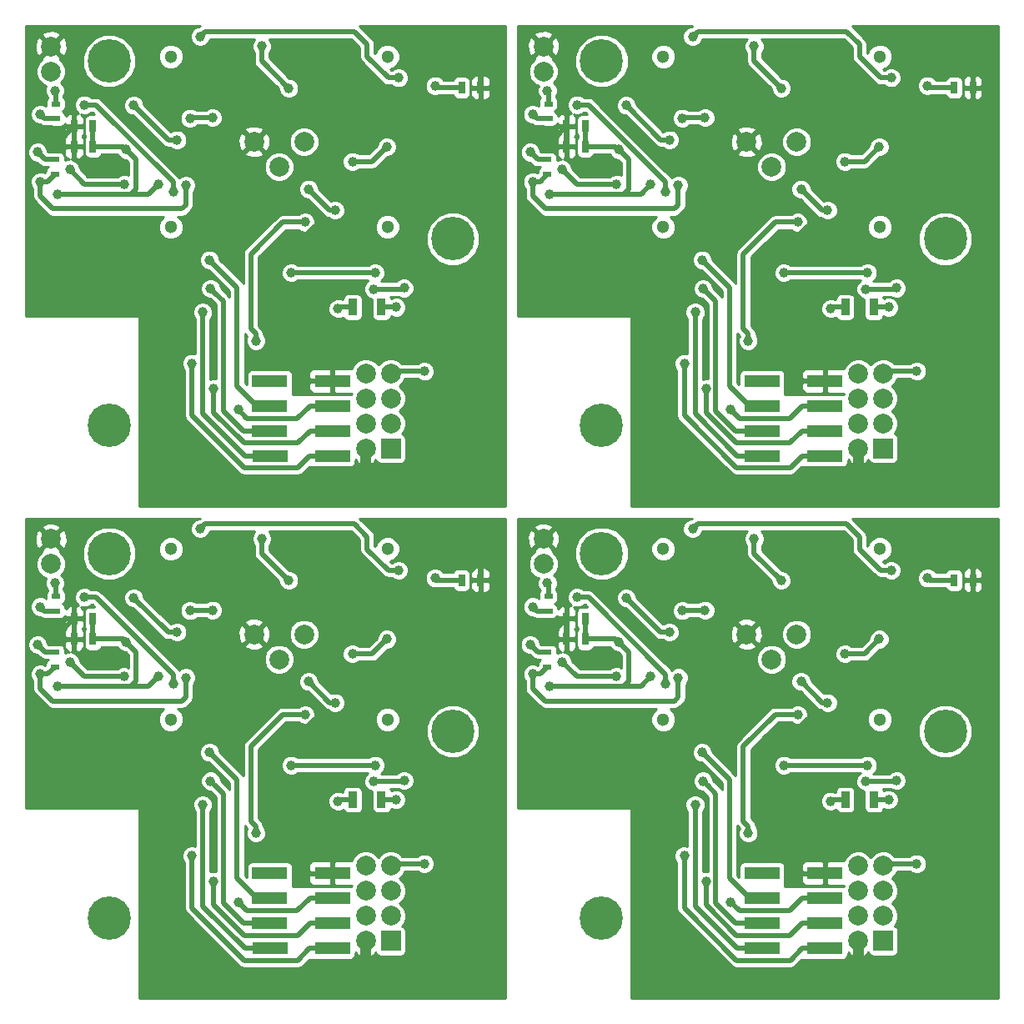
<source format=gbl>
G04 #@! TF.FileFunction,Copper,L2,Bot,Signal*
%FSLAX46Y46*%
G04 Gerber Fmt 4.6, Leading zero omitted, Abs format (unit mm)*
G04 Created by KiCad (PCBNEW 4.0.4+dfsg1-stable) date Wed Mar  8 21:16:26 2017*
%MOMM*%
%LPD*%
G01*
G04 APERTURE LIST*
%ADD10C,0.100000*%
%ADD11R,0.700000X1.300000*%
%ADD12R,0.900000X1.700000*%
%ADD13R,0.900000X0.500000*%
%ADD14R,3.600000X1.270000*%
%ADD15C,2.000000*%
%ADD16C,1.300000*%
%ADD17R,2.000000X2.000000*%
%ADD18C,4.400000*%
%ADD19C,0.600000*%
%ADD20C,1.000000*%
%ADD21C,0.700000*%
%ADD22C,0.500000*%
%ADD23C,0.254000*%
G04 APERTURE END LIST*
D10*
D11*
X135900000Y-96900000D03*
X137800000Y-96900000D03*
X98450000Y-102900000D03*
X96550000Y-102900000D03*
X98450000Y-100800000D03*
X96550000Y-100800000D03*
D12*
X124850000Y-119200000D03*
X127750000Y-119200000D03*
D13*
X94700000Y-98550000D03*
X94700000Y-100050000D03*
X94600000Y-105700000D03*
X94600000Y-104200000D03*
D14*
X116400000Y-126660000D03*
X116400000Y-129200000D03*
X116400000Y-131740000D03*
X122800000Y-126660000D03*
X122800000Y-129200000D03*
X122775000Y-134280000D03*
X122800000Y-131740000D03*
X116425000Y-134280000D03*
D15*
X119900000Y-102400000D03*
X114820000Y-102400000D03*
X117360000Y-104940000D03*
D16*
X106360000Y-111050000D03*
X106360000Y-93750000D03*
X128360000Y-93750000D03*
X128360000Y-111050000D03*
D17*
X128700000Y-133540000D03*
D15*
X126160000Y-133540000D03*
X128700000Y-131000000D03*
X126160000Y-131000000D03*
X128700000Y-128460000D03*
X126160000Y-128460000D03*
X128700000Y-125920000D03*
X126160000Y-125920000D03*
D18*
X135000000Y-112250000D03*
D15*
X94200000Y-95270000D03*
X94200000Y-92730000D03*
D18*
X100100000Y-94200000D03*
X100100000Y-131200000D03*
D19*
X131050000Y-94300000D03*
X131050000Y-93050000D03*
X133750000Y-99000000D03*
X137750000Y-99000000D03*
X135750000Y-99000000D03*
X135050000Y-94300000D03*
X135050000Y-93050000D03*
X133050000Y-93050000D03*
X133050000Y-91800000D03*
X131050000Y-91800000D03*
X133050000Y-94300000D03*
X135050000Y-91800000D03*
X137050000Y-93050000D03*
X137050000Y-91800000D03*
X137050000Y-94300000D03*
X139050000Y-93050000D03*
X139050000Y-91800000D03*
X139050000Y-94300000D03*
D11*
X185900000Y-96900000D03*
X187800000Y-96900000D03*
X148450000Y-102900000D03*
X146550000Y-102900000D03*
X148450000Y-100800000D03*
X146550000Y-100800000D03*
D12*
X174850000Y-119200000D03*
X177750000Y-119200000D03*
D13*
X144700000Y-98550000D03*
X144700000Y-100050000D03*
X144600000Y-105700000D03*
X144600000Y-104200000D03*
D14*
X166400000Y-126660000D03*
X166400000Y-129200000D03*
X166400000Y-131740000D03*
X172800000Y-126660000D03*
X172800000Y-129200000D03*
X172775000Y-134280000D03*
X172800000Y-131740000D03*
X166425000Y-134280000D03*
D15*
X169900000Y-102400000D03*
X164820000Y-102400000D03*
X167360000Y-104940000D03*
D16*
X156360000Y-111050000D03*
X156360000Y-93750000D03*
X178360000Y-93750000D03*
X178360000Y-111050000D03*
D17*
X178700000Y-133540000D03*
D15*
X176160000Y-133540000D03*
X178700000Y-131000000D03*
X176160000Y-131000000D03*
X178700000Y-128460000D03*
X176160000Y-128460000D03*
X178700000Y-125920000D03*
X176160000Y-125920000D03*
D18*
X185000000Y-112250000D03*
D15*
X144200000Y-95270000D03*
X144200000Y-92730000D03*
D18*
X150100000Y-94200000D03*
X150100000Y-131200000D03*
D19*
X181050000Y-94300000D03*
X181050000Y-93050000D03*
X183750000Y-99000000D03*
X187750000Y-99000000D03*
X185750000Y-99000000D03*
X185050000Y-94300000D03*
X185050000Y-93050000D03*
X183050000Y-93050000D03*
X183050000Y-91800000D03*
X181050000Y-91800000D03*
X183050000Y-94300000D03*
X185050000Y-91800000D03*
X187050000Y-93050000D03*
X187050000Y-91800000D03*
X187050000Y-94300000D03*
X189050000Y-93050000D03*
X189050000Y-91800000D03*
X189050000Y-94300000D03*
D11*
X185900000Y-46900000D03*
X187800000Y-46900000D03*
X148450000Y-52900000D03*
X146550000Y-52900000D03*
X148450000Y-50800000D03*
X146550000Y-50800000D03*
D12*
X174850000Y-69200000D03*
X177750000Y-69200000D03*
D13*
X144700000Y-48550000D03*
X144700000Y-50050000D03*
X144600000Y-55700000D03*
X144600000Y-54200000D03*
D14*
X166400000Y-76660000D03*
X166400000Y-79200000D03*
X166400000Y-81740000D03*
X172800000Y-76660000D03*
X172800000Y-79200000D03*
X172775000Y-84280000D03*
X172800000Y-81740000D03*
X166425000Y-84280000D03*
D15*
X169900000Y-52400000D03*
X164820000Y-52400000D03*
X167360000Y-54940000D03*
D16*
X156360000Y-61050000D03*
X156360000Y-43750000D03*
X178360000Y-43750000D03*
X178360000Y-61050000D03*
D17*
X178700000Y-83540000D03*
D15*
X176160000Y-83540000D03*
X178700000Y-81000000D03*
X176160000Y-81000000D03*
X178700000Y-78460000D03*
X176160000Y-78460000D03*
X178700000Y-75920000D03*
X176160000Y-75920000D03*
D18*
X185000000Y-62250000D03*
D15*
X144200000Y-45270000D03*
X144200000Y-42730000D03*
D18*
X150100000Y-44200000D03*
X150100000Y-81200000D03*
D19*
X181050000Y-44300000D03*
X181050000Y-43050000D03*
X183750000Y-49000000D03*
X187750000Y-49000000D03*
X185750000Y-49000000D03*
X185050000Y-44300000D03*
X185050000Y-43050000D03*
X183050000Y-43050000D03*
X183050000Y-41800000D03*
X181050000Y-41800000D03*
X183050000Y-44300000D03*
X185050000Y-41800000D03*
X187050000Y-43050000D03*
X187050000Y-41800000D03*
X187050000Y-44300000D03*
X189050000Y-43050000D03*
X189050000Y-41800000D03*
X189050000Y-44300000D03*
X137050000Y-44300000D03*
X139050000Y-44300000D03*
X131050000Y-44300000D03*
X135050000Y-44300000D03*
X133050000Y-44300000D03*
X137050000Y-41800000D03*
X139050000Y-41800000D03*
X131050000Y-41800000D03*
X135050000Y-41800000D03*
X133050000Y-41800000D03*
X139050000Y-43050000D03*
X137050000Y-43050000D03*
X131050000Y-43050000D03*
X133050000Y-43050000D03*
X135050000Y-43050000D03*
X137750000Y-49000000D03*
X135750000Y-49000000D03*
X133750000Y-49000000D03*
D12*
X124850000Y-69200000D03*
X127750000Y-69200000D03*
D18*
X100100000Y-44200000D03*
X135000000Y-62250000D03*
D11*
X98450000Y-52900000D03*
X96550000Y-52900000D03*
X135900000Y-46900000D03*
X137800000Y-46900000D03*
X98450000Y-50800000D03*
X96550000Y-50800000D03*
D15*
X94200000Y-45270000D03*
X94200000Y-42730000D03*
D13*
X94700000Y-48550000D03*
X94700000Y-50050000D03*
X94600000Y-55700000D03*
X94600000Y-54200000D03*
D14*
X116400000Y-76660000D03*
X116400000Y-79200000D03*
X116400000Y-81740000D03*
X122800000Y-76660000D03*
X122800000Y-79200000D03*
X122775000Y-84280000D03*
X122800000Y-81740000D03*
X116425000Y-84280000D03*
D18*
X100100000Y-81200000D03*
D17*
X128700000Y-83540000D03*
D15*
X126160000Y-83540000D03*
X128700000Y-81000000D03*
X126160000Y-81000000D03*
X128700000Y-78460000D03*
X126160000Y-78460000D03*
X128700000Y-75920000D03*
X126160000Y-75920000D03*
X119900000Y-52400000D03*
X114820000Y-52400000D03*
X117360000Y-54940000D03*
D16*
X106360000Y-61050000D03*
X106360000Y-43750000D03*
X128360000Y-43750000D03*
X128360000Y-61050000D03*
D20*
X138000000Y-124550000D03*
X138000000Y-116150000D03*
X138010000Y-131900000D03*
D21*
X139600000Y-96900000D03*
D20*
X134900000Y-104350000D03*
X123350000Y-110950006D03*
X121800000Y-126700000D03*
X102600000Y-114700000D03*
X98000000Y-119600000D03*
X116000000Y-116000000D03*
X110500000Y-109500000D03*
X119000000Y-106100000D03*
X92850000Y-101700000D03*
X188000000Y-124550000D03*
X188000000Y-116150000D03*
X188010000Y-131900000D03*
D21*
X189600000Y-96900000D03*
D20*
X184900000Y-104350000D03*
X173350000Y-110950006D03*
X171800000Y-126700000D03*
X152600000Y-114700000D03*
X148000000Y-119600000D03*
X166000000Y-116000000D03*
X160500000Y-109500000D03*
X169000000Y-106100000D03*
X142850000Y-101700000D03*
X188000000Y-74550000D03*
X188000000Y-66150000D03*
X188010000Y-81900000D03*
D21*
X189600000Y-46900000D03*
D20*
X184900000Y-54350000D03*
X173350000Y-60950006D03*
X171800000Y-76700000D03*
X152600000Y-64700000D03*
X148000000Y-69600000D03*
X166000000Y-66000000D03*
X160500000Y-59500000D03*
X169000000Y-56100000D03*
X142850000Y-51700000D03*
X138000000Y-74550000D03*
X138000000Y-66150000D03*
X134900000Y-54350000D03*
X138010000Y-81900000D03*
D21*
X139600000Y-46900000D03*
D20*
X121800000Y-76700000D03*
X116000000Y-66000000D03*
X119000000Y-56100000D03*
X110500000Y-59500000D03*
X123350000Y-60950006D03*
X102600000Y-64700000D03*
X92850000Y-51700000D03*
X98000000Y-69600000D03*
X123050000Y-109350000D03*
X120350000Y-107200008D03*
X116400000Y-126660000D03*
X173050000Y-109350000D03*
X170350000Y-107200008D03*
X166400000Y-126660000D03*
X173050000Y-59350000D03*
X170350000Y-57200008D03*
X166400000Y-76660000D03*
X123050000Y-59350000D03*
X116400000Y-76660000D03*
X120350000Y-57200008D03*
X132100000Y-125700000D03*
X127099994Y-115700000D03*
X118599998Y-115700000D03*
X182100000Y-125700000D03*
X177099994Y-115700000D03*
X168599998Y-115700000D03*
X182100000Y-75700000D03*
X177099994Y-65700000D03*
X168599998Y-65700000D03*
X127099994Y-65700000D03*
X132100000Y-75700000D03*
X118599998Y-65700000D03*
X133200000Y-96700000D03*
X129492798Y-95900000D03*
X94850000Y-107699988D03*
X101850000Y-103200000D03*
X105100000Y-106700000D03*
X109350000Y-91700000D03*
X183200000Y-96700000D03*
X179492798Y-95900000D03*
X144850000Y-107699988D03*
X151850000Y-103200000D03*
X155100000Y-106700000D03*
X159350000Y-91700000D03*
X183200000Y-46700000D03*
X179492798Y-45900000D03*
X144850000Y-57699988D03*
X151850000Y-53200000D03*
X155100000Y-56700000D03*
X159350000Y-41700000D03*
X129492798Y-45900000D03*
X133200000Y-46700000D03*
X94850000Y-57699988D03*
X101850000Y-53200000D03*
X105100000Y-56700000D03*
X109350000Y-41700000D03*
X115600000Y-92700000D03*
X118350000Y-96950000D03*
X165600000Y-92700000D03*
X168350000Y-96950000D03*
X165600000Y-42700000D03*
X168350000Y-46950000D03*
X115600000Y-42700000D03*
X118350000Y-46950000D03*
X110600000Y-99950000D03*
X108300000Y-100000000D03*
X160600000Y-99950000D03*
X158300000Y-100000000D03*
X160600000Y-49950000D03*
X158300000Y-50000000D03*
X108300000Y-50000000D03*
X110600000Y-49950000D03*
X107000000Y-102199998D03*
X102600000Y-98700000D03*
X157000000Y-102199998D03*
X152600000Y-98700000D03*
X157000000Y-52199998D03*
X152600000Y-48700000D03*
X107000000Y-52199998D03*
X102600000Y-48700000D03*
X101600000Y-106700000D03*
X96100000Y-105200000D03*
X151600000Y-106700000D03*
X146100000Y-105200000D03*
X151600000Y-56700000D03*
X146100000Y-55200000D03*
X101600000Y-56700000D03*
X96100000Y-55200000D03*
X123350000Y-119350000D03*
X173350000Y-119350000D03*
X173350000Y-69350000D03*
X123350000Y-69350000D03*
X129250000Y-119200000D03*
X179250000Y-119200000D03*
X179250000Y-69200000D03*
X129250000Y-69200000D03*
X93100000Y-99610000D03*
X143100000Y-99610000D03*
X143100000Y-49610000D03*
X93100000Y-49610000D03*
X106600000Y-107450000D03*
X94600000Y-97200000D03*
X97600000Y-98650002D03*
X156600000Y-107450000D03*
X144600000Y-97200000D03*
X147600000Y-98650002D03*
X156600000Y-57450000D03*
X144600000Y-47200000D03*
X147600000Y-48650002D03*
X97600000Y-48650002D03*
X94600000Y-47200000D03*
X106600000Y-57450000D03*
X113200000Y-129600000D03*
X163200000Y-129600000D03*
X163200000Y-79600000D03*
X113200000Y-79600000D03*
X110300000Y-114395980D03*
X160300000Y-114395980D03*
X160300000Y-64395980D03*
X110300000Y-64395980D03*
X110700000Y-127500000D03*
X160700000Y-127500000D03*
X160700000Y-77500000D03*
X110700000Y-77500000D03*
X108500000Y-124900000D03*
X158500000Y-124900000D03*
X158500000Y-74900000D03*
X108500000Y-74900000D03*
X110400000Y-117300000D03*
X160400000Y-117300000D03*
X160400000Y-67300000D03*
X110400000Y-67300000D03*
X109600002Y-119700000D03*
X159600002Y-119700000D03*
X159600002Y-69700000D03*
X109600002Y-69700000D03*
X120014475Y-110558746D03*
X115000000Y-122600000D03*
X170014475Y-110558746D03*
X165000000Y-122600000D03*
X170014475Y-60558746D03*
X165000000Y-72600000D03*
X115000000Y-72600000D03*
X120014475Y-60558746D03*
X92850000Y-103450000D03*
X142850000Y-103450000D03*
X142850000Y-53450000D03*
X92850000Y-53450000D03*
X130050000Y-117250000D03*
X126950000Y-117350000D03*
X180050000Y-117250000D03*
X176950000Y-117350000D03*
X180050000Y-67250000D03*
X176950000Y-67350000D03*
X130050000Y-67250000D03*
X126950000Y-67350000D03*
X128300000Y-102900000D03*
X124800000Y-104400000D03*
X178300000Y-102900000D03*
X174800000Y-104400000D03*
X178300000Y-52900000D03*
X174800000Y-54400000D03*
X128300000Y-52900000D03*
X124800000Y-54400000D03*
X93100000Y-106450000D03*
X107900000Y-106800000D03*
X143100000Y-106450000D03*
X157900000Y-106800000D03*
X143100000Y-56450000D03*
X157900000Y-56800000D03*
X107900000Y-56800000D03*
X93100000Y-56450000D03*
D22*
X123350000Y-110950006D02*
X121049994Y-110950006D01*
X121049994Y-110950006D02*
X116499999Y-115500001D01*
X116499999Y-115500001D02*
X116000000Y-116000000D01*
X95650000Y-101700000D02*
X96550000Y-100800000D01*
X96550000Y-100800000D02*
X96550000Y-102900000D01*
X137800000Y-96900000D02*
X137800000Y-93100000D01*
X137800000Y-93100000D02*
X137100000Y-92400000D01*
X126200000Y-134224213D02*
X126200000Y-135300000D01*
X126160000Y-133540000D02*
X126160000Y-135260000D01*
X126140000Y-134164213D02*
X126200000Y-134224213D01*
X126160000Y-135260000D02*
X126200000Y-135300000D01*
X92850000Y-101700000D02*
X95650000Y-101700000D01*
X121840000Y-126660000D02*
X121800000Y-126700000D01*
X122800000Y-126660000D02*
X121840000Y-126660000D01*
X173350000Y-110950006D02*
X171049994Y-110950006D01*
X171049994Y-110950006D02*
X166499999Y-115500001D01*
X166499999Y-115500001D02*
X166000000Y-116000000D01*
X145650000Y-101700000D02*
X146550000Y-100800000D01*
X146550000Y-100800000D02*
X146550000Y-102900000D01*
X187800000Y-96900000D02*
X187800000Y-93100000D01*
X187800000Y-93100000D02*
X187100000Y-92400000D01*
X176200000Y-134224213D02*
X176200000Y-135300000D01*
X176160000Y-133540000D02*
X176160000Y-135260000D01*
X176140000Y-134164213D02*
X176200000Y-134224213D01*
X176160000Y-135260000D02*
X176200000Y-135300000D01*
X142850000Y-101700000D02*
X145650000Y-101700000D01*
X171840000Y-126660000D02*
X171800000Y-126700000D01*
X172800000Y-126660000D02*
X171840000Y-126660000D01*
X173350000Y-60950006D02*
X171049994Y-60950006D01*
X171049994Y-60950006D02*
X166499999Y-65500001D01*
X166499999Y-65500001D02*
X166000000Y-66000000D01*
X145650000Y-51700000D02*
X146550000Y-50800000D01*
X146550000Y-50800000D02*
X146550000Y-52900000D01*
X187800000Y-46900000D02*
X187800000Y-43100000D01*
X187800000Y-43100000D02*
X187100000Y-42400000D01*
X176200000Y-84224213D02*
X176200000Y-85300000D01*
X176160000Y-83540000D02*
X176160000Y-85260000D01*
X176140000Y-84164213D02*
X176200000Y-84224213D01*
X176160000Y-85260000D02*
X176200000Y-85300000D01*
X142850000Y-51700000D02*
X145650000Y-51700000D01*
X171840000Y-76660000D02*
X171800000Y-76700000D01*
X172800000Y-76660000D02*
X171840000Y-76660000D01*
X126160000Y-83540000D02*
X126160000Y-85260000D01*
X126160000Y-85260000D02*
X126200000Y-85300000D01*
X126200000Y-84224213D02*
X126200000Y-85300000D01*
X126140000Y-84164213D02*
X126200000Y-84224213D01*
X137800000Y-46900000D02*
X137800000Y-43100000D01*
X137800000Y-43100000D02*
X137100000Y-42400000D01*
X122800000Y-76660000D02*
X121840000Y-76660000D01*
X121840000Y-76660000D02*
X121800000Y-76700000D01*
X123350000Y-60950006D02*
X121049994Y-60950006D01*
X121049994Y-60950006D02*
X116499999Y-65500001D01*
X116499999Y-65500001D02*
X116000000Y-66000000D01*
X96550000Y-50800000D02*
X96550000Y-52900000D01*
X92850000Y-51700000D02*
X95650000Y-51700000D01*
X95650000Y-51700000D02*
X96550000Y-50800000D01*
X123100000Y-109400000D02*
X123050000Y-109350000D01*
X120350000Y-107200008D02*
X122499992Y-109350000D01*
X122499992Y-109350000D02*
X123050000Y-109350000D01*
X116400000Y-126660000D02*
X117565000Y-126660000D01*
X173100000Y-109400000D02*
X173050000Y-109350000D01*
X170350000Y-107200008D02*
X172499992Y-109350000D01*
X172499992Y-109350000D02*
X173050000Y-109350000D01*
X166400000Y-126660000D02*
X167565000Y-126660000D01*
X173100000Y-59400000D02*
X173050000Y-59350000D01*
X170350000Y-57200008D02*
X172499992Y-59350000D01*
X172499992Y-59350000D02*
X173050000Y-59350000D01*
X166400000Y-76660000D02*
X167565000Y-76660000D01*
X123100000Y-59400000D02*
X123050000Y-59350000D01*
X122499992Y-59350000D02*
X123050000Y-59350000D01*
X120350000Y-57200008D02*
X122499992Y-59350000D01*
X116400000Y-76660000D02*
X117565000Y-76660000D01*
X128920000Y-125700000D02*
X128700000Y-125920000D01*
X132100000Y-125700000D02*
X128920000Y-125700000D01*
X118599998Y-115700000D02*
X127099994Y-115700000D01*
X178920000Y-125700000D02*
X178700000Y-125920000D01*
X182100000Y-125700000D02*
X178920000Y-125700000D01*
X168599998Y-115700000D02*
X177099994Y-115700000D01*
X178920000Y-75700000D02*
X178700000Y-75920000D01*
X182100000Y-75700000D02*
X178920000Y-75700000D01*
X168599998Y-65700000D02*
X177099994Y-65700000D01*
X132100000Y-75700000D02*
X128920000Y-75700000D01*
X128920000Y-75700000D02*
X128700000Y-75920000D01*
X118599998Y-65700000D02*
X127099994Y-65700000D01*
X126300000Y-92500000D02*
X126300000Y-93762002D01*
X126300000Y-93762002D02*
X128437998Y-95900000D01*
X128437998Y-95900000D02*
X129492798Y-95900000D01*
X133400000Y-96900000D02*
X133200000Y-96700000D01*
X102349999Y-103699999D02*
X101850000Y-103200000D01*
X101550000Y-102900000D02*
X101850000Y-103200000D01*
X98450000Y-102900000D02*
X101550000Y-102900000D01*
X102850000Y-104200000D02*
X102349999Y-103699999D01*
X105100000Y-106700000D02*
X104100000Y-107700000D01*
X102850000Y-107200000D02*
X102850000Y-104200000D01*
X98450000Y-100800000D02*
X98450000Y-102900000D01*
X102349988Y-107699988D02*
X102350000Y-107700000D01*
X104099988Y-107699988D02*
X104100000Y-107700000D01*
X102350000Y-107700000D02*
X102850000Y-107200000D01*
X102345974Y-107704002D02*
X102349988Y-107699988D01*
X100864064Y-107699988D02*
X100868078Y-107704002D01*
X102349988Y-107699988D02*
X104099988Y-107699988D01*
X100868078Y-107704002D02*
X102345974Y-107704002D01*
X109350000Y-91700000D02*
X109849999Y-91200001D01*
X109849999Y-91200001D02*
X125000001Y-91200001D01*
X125000001Y-91200001D02*
X126300000Y-92500000D01*
X135900000Y-96900000D02*
X133400000Y-96900000D01*
X94850000Y-107699988D02*
X100864064Y-107699988D01*
X176300000Y-92500000D02*
X176300000Y-93762002D01*
X176300000Y-93762002D02*
X178437998Y-95900000D01*
X178437998Y-95900000D02*
X179492798Y-95900000D01*
X183400000Y-96900000D02*
X183200000Y-96700000D01*
X152349999Y-103699999D02*
X151850000Y-103200000D01*
X151550000Y-102900000D02*
X151850000Y-103200000D01*
X148450000Y-102900000D02*
X151550000Y-102900000D01*
X152850000Y-104200000D02*
X152349999Y-103699999D01*
X155100000Y-106700000D02*
X154100000Y-107700000D01*
X152850000Y-107200000D02*
X152850000Y-104200000D01*
X148450000Y-100800000D02*
X148450000Y-102900000D01*
X152349988Y-107699988D02*
X152350000Y-107700000D01*
X154099988Y-107699988D02*
X154100000Y-107700000D01*
X152350000Y-107700000D02*
X152850000Y-107200000D01*
X152345974Y-107704002D02*
X152349988Y-107699988D01*
X150864064Y-107699988D02*
X150868078Y-107704002D01*
X152349988Y-107699988D02*
X154099988Y-107699988D01*
X150868078Y-107704002D02*
X152345974Y-107704002D01*
X159350000Y-91700000D02*
X159849999Y-91200001D01*
X159849999Y-91200001D02*
X175000001Y-91200001D01*
X175000001Y-91200001D02*
X176300000Y-92500000D01*
X185900000Y-96900000D02*
X183400000Y-96900000D01*
X144850000Y-107699988D02*
X150864064Y-107699988D01*
X176300000Y-42500000D02*
X176300000Y-43762002D01*
X176300000Y-43762002D02*
X178437998Y-45900000D01*
X178437998Y-45900000D02*
X179492798Y-45900000D01*
X183400000Y-46900000D02*
X183200000Y-46700000D01*
X152349999Y-53699999D02*
X151850000Y-53200000D01*
X151550000Y-52900000D02*
X151850000Y-53200000D01*
X148450000Y-52900000D02*
X151550000Y-52900000D01*
X152850000Y-54200000D02*
X152349999Y-53699999D01*
X155100000Y-56700000D02*
X154100000Y-57700000D01*
X152850000Y-57200000D02*
X152850000Y-54200000D01*
X148450000Y-50800000D02*
X148450000Y-52900000D01*
X152349988Y-57699988D02*
X152350000Y-57700000D01*
X154099988Y-57699988D02*
X154100000Y-57700000D01*
X152350000Y-57700000D02*
X152850000Y-57200000D01*
X152345974Y-57704002D02*
X152349988Y-57699988D01*
X150864064Y-57699988D02*
X150868078Y-57704002D01*
X152349988Y-57699988D02*
X154099988Y-57699988D01*
X150868078Y-57704002D02*
X152345974Y-57704002D01*
X159350000Y-41700000D02*
X159849999Y-41200001D01*
X159849999Y-41200001D02*
X175000001Y-41200001D01*
X175000001Y-41200001D02*
X176300000Y-42500000D01*
X185900000Y-46900000D02*
X183400000Y-46900000D01*
X144850000Y-57699988D02*
X150864064Y-57699988D01*
X109350000Y-41700000D02*
X109849999Y-41200001D01*
X126300000Y-43762002D02*
X128437998Y-45900000D01*
X109849999Y-41200001D02*
X125000001Y-41200001D01*
X128437998Y-45900000D02*
X129492798Y-45900000D01*
X125000001Y-41200001D02*
X126300000Y-42500000D01*
X126300000Y-42500000D02*
X126300000Y-43762002D01*
X135900000Y-46900000D02*
X133400000Y-46900000D01*
X133400000Y-46900000D02*
X133200000Y-46700000D01*
X102345974Y-57704002D02*
X102349988Y-57699988D01*
X94850000Y-57699988D02*
X100864064Y-57699988D01*
X100864064Y-57699988D02*
X100868078Y-57704002D01*
X100868078Y-57704002D02*
X102345974Y-57704002D01*
X102349988Y-57699988D02*
X104099988Y-57699988D01*
X104099988Y-57699988D02*
X104100000Y-57700000D01*
X102349988Y-57699988D02*
X102350000Y-57700000D01*
X102350000Y-57700000D02*
X102850000Y-57200000D01*
X102850000Y-57200000D02*
X102850000Y-54200000D01*
X102850000Y-54200000D02*
X102349999Y-53699999D01*
X102349999Y-53699999D02*
X101850000Y-53200000D01*
X105100000Y-56700000D02*
X104100000Y-57700000D01*
X101550000Y-52900000D02*
X101850000Y-53200000D01*
X98450000Y-52900000D02*
X101550000Y-52900000D01*
X98450000Y-50800000D02*
X98450000Y-52900000D01*
X118350000Y-96950000D02*
X115600000Y-94200000D01*
X115600000Y-94200000D02*
X115600000Y-92700000D01*
X168350000Y-96950000D02*
X165600000Y-94200000D01*
X165600000Y-94200000D02*
X165600000Y-92700000D01*
X168350000Y-46950000D02*
X165600000Y-44200000D01*
X165600000Y-44200000D02*
X165600000Y-42700000D01*
X118350000Y-46950000D02*
X115600000Y-44200000D01*
X115600000Y-44200000D02*
X115600000Y-42700000D01*
X108350000Y-99950000D02*
X108300000Y-100000000D01*
X110600000Y-99950000D02*
X108350000Y-99950000D01*
X158350000Y-99950000D02*
X158300000Y-100000000D01*
X160600000Y-99950000D02*
X158350000Y-99950000D01*
X158350000Y-49950000D02*
X158300000Y-50000000D01*
X160600000Y-49950000D02*
X158350000Y-49950000D01*
X108350000Y-49950000D02*
X108300000Y-50000000D01*
X110600000Y-49950000D02*
X108350000Y-49950000D01*
X106099998Y-102199998D02*
X106292894Y-102199998D01*
X102600000Y-98700000D02*
X106099998Y-102199998D01*
X106292894Y-102199998D02*
X107000000Y-102199998D01*
X156099998Y-102199998D02*
X156292894Y-102199998D01*
X152600000Y-98700000D02*
X156099998Y-102199998D01*
X156292894Y-102199998D02*
X157000000Y-102199998D01*
X156099998Y-52199998D02*
X156292894Y-52199998D01*
X152600000Y-48700000D02*
X156099998Y-52199998D01*
X156292894Y-52199998D02*
X157000000Y-52199998D01*
X106292894Y-52199998D02*
X107000000Y-52199998D01*
X106099998Y-52199998D02*
X106292894Y-52199998D01*
X102600000Y-48700000D02*
X106099998Y-52199998D01*
X96100000Y-105200000D02*
X97600000Y-106700000D01*
X97600000Y-106700000D02*
X100892894Y-106700000D01*
X100892894Y-106700000D02*
X101600000Y-106700000D01*
X146100000Y-105200000D02*
X147600000Y-106700000D01*
X147600000Y-106700000D02*
X150892894Y-106700000D01*
X150892894Y-106700000D02*
X151600000Y-106700000D01*
X146100000Y-55200000D02*
X147600000Y-56700000D01*
X147600000Y-56700000D02*
X150892894Y-56700000D01*
X150892894Y-56700000D02*
X151600000Y-56700000D01*
X96100000Y-55200000D02*
X97600000Y-56700000D01*
X97600000Y-56700000D02*
X100892894Y-56700000D01*
X100892894Y-56700000D02*
X101600000Y-56700000D01*
X124850000Y-119200000D02*
X123500000Y-119200000D01*
X123500000Y-119200000D02*
X123350000Y-119350000D01*
X174850000Y-119200000D02*
X173500000Y-119200000D01*
X173500000Y-119200000D02*
X173350000Y-119350000D01*
X174850000Y-69200000D02*
X173500000Y-69200000D01*
X173500000Y-69200000D02*
X173350000Y-69350000D01*
X123500000Y-69200000D02*
X123350000Y-69350000D01*
X124850000Y-69200000D02*
X123500000Y-69200000D01*
X127750000Y-119200000D02*
X129250000Y-119200000D01*
X177750000Y-119200000D02*
X179250000Y-119200000D01*
X177750000Y-69200000D02*
X179250000Y-69200000D01*
X127750000Y-69200000D02*
X129250000Y-69200000D01*
X93540000Y-100050000D02*
X93100000Y-99610000D01*
X94700000Y-100050000D02*
X93540000Y-100050000D01*
X143540000Y-100050000D02*
X143100000Y-99610000D01*
X144700000Y-100050000D02*
X143540000Y-100050000D01*
X143540000Y-50050000D02*
X143100000Y-49610000D01*
X144700000Y-50050000D02*
X143540000Y-50050000D01*
X94700000Y-50050000D02*
X93540000Y-50050000D01*
X93540000Y-50050000D02*
X93100000Y-49610000D01*
X106600000Y-106492894D02*
X98757108Y-98650002D01*
X106600000Y-107450000D02*
X106600000Y-106492894D01*
X98307106Y-98650002D02*
X97600000Y-98650002D01*
X98757108Y-98650002D02*
X98307106Y-98650002D01*
X94700000Y-98550000D02*
X94700000Y-97300000D01*
X94700000Y-97300000D02*
X94600000Y-97200000D01*
X156600000Y-106492894D02*
X148757108Y-98650002D01*
X156600000Y-107450000D02*
X156600000Y-106492894D01*
X148307106Y-98650002D02*
X147600000Y-98650002D01*
X148757108Y-98650002D02*
X148307106Y-98650002D01*
X144700000Y-98550000D02*
X144700000Y-97300000D01*
X144700000Y-97300000D02*
X144600000Y-97200000D01*
X156600000Y-56492894D02*
X148757108Y-48650002D01*
X156600000Y-57450000D02*
X156600000Y-56492894D01*
X148307106Y-48650002D02*
X147600000Y-48650002D01*
X148757108Y-48650002D02*
X148307106Y-48650002D01*
X144700000Y-48550000D02*
X144700000Y-47300000D01*
X144700000Y-47300000D02*
X144600000Y-47200000D01*
X106600000Y-56492894D02*
X98757108Y-48650002D01*
X106600000Y-57450000D02*
X106600000Y-56492894D01*
X98307106Y-48650002D02*
X97600000Y-48650002D01*
X98757108Y-48650002D02*
X98307106Y-48650002D01*
X94700000Y-48550000D02*
X94700000Y-47300000D01*
X94700000Y-47300000D02*
X94600000Y-47200000D01*
X114100000Y-130500000D02*
X113200000Y-129600000D01*
X122800000Y-129200000D02*
X120500000Y-129200000D01*
X122800000Y-129200000D02*
X122196000Y-129200000D01*
X120500000Y-129200000D02*
X119200000Y-130500000D01*
X119200000Y-130500000D02*
X114100000Y-130500000D01*
X164100000Y-130500000D02*
X163200000Y-129600000D01*
X172800000Y-129200000D02*
X170500000Y-129200000D01*
X172800000Y-129200000D02*
X172196000Y-129200000D01*
X170500000Y-129200000D02*
X169200000Y-130500000D01*
X169200000Y-130500000D02*
X164100000Y-130500000D01*
X164100000Y-80500000D02*
X163200000Y-79600000D01*
X172800000Y-79200000D02*
X170500000Y-79200000D01*
X172800000Y-79200000D02*
X172196000Y-79200000D01*
X170500000Y-79200000D02*
X169200000Y-80500000D01*
X169200000Y-80500000D02*
X164100000Y-80500000D01*
X122800000Y-79200000D02*
X120500000Y-79200000D01*
X120500000Y-79200000D02*
X119200000Y-80500000D01*
X119200000Y-80500000D02*
X114100000Y-80500000D01*
X114100000Y-80500000D02*
X113200000Y-79600000D01*
X122800000Y-79200000D02*
X122196000Y-79200000D01*
X113100000Y-127200000D02*
X113100000Y-117195980D01*
X110799999Y-114895979D02*
X110300000Y-114395980D01*
X113100000Y-117195980D02*
X110799999Y-114895979D01*
X116400000Y-129200000D02*
X115100000Y-129200000D01*
X115100000Y-129200000D02*
X113100000Y-127200000D01*
X163100000Y-127200000D02*
X163100000Y-117195980D01*
X160799999Y-114895979D02*
X160300000Y-114395980D01*
X163100000Y-117195980D02*
X160799999Y-114895979D01*
X166400000Y-129200000D02*
X165100000Y-129200000D01*
X165100000Y-129200000D02*
X163100000Y-127200000D01*
X163100000Y-77200000D02*
X163100000Y-67195980D01*
X160799999Y-64895979D02*
X160300000Y-64395980D01*
X163100000Y-67195980D02*
X160799999Y-64895979D01*
X166400000Y-79200000D02*
X165100000Y-79200000D01*
X165100000Y-79200000D02*
X163100000Y-77200000D01*
X116400000Y-79200000D02*
X115100000Y-79200000D01*
X115100000Y-79200000D02*
X113100000Y-77200000D01*
X113100000Y-77200000D02*
X113100000Y-67195980D01*
X113100000Y-67195980D02*
X110799999Y-64895979D01*
X110799999Y-64895979D02*
X110300000Y-64395980D01*
X113800000Y-133000000D02*
X110700000Y-129900000D01*
X122800000Y-131740000D02*
X122704511Y-131835489D01*
X122800000Y-131740000D02*
X120500000Y-131740000D01*
X110700000Y-129900000D02*
X110700000Y-127500000D01*
X120500000Y-131740000D02*
X119240000Y-133000000D01*
X119240000Y-133000000D02*
X113800000Y-133000000D01*
X163800000Y-133000000D02*
X160700000Y-129900000D01*
X172800000Y-131740000D02*
X172704511Y-131835489D01*
X172800000Y-131740000D02*
X170500000Y-131740000D01*
X160700000Y-129900000D02*
X160700000Y-127500000D01*
X170500000Y-131740000D02*
X169240000Y-133000000D01*
X169240000Y-133000000D02*
X163800000Y-133000000D01*
X163800000Y-83000000D02*
X160700000Y-79900000D01*
X172800000Y-81740000D02*
X172704511Y-81835489D01*
X172800000Y-81740000D02*
X170500000Y-81740000D01*
X160700000Y-79900000D02*
X160700000Y-77500000D01*
X170500000Y-81740000D02*
X169240000Y-83000000D01*
X169240000Y-83000000D02*
X163800000Y-83000000D01*
X122800000Y-81740000D02*
X120500000Y-81740000D01*
X113800000Y-83000000D02*
X110700000Y-79900000D01*
X120500000Y-81740000D02*
X119240000Y-83000000D01*
X119240000Y-83000000D02*
X113800000Y-83000000D01*
X110700000Y-79900000D02*
X110700000Y-77500000D01*
X122800000Y-81740000D02*
X122704511Y-81835489D01*
X113800000Y-135500000D02*
X108500000Y-130200000D01*
X108500000Y-130200000D02*
X108500000Y-124900000D01*
X122775000Y-134280000D02*
X121610000Y-134280000D01*
X122775000Y-134280000D02*
X120475000Y-134280000D01*
X120475000Y-134280000D02*
X119255000Y-135500000D01*
X119255000Y-135500000D02*
X113800000Y-135500000D01*
X163800000Y-135500000D02*
X158500000Y-130200000D01*
X158500000Y-130200000D02*
X158500000Y-124900000D01*
X172775000Y-134280000D02*
X171610000Y-134280000D01*
X172775000Y-134280000D02*
X170475000Y-134280000D01*
X170475000Y-134280000D02*
X169255000Y-135500000D01*
X169255000Y-135500000D02*
X163800000Y-135500000D01*
X163800000Y-85500000D02*
X158500000Y-80200000D01*
X158500000Y-80200000D02*
X158500000Y-74900000D01*
X172775000Y-84280000D02*
X171610000Y-84280000D01*
X172775000Y-84280000D02*
X170475000Y-84280000D01*
X170475000Y-84280000D02*
X169255000Y-85500000D01*
X169255000Y-85500000D02*
X163800000Y-85500000D01*
X122775000Y-84280000D02*
X120475000Y-84280000D01*
X120475000Y-84280000D02*
X119255000Y-85500000D01*
X119255000Y-85500000D02*
X113800000Y-85500000D01*
X113800000Y-85500000D02*
X108500000Y-80200000D01*
X108500000Y-80200000D02*
X108500000Y-74900000D01*
X122775000Y-84280000D02*
X121610000Y-84280000D01*
X111704001Y-118604001D02*
X110899999Y-117799999D01*
X110899999Y-117799999D02*
X110400000Y-117300000D01*
X111704001Y-129704001D02*
X111704001Y-118604001D01*
X113740000Y-131740000D02*
X111704001Y-129704001D01*
X116400000Y-131740000D02*
X113740000Y-131740000D01*
X161704001Y-118604001D02*
X160899999Y-117799999D01*
X160899999Y-117799999D02*
X160400000Y-117300000D01*
X161704001Y-129704001D02*
X161704001Y-118604001D01*
X163740000Y-131740000D02*
X161704001Y-129704001D01*
X166400000Y-131740000D02*
X163740000Y-131740000D01*
X161704001Y-68604001D02*
X160899999Y-67799999D01*
X160899999Y-67799999D02*
X160400000Y-67300000D01*
X161704001Y-79704001D02*
X161704001Y-68604001D01*
X163740000Y-81740000D02*
X161704001Y-79704001D01*
X166400000Y-81740000D02*
X163740000Y-81740000D01*
X110899999Y-67799999D02*
X110400000Y-67300000D01*
X111704001Y-79704001D02*
X111704001Y-68604001D01*
X113740000Y-81740000D02*
X111704001Y-79704001D01*
X116400000Y-81740000D02*
X113740000Y-81740000D01*
X111704001Y-68604001D02*
X110899999Y-67799999D01*
X113880000Y-134280000D02*
X109600000Y-130000000D01*
X109600000Y-130000000D02*
X109600000Y-120407108D01*
X109600002Y-120407106D02*
X109600002Y-119700000D01*
X109800000Y-119900000D02*
X109600002Y-119700002D01*
X109600002Y-119700002D02*
X109600002Y-119700000D01*
X109600000Y-120407108D02*
X109600002Y-120407106D01*
X116425000Y-134280000D02*
X113880000Y-134280000D01*
X163880000Y-134280000D02*
X159600000Y-130000000D01*
X159600000Y-130000000D02*
X159600000Y-120407108D01*
X159600002Y-120407106D02*
X159600002Y-119700000D01*
X159800000Y-119900000D02*
X159600002Y-119700002D01*
X159600002Y-119700002D02*
X159600002Y-119700000D01*
X159600000Y-120407108D02*
X159600002Y-120407106D01*
X166425000Y-134280000D02*
X163880000Y-134280000D01*
X163880000Y-84280000D02*
X159600000Y-80000000D01*
X159600000Y-80000000D02*
X159600000Y-70407108D01*
X159600002Y-70407106D02*
X159600002Y-69700000D01*
X159800000Y-69900000D02*
X159600002Y-69700002D01*
X159600002Y-69700002D02*
X159600002Y-69700000D01*
X159600000Y-70407108D02*
X159600002Y-70407106D01*
X166425000Y-84280000D02*
X163880000Y-84280000D01*
X116425000Y-84280000D02*
X113880000Y-84280000D01*
X113880000Y-84280000D02*
X109600000Y-80000000D01*
X109600000Y-80000000D02*
X109600000Y-70407108D01*
X109600000Y-70407108D02*
X109600002Y-70407106D01*
X109600002Y-70407106D02*
X109600002Y-69700000D01*
X109600002Y-69700002D02*
X109600002Y-69700000D01*
X109800000Y-69900000D02*
X109600002Y-69700002D01*
X114500000Y-113800000D02*
X117741254Y-110558746D01*
X114500000Y-121392894D02*
X114500000Y-113800000D01*
X120014475Y-110558746D02*
X117741254Y-110558746D01*
X115000000Y-122600000D02*
X115000000Y-121892894D01*
X115000000Y-121892894D02*
X114500000Y-121392894D01*
X164500000Y-113800000D02*
X167741254Y-110558746D01*
X164500000Y-121392894D02*
X164500000Y-113800000D01*
X170014475Y-110558746D02*
X167741254Y-110558746D01*
X165000000Y-122600000D02*
X165000000Y-121892894D01*
X165000000Y-121892894D02*
X164500000Y-121392894D01*
X164500000Y-63800000D02*
X167741254Y-60558746D01*
X164500000Y-71392894D02*
X164500000Y-63800000D01*
X170014475Y-60558746D02*
X167741254Y-60558746D01*
X165000000Y-72600000D02*
X165000000Y-71892894D01*
X165000000Y-71892894D02*
X164500000Y-71392894D01*
X114500000Y-71392894D02*
X114500000Y-63800000D01*
X114500000Y-63800000D02*
X117741254Y-60558746D01*
X115000000Y-72600000D02*
X115000000Y-71892894D01*
X115000000Y-71892894D02*
X114500000Y-71392894D01*
X120014475Y-60558746D02*
X117741254Y-60558746D01*
X93600000Y-104200000D02*
X92850000Y-103450000D01*
X94600000Y-104200000D02*
X93600000Y-104200000D01*
X143600000Y-104200000D02*
X142850000Y-103450000D01*
X144600000Y-104200000D02*
X143600000Y-104200000D01*
X143600000Y-54200000D02*
X142850000Y-53450000D01*
X144600000Y-54200000D02*
X143600000Y-54200000D01*
X94600000Y-54200000D02*
X93600000Y-54200000D01*
X93600000Y-54200000D02*
X92850000Y-53450000D01*
X129950000Y-117350000D02*
X130050000Y-117250000D01*
X126950000Y-117350000D02*
X129950000Y-117350000D01*
X179950000Y-117350000D02*
X180050000Y-117250000D01*
X176950000Y-117350000D02*
X179950000Y-117350000D01*
X179950000Y-67350000D02*
X180050000Y-67250000D01*
X176950000Y-67350000D02*
X179950000Y-67350000D01*
X126950000Y-67350000D02*
X129950000Y-67350000D01*
X129950000Y-67350000D02*
X130050000Y-67250000D01*
X124800000Y-104400000D02*
X126800000Y-104400000D01*
X126800000Y-104400000D02*
X128300000Y-102900000D01*
X174800000Y-104400000D02*
X176800000Y-104400000D01*
X176800000Y-104400000D02*
X178300000Y-102900000D01*
X174800000Y-54400000D02*
X176800000Y-54400000D01*
X176800000Y-54400000D02*
X178300000Y-52900000D01*
X124800000Y-54400000D02*
X126800000Y-54400000D01*
X126800000Y-54400000D02*
X128300000Y-52900000D01*
X107900000Y-108800000D02*
X107900000Y-106800000D01*
X107500000Y-109200000D02*
X107900000Y-108800000D01*
X93100000Y-107900000D02*
X94400000Y-109200000D01*
X94400000Y-109200000D02*
X107500000Y-109200000D01*
X93850000Y-106450000D02*
X94600000Y-105700000D01*
X93100000Y-106450000D02*
X93850000Y-106450000D01*
X93100000Y-106450000D02*
X93100000Y-107900000D01*
X157900000Y-108800000D02*
X157900000Y-106800000D01*
X157500000Y-109200000D02*
X157900000Y-108800000D01*
X143100000Y-107900000D02*
X144400000Y-109200000D01*
X144400000Y-109200000D02*
X157500000Y-109200000D01*
X143850000Y-106450000D02*
X144600000Y-105700000D01*
X143100000Y-106450000D02*
X143850000Y-106450000D01*
X143100000Y-106450000D02*
X143100000Y-107900000D01*
X157900000Y-58800000D02*
X157900000Y-56800000D01*
X157500000Y-59200000D02*
X157900000Y-58800000D01*
X143100000Y-57900000D02*
X144400000Y-59200000D01*
X144400000Y-59200000D02*
X157500000Y-59200000D01*
X143850000Y-56450000D02*
X144600000Y-55700000D01*
X143100000Y-56450000D02*
X143850000Y-56450000D01*
X143100000Y-56450000D02*
X143100000Y-57900000D01*
X107500000Y-59200000D02*
X107900000Y-58800000D01*
X107900000Y-58800000D02*
X107900000Y-56800000D01*
X93100000Y-56450000D02*
X93100000Y-57900000D01*
X93100000Y-57900000D02*
X94400000Y-59200000D01*
X94400000Y-59200000D02*
X107500000Y-59200000D01*
X93100000Y-56450000D02*
X93850000Y-56450000D01*
X93850000Y-56450000D02*
X94600000Y-55700000D01*
D23*
G36*
X109300577Y-40650579D02*
X109278219Y-40672937D01*
X109146613Y-40672822D01*
X108769011Y-40828844D01*
X108479860Y-41117492D01*
X108323179Y-41494821D01*
X108322822Y-41903387D01*
X108478844Y-42280989D01*
X108767492Y-42570140D01*
X109144821Y-42726821D01*
X109553387Y-42727178D01*
X109930989Y-42571156D01*
X110220140Y-42282508D01*
X110346998Y-41977001D01*
X114870596Y-41977001D01*
X114729860Y-42117492D01*
X114573179Y-42494821D01*
X114572822Y-42903387D01*
X114728844Y-43280989D01*
X114823000Y-43375309D01*
X114823000Y-44200000D01*
X114882146Y-44497345D01*
X115050578Y-44749422D01*
X117322937Y-47021781D01*
X117322822Y-47153387D01*
X117478844Y-47530989D01*
X117767492Y-47820140D01*
X118144821Y-47976821D01*
X118553387Y-47977178D01*
X118930989Y-47821156D01*
X119220140Y-47532508D01*
X119376821Y-47155179D01*
X119377178Y-46746613D01*
X119221156Y-46369011D01*
X118932508Y-46079860D01*
X118555179Y-45923179D01*
X118421907Y-45923063D01*
X116377000Y-43878156D01*
X116377000Y-43375486D01*
X116470140Y-43282508D01*
X116626821Y-42905179D01*
X116627178Y-42496613D01*
X116471156Y-42119011D01*
X116329393Y-41977001D01*
X124678157Y-41977001D01*
X125523000Y-42821844D01*
X125523000Y-43762002D01*
X125582146Y-44059347D01*
X125750578Y-44311424D01*
X127888576Y-46449422D01*
X128140653Y-46617854D01*
X128437998Y-46677000D01*
X128817312Y-46677000D01*
X128910290Y-46770140D01*
X129287619Y-46926821D01*
X129696185Y-46927178D01*
X129753763Y-46903387D01*
X132172822Y-46903387D01*
X132328844Y-47280989D01*
X132617492Y-47570140D01*
X132994821Y-47726821D01*
X133403387Y-47727178D01*
X133524827Y-47677000D01*
X135036573Y-47677000D01*
X135049423Y-47745294D01*
X135164842Y-47924660D01*
X135340951Y-48044990D01*
X135550000Y-48087324D01*
X136250000Y-48087324D01*
X136445294Y-48050577D01*
X136624660Y-47935158D01*
X136744990Y-47759049D01*
X136787324Y-47550000D01*
X136787324Y-47185750D01*
X136815000Y-47185750D01*
X136815000Y-47676310D01*
X136911673Y-47909699D01*
X137090302Y-48088327D01*
X137323691Y-48185000D01*
X137514250Y-48185000D01*
X137673000Y-48026250D01*
X137673000Y-47027000D01*
X137927000Y-47027000D01*
X137927000Y-48026250D01*
X138085750Y-48185000D01*
X138276309Y-48185000D01*
X138509698Y-48088327D01*
X138688327Y-47909699D01*
X138785000Y-47676310D01*
X138785000Y-47185750D01*
X138626250Y-47027000D01*
X137927000Y-47027000D01*
X137673000Y-47027000D01*
X136973750Y-47027000D01*
X136815000Y-47185750D01*
X136787324Y-47185750D01*
X136787324Y-46250000D01*
X136763558Y-46123690D01*
X136815000Y-46123690D01*
X136815000Y-46614250D01*
X136973750Y-46773000D01*
X137673000Y-46773000D01*
X137673000Y-45773750D01*
X137927000Y-45773750D01*
X137927000Y-46773000D01*
X138626250Y-46773000D01*
X138785000Y-46614250D01*
X138785000Y-46123690D01*
X138688327Y-45890301D01*
X138509698Y-45711673D01*
X138276309Y-45615000D01*
X138085750Y-45615000D01*
X137927000Y-45773750D01*
X137673000Y-45773750D01*
X137514250Y-45615000D01*
X137323691Y-45615000D01*
X137090302Y-45711673D01*
X136911673Y-45890301D01*
X136815000Y-46123690D01*
X136763558Y-46123690D01*
X136750577Y-46054706D01*
X136635158Y-45875340D01*
X136459049Y-45755010D01*
X136250000Y-45712676D01*
X135550000Y-45712676D01*
X135354706Y-45749423D01*
X135175340Y-45864842D01*
X135055010Y-46040951D01*
X135038394Y-46123000D01*
X134072804Y-46123000D01*
X134071156Y-46119011D01*
X133782508Y-45829860D01*
X133405179Y-45673179D01*
X132996613Y-45672822D01*
X132619011Y-45828844D01*
X132329860Y-46117492D01*
X132173179Y-46494821D01*
X132172822Y-46903387D01*
X129753763Y-46903387D01*
X130073787Y-46771156D01*
X130362938Y-46482508D01*
X130519619Y-46105179D01*
X130519976Y-45696613D01*
X130363954Y-45319011D01*
X130075306Y-45029860D01*
X129697977Y-44873179D01*
X129289411Y-44872822D01*
X128911809Y-45028844D01*
X128817489Y-45123000D01*
X128759842Y-45123000D01*
X128649103Y-45012261D01*
X129082417Y-44833219D01*
X129441957Y-44474307D01*
X129636778Y-44005125D01*
X129637221Y-43497103D01*
X129443219Y-43027583D01*
X129084307Y-42668043D01*
X128615125Y-42473222D01*
X128107103Y-42472779D01*
X127637583Y-42666781D01*
X127278043Y-43025693D01*
X127097451Y-43460609D01*
X127077000Y-43440158D01*
X127077000Y-42500000D01*
X127017854Y-42202655D01*
X126849422Y-41950578D01*
X125549423Y-40650579D01*
X125514134Y-40627000D01*
X140373000Y-40627000D01*
X140373000Y-89373000D01*
X103127000Y-89373000D01*
X103127000Y-75103387D01*
X107472822Y-75103387D01*
X107628844Y-75480989D01*
X107723000Y-75575309D01*
X107723000Y-80200000D01*
X107782146Y-80497345D01*
X107950578Y-80749422D01*
X113250578Y-86049422D01*
X113502655Y-86217854D01*
X113800000Y-86277000D01*
X119255000Y-86277000D01*
X119552345Y-86217854D01*
X119804422Y-86049422D01*
X120406844Y-85447000D01*
X120948710Y-85447000D01*
X120975000Y-85452324D01*
X124575000Y-85452324D01*
X124770294Y-85415577D01*
X124949660Y-85300158D01*
X125069990Y-85124049D01*
X125112324Y-84915000D01*
X125112324Y-84767284D01*
X125187074Y-84692534D01*
X125285736Y-84959387D01*
X125895461Y-85185908D01*
X126545460Y-85161856D01*
X127034264Y-84959387D01*
X127132926Y-84692534D01*
X127242266Y-84801874D01*
X127314842Y-84914660D01*
X127490951Y-85034990D01*
X127700000Y-85077324D01*
X129700000Y-85077324D01*
X129895294Y-85040577D01*
X130074660Y-84925158D01*
X130194990Y-84749049D01*
X130237324Y-84540000D01*
X130237324Y-82540000D01*
X130200577Y-82344706D01*
X130085158Y-82165340D01*
X129909049Y-82045010D01*
X129830492Y-82029102D01*
X129993773Y-81866106D01*
X130226735Y-81305072D01*
X130227265Y-80697593D01*
X129995283Y-80136154D01*
X129589506Y-79729668D01*
X129993773Y-79326106D01*
X130226735Y-78765072D01*
X130227265Y-78157593D01*
X129995283Y-77596154D01*
X129589506Y-77189668D01*
X129993773Y-76786106D01*
X130122125Y-76477000D01*
X131424514Y-76477000D01*
X131517492Y-76570140D01*
X131894821Y-76726821D01*
X132303387Y-76727178D01*
X132680989Y-76571156D01*
X132970140Y-76282508D01*
X133126821Y-75905179D01*
X133127178Y-75496613D01*
X132971156Y-75119011D01*
X132682508Y-74829860D01*
X132305179Y-74673179D01*
X131896613Y-74672822D01*
X131519011Y-74828844D01*
X131424691Y-74923000D01*
X129862361Y-74923000D01*
X129566106Y-74626227D01*
X129005072Y-74393265D01*
X128397593Y-74392735D01*
X127836154Y-74624717D01*
X127429668Y-75030494D01*
X127026106Y-74626227D01*
X126465072Y-74393265D01*
X125857593Y-74392735D01*
X125296154Y-74624717D01*
X124866227Y-75053894D01*
X124726612Y-75390125D01*
X124726310Y-75390000D01*
X123085750Y-75390000D01*
X122927000Y-75548750D01*
X122927000Y-76533000D01*
X122947000Y-76533000D01*
X122947000Y-76787000D01*
X122927000Y-76787000D01*
X122927000Y-77771250D01*
X123085750Y-77930000D01*
X124726310Y-77930000D01*
X124726737Y-77929823D01*
X124679426Y-78043760D01*
X124600000Y-78027676D01*
X121023090Y-78027676D01*
X121000000Y-78023000D01*
X118727000Y-78023000D01*
X118727000Y-77345981D01*
X118737324Y-77295000D01*
X118737324Y-76945750D01*
X120365000Y-76945750D01*
X120365000Y-77421309D01*
X120461673Y-77654698D01*
X120640301Y-77833327D01*
X120873690Y-77930000D01*
X122514250Y-77930000D01*
X122673000Y-77771250D01*
X122673000Y-76787000D01*
X120523750Y-76787000D01*
X120365000Y-76945750D01*
X118737324Y-76945750D01*
X118737324Y-76025000D01*
X118713558Y-75898691D01*
X120365000Y-75898691D01*
X120365000Y-76374250D01*
X120523750Y-76533000D01*
X122673000Y-76533000D01*
X122673000Y-75548750D01*
X122514250Y-75390000D01*
X120873690Y-75390000D01*
X120640301Y-75486673D01*
X120461673Y-75665302D01*
X120365000Y-75898691D01*
X118713558Y-75898691D01*
X118700577Y-75829706D01*
X118585158Y-75650340D01*
X118409049Y-75530010D01*
X118200000Y-75487676D01*
X114600000Y-75487676D01*
X114404706Y-75524423D01*
X114225340Y-75639842D01*
X114105010Y-75815951D01*
X114062676Y-76025000D01*
X114062676Y-77063832D01*
X113877000Y-76878156D01*
X113877000Y-71832198D01*
X113950578Y-71942316D01*
X114099315Y-72091053D01*
X113973179Y-72394821D01*
X113972822Y-72803387D01*
X114128844Y-73180989D01*
X114417492Y-73470140D01*
X114794821Y-73626821D01*
X115203387Y-73627178D01*
X115580989Y-73471156D01*
X115870140Y-73182508D01*
X116026821Y-72805179D01*
X116027178Y-72396613D01*
X115871156Y-72019011D01*
X115777000Y-71924691D01*
X115777000Y-71892894D01*
X115717854Y-71595549D01*
X115549422Y-71343472D01*
X115277000Y-71071050D01*
X115277000Y-69553387D01*
X122322822Y-69553387D01*
X122478844Y-69930989D01*
X122767492Y-70220140D01*
X123144821Y-70376821D01*
X123553387Y-70377178D01*
X123897486Y-70234999D01*
X123899423Y-70245294D01*
X124014842Y-70424660D01*
X124190951Y-70544990D01*
X124400000Y-70587324D01*
X125300000Y-70587324D01*
X125495294Y-70550577D01*
X125674660Y-70435158D01*
X125794990Y-70259049D01*
X125837324Y-70050000D01*
X125837324Y-68350000D01*
X125800577Y-68154706D01*
X125685158Y-67975340D01*
X125509049Y-67855010D01*
X125300000Y-67812676D01*
X124400000Y-67812676D01*
X124204706Y-67849423D01*
X124025340Y-67964842D01*
X123905010Y-68140951D01*
X123862676Y-68350000D01*
X123862676Y-68423000D01*
X123795574Y-68423000D01*
X123555179Y-68323179D01*
X123146613Y-68322822D01*
X122769011Y-68478844D01*
X122479860Y-68767492D01*
X122323179Y-69144821D01*
X122322822Y-69553387D01*
X115277000Y-69553387D01*
X115277000Y-65903387D01*
X117572820Y-65903387D01*
X117728842Y-66280989D01*
X118017490Y-66570140D01*
X118394819Y-66726821D01*
X118803385Y-66727178D01*
X119180987Y-66571156D01*
X119275307Y-66477000D01*
X126373474Y-66477000D01*
X126369011Y-66478844D01*
X126079860Y-66767492D01*
X125923179Y-67144821D01*
X125922822Y-67553387D01*
X126078844Y-67930989D01*
X126367492Y-68220140D01*
X126744821Y-68376821D01*
X126762676Y-68376837D01*
X126762676Y-70050000D01*
X126799423Y-70245294D01*
X126914842Y-70424660D01*
X127090951Y-70544990D01*
X127300000Y-70587324D01*
X128200000Y-70587324D01*
X128395294Y-70550577D01*
X128574660Y-70435158D01*
X128694990Y-70259049D01*
X128728145Y-70095325D01*
X129044821Y-70226821D01*
X129453387Y-70227178D01*
X129830989Y-70071156D01*
X130120140Y-69782508D01*
X130276821Y-69405179D01*
X130277178Y-68996613D01*
X130121156Y-68619011D01*
X129832508Y-68329860D01*
X129455179Y-68173179D01*
X129046613Y-68172822D01*
X128728702Y-68304180D01*
X128700577Y-68154706D01*
X128682749Y-68127000D01*
X129484013Y-68127000D01*
X129844821Y-68276821D01*
X130253387Y-68277178D01*
X130630989Y-68121156D01*
X130920140Y-67832508D01*
X131076821Y-67455179D01*
X131077178Y-67046613D01*
X130921156Y-66669011D01*
X130632508Y-66379860D01*
X130255179Y-66223179D01*
X129846613Y-66222822D01*
X129469011Y-66378844D01*
X129274517Y-66573000D01*
X127676520Y-66573000D01*
X127680983Y-66571156D01*
X127970134Y-66282508D01*
X128126815Y-65905179D01*
X128127172Y-65496613D01*
X127971150Y-65119011D01*
X127682502Y-64829860D01*
X127305173Y-64673179D01*
X126896607Y-64672822D01*
X126519005Y-64828844D01*
X126424685Y-64923000D01*
X119275484Y-64923000D01*
X119182506Y-64829860D01*
X118805177Y-64673179D01*
X118396611Y-64672822D01*
X118019009Y-64828844D01*
X117729858Y-65117492D01*
X117573177Y-65494821D01*
X117572820Y-65903387D01*
X115277000Y-65903387D01*
X115277000Y-64121844D01*
X116608790Y-62790054D01*
X132272528Y-62790054D01*
X132686814Y-63792703D01*
X133453262Y-64560490D01*
X134455186Y-64976526D01*
X135540054Y-64977472D01*
X136542703Y-64563186D01*
X137310490Y-63796738D01*
X137726526Y-62794814D01*
X137727472Y-61709946D01*
X137313186Y-60707297D01*
X136546738Y-59939510D01*
X135544814Y-59523474D01*
X134459946Y-59522528D01*
X133457297Y-59936814D01*
X132689510Y-60703262D01*
X132273474Y-61705186D01*
X132272528Y-62790054D01*
X116608790Y-62790054D01*
X118063098Y-61335746D01*
X119338989Y-61335746D01*
X119431967Y-61428886D01*
X119809296Y-61585567D01*
X120217862Y-61585924D01*
X120595464Y-61429902D01*
X120722690Y-61302897D01*
X127082779Y-61302897D01*
X127276781Y-61772417D01*
X127635693Y-62131957D01*
X128104875Y-62326778D01*
X128612897Y-62327221D01*
X129082417Y-62133219D01*
X129441957Y-61774307D01*
X129636778Y-61305125D01*
X129637221Y-60797103D01*
X129443219Y-60327583D01*
X129084307Y-59968043D01*
X128615125Y-59773222D01*
X128107103Y-59772779D01*
X127637583Y-59966781D01*
X127278043Y-60325693D01*
X127083222Y-60794875D01*
X127082779Y-61302897D01*
X120722690Y-61302897D01*
X120884615Y-61141254D01*
X121041296Y-60763925D01*
X121041653Y-60355359D01*
X120885631Y-59977757D01*
X120596983Y-59688606D01*
X120219654Y-59531925D01*
X119811088Y-59531568D01*
X119433486Y-59687590D01*
X119339166Y-59781746D01*
X117741254Y-59781746D01*
X117443909Y-59840892D01*
X117191832Y-60009324D01*
X113950578Y-63250578D01*
X113782146Y-63502655D01*
X113723000Y-63800000D01*
X113723000Y-66756676D01*
X113649422Y-66646558D01*
X111327063Y-64324199D01*
X111327178Y-64192593D01*
X111171156Y-63814991D01*
X110882508Y-63525840D01*
X110505179Y-63369159D01*
X110096613Y-63368802D01*
X109719011Y-63524824D01*
X109429860Y-63813472D01*
X109273179Y-64190801D01*
X109272822Y-64599367D01*
X109428844Y-64976969D01*
X109717492Y-65266120D01*
X110094821Y-65422801D01*
X110228093Y-65422917D01*
X112323000Y-67517824D01*
X112323000Y-68158709D01*
X112253423Y-68054579D01*
X111427063Y-67228219D01*
X111427178Y-67096613D01*
X111271156Y-66719011D01*
X110982508Y-66429860D01*
X110605179Y-66273179D01*
X110196613Y-66272822D01*
X109819011Y-66428844D01*
X109529860Y-66717492D01*
X109373179Y-67094821D01*
X109372822Y-67503387D01*
X109528844Y-67880989D01*
X109817492Y-68170140D01*
X110194821Y-68326821D01*
X110328093Y-68326937D01*
X110927001Y-68925845D01*
X110927001Y-76482240D01*
X110905179Y-76473179D01*
X110496613Y-76472822D01*
X110377000Y-76522245D01*
X110377000Y-70408148D01*
X110442537Y-70310065D01*
X110470142Y-70282508D01*
X110485232Y-70246168D01*
X110517854Y-70197345D01*
X110529209Y-70140258D01*
X110626823Y-69905179D01*
X110627180Y-69496613D01*
X110471158Y-69119011D01*
X110182510Y-68829860D01*
X109805181Y-68673179D01*
X109396615Y-68672822D01*
X109019013Y-68828844D01*
X108729862Y-69117492D01*
X108573181Y-69494821D01*
X108572824Y-69903387D01*
X108728846Y-70280989D01*
X108823002Y-70375309D01*
X108823002Y-70407098D01*
X108823000Y-70407108D01*
X108823000Y-73922103D01*
X108705179Y-73873179D01*
X108296613Y-73872822D01*
X107919011Y-74028844D01*
X107629860Y-74317492D01*
X107473179Y-74694821D01*
X107472822Y-75103387D01*
X103127000Y-75103387D01*
X103127000Y-70200000D01*
X103118315Y-70153841D01*
X103091035Y-70111447D01*
X103049410Y-70083006D01*
X103000000Y-70073000D01*
X91627000Y-70073000D01*
X91627000Y-53653387D01*
X91822822Y-53653387D01*
X91978844Y-54030989D01*
X92267492Y-54320140D01*
X92644821Y-54476821D01*
X92778093Y-54476937D01*
X93050578Y-54749422D01*
X93302655Y-54917854D01*
X93600000Y-54977000D01*
X93911850Y-54977000D01*
X93775340Y-55064842D01*
X93655010Y-55240951D01*
X93612676Y-55450000D01*
X93612676Y-55550863D01*
X93305179Y-55423179D01*
X92896613Y-55422822D01*
X92519011Y-55578844D01*
X92229860Y-55867492D01*
X92073179Y-56244821D01*
X92072822Y-56653387D01*
X92228844Y-57030989D01*
X92323000Y-57125309D01*
X92323000Y-57900000D01*
X92382146Y-58197345D01*
X92550578Y-58449422D01*
X93850578Y-59749422D01*
X94102655Y-59917854D01*
X94400000Y-59977000D01*
X105627346Y-59977000D01*
X105278043Y-60325693D01*
X105083222Y-60794875D01*
X105082779Y-61302897D01*
X105276781Y-61772417D01*
X105635693Y-62131957D01*
X106104875Y-62326778D01*
X106612897Y-62327221D01*
X107082417Y-62133219D01*
X107441957Y-61774307D01*
X107636778Y-61305125D01*
X107637221Y-60797103D01*
X107443219Y-60327583D01*
X107093248Y-59977000D01*
X107500000Y-59977000D01*
X107797345Y-59917854D01*
X108049422Y-59749422D01*
X108449422Y-59349422D01*
X108617854Y-59097345D01*
X108677000Y-58800000D01*
X108677000Y-57475486D01*
X108749216Y-57403395D01*
X119322822Y-57403395D01*
X119478844Y-57780997D01*
X119767492Y-58070148D01*
X120144821Y-58226829D01*
X120278093Y-58226945D01*
X121950570Y-59899422D01*
X122202647Y-60067854D01*
X122343425Y-60095857D01*
X122467492Y-60220140D01*
X122844821Y-60376821D01*
X123253387Y-60377178D01*
X123630989Y-60221156D01*
X123920140Y-59932508D01*
X124076821Y-59555179D01*
X124077178Y-59146613D01*
X123921156Y-58769011D01*
X123632508Y-58479860D01*
X123255179Y-58323179D01*
X122846613Y-58322822D01*
X122652050Y-58403214D01*
X121377063Y-57128227D01*
X121377178Y-56996621D01*
X121221156Y-56619019D01*
X120932508Y-56329868D01*
X120555179Y-56173187D01*
X120146613Y-56172830D01*
X119769011Y-56328852D01*
X119479860Y-56617500D01*
X119323179Y-56994829D01*
X119322822Y-57403395D01*
X108749216Y-57403395D01*
X108770140Y-57382508D01*
X108926821Y-57005179D01*
X108927178Y-56596613D01*
X108771156Y-56219011D01*
X108482508Y-55929860D01*
X108105179Y-55773179D01*
X107696613Y-55772822D01*
X107319011Y-55928844D01*
X107211416Y-56036252D01*
X107149422Y-55943472D01*
X106448357Y-55242407D01*
X115832735Y-55242407D01*
X116064717Y-55803846D01*
X116493894Y-56233773D01*
X117054928Y-56466735D01*
X117662407Y-56467265D01*
X118223846Y-56235283D01*
X118653773Y-55806106D01*
X118886735Y-55245072D01*
X118887265Y-54637593D01*
X118873132Y-54603387D01*
X123772822Y-54603387D01*
X123928844Y-54980989D01*
X124217492Y-55270140D01*
X124594821Y-55426821D01*
X125003387Y-55427178D01*
X125380989Y-55271156D01*
X125475309Y-55177000D01*
X126800000Y-55177000D01*
X127097345Y-55117854D01*
X127349422Y-54949422D01*
X128371781Y-53927063D01*
X128503387Y-53927178D01*
X128880989Y-53771156D01*
X129170140Y-53482508D01*
X129326821Y-53105179D01*
X129327178Y-52696613D01*
X129171156Y-52319011D01*
X128882508Y-52029860D01*
X128505179Y-51873179D01*
X128096613Y-51872822D01*
X127719011Y-52028844D01*
X127429860Y-52317492D01*
X127273179Y-52694821D01*
X127273063Y-52828093D01*
X126478156Y-53623000D01*
X125475486Y-53623000D01*
X125382508Y-53529860D01*
X125005179Y-53373179D01*
X124596613Y-53372822D01*
X124219011Y-53528844D01*
X123929860Y-53817492D01*
X123773179Y-54194821D01*
X123772822Y-54603387D01*
X118873132Y-54603387D01*
X118655283Y-54076154D01*
X118226106Y-53646227D01*
X117665072Y-53413265D01*
X117057593Y-53412735D01*
X116496154Y-53644717D01*
X116066227Y-54073894D01*
X115833265Y-54634928D01*
X115832735Y-55242407D01*
X106448357Y-55242407D01*
X104758482Y-53552532D01*
X113847073Y-53552532D01*
X113945736Y-53819387D01*
X114555461Y-54045908D01*
X115205460Y-54021856D01*
X115694264Y-53819387D01*
X115792927Y-53552532D01*
X114820000Y-52579605D01*
X113847073Y-53552532D01*
X104758482Y-53552532D01*
X100109337Y-48903387D01*
X101572822Y-48903387D01*
X101728844Y-49280989D01*
X102017492Y-49570140D01*
X102394821Y-49726821D01*
X102528093Y-49726937D01*
X105550576Y-52749420D01*
X105802653Y-52917852D01*
X106099998Y-52976998D01*
X106324514Y-52976998D01*
X106417492Y-53070138D01*
X106794821Y-53226819D01*
X107203387Y-53227176D01*
X107580989Y-53071154D01*
X107870140Y-52782506D01*
X108026821Y-52405177D01*
X108027056Y-52135461D01*
X113174092Y-52135461D01*
X113198144Y-52785460D01*
X113400613Y-53274264D01*
X113667468Y-53372927D01*
X114640395Y-52400000D01*
X114999605Y-52400000D01*
X115972532Y-53372927D01*
X116239387Y-53274264D01*
X116451839Y-52702407D01*
X118372735Y-52702407D01*
X118604717Y-53263846D01*
X119033894Y-53693773D01*
X119594928Y-53926735D01*
X120202407Y-53927265D01*
X120763846Y-53695283D01*
X121193773Y-53266106D01*
X121426735Y-52705072D01*
X121427265Y-52097593D01*
X121195283Y-51536154D01*
X120766106Y-51106227D01*
X120205072Y-50873265D01*
X119597593Y-50872735D01*
X119036154Y-51104717D01*
X118606227Y-51533894D01*
X118373265Y-52094928D01*
X118372735Y-52702407D01*
X116451839Y-52702407D01*
X116465908Y-52664539D01*
X116441856Y-52014540D01*
X116239387Y-51525736D01*
X115972532Y-51427073D01*
X114999605Y-52400000D01*
X114640395Y-52400000D01*
X113667468Y-51427073D01*
X113400613Y-51525736D01*
X113174092Y-52135461D01*
X108027056Y-52135461D01*
X108027178Y-51996611D01*
X107871156Y-51619009D01*
X107582508Y-51329858D01*
X107384092Y-51247468D01*
X113847073Y-51247468D01*
X114820000Y-52220395D01*
X115792927Y-51247468D01*
X115694264Y-50980613D01*
X115084539Y-50754092D01*
X114434540Y-50778144D01*
X113945736Y-50980613D01*
X113847073Y-51247468D01*
X107384092Y-51247468D01*
X107205179Y-51173177D01*
X106796613Y-51172820D01*
X106419011Y-51328842D01*
X106373309Y-51374465D01*
X105202231Y-50203387D01*
X107272822Y-50203387D01*
X107428844Y-50580989D01*
X107717492Y-50870140D01*
X108094821Y-51026821D01*
X108503387Y-51027178D01*
X108880989Y-50871156D01*
X109025396Y-50727000D01*
X109924514Y-50727000D01*
X110017492Y-50820140D01*
X110394821Y-50976821D01*
X110803387Y-50977178D01*
X111180989Y-50821156D01*
X111470140Y-50532508D01*
X111626821Y-50155179D01*
X111627178Y-49746613D01*
X111471156Y-49369011D01*
X111182508Y-49079860D01*
X110805179Y-48923179D01*
X110396613Y-48922822D01*
X110019011Y-49078844D01*
X109924691Y-49173000D01*
X108925573Y-49173000D01*
X108882508Y-49129860D01*
X108505179Y-48973179D01*
X108096613Y-48972822D01*
X107719011Y-49128844D01*
X107429860Y-49417492D01*
X107273179Y-49794821D01*
X107272822Y-50203387D01*
X105202231Y-50203387D01*
X103627063Y-48628219D01*
X103627178Y-48496613D01*
X103471156Y-48119011D01*
X103182508Y-47829860D01*
X102805179Y-47673179D01*
X102396613Y-47672822D01*
X102019011Y-47828844D01*
X101729860Y-48117492D01*
X101573179Y-48494821D01*
X101572822Y-48903387D01*
X100109337Y-48903387D01*
X99306530Y-48100580D01*
X99054453Y-47932148D01*
X98757108Y-47873002D01*
X98275486Y-47873002D01*
X98182508Y-47779862D01*
X97805179Y-47623181D01*
X97396613Y-47622824D01*
X97019011Y-47778846D01*
X96729860Y-48067494D01*
X96573179Y-48444823D01*
X96572822Y-48853389D01*
X96728844Y-49230991D01*
X97012359Y-49515000D01*
X96835750Y-49515000D01*
X96677000Y-49673750D01*
X96677000Y-50673000D01*
X97376250Y-50673000D01*
X97535000Y-50514250D01*
X97535000Y-50023690D01*
X97438327Y-49790301D01*
X97275161Y-49627136D01*
X97394821Y-49676823D01*
X97803387Y-49677180D01*
X98180989Y-49521158D01*
X98275309Y-49427002D01*
X98435264Y-49427002D01*
X98620938Y-49612676D01*
X98100000Y-49612676D01*
X97904706Y-49649423D01*
X97725340Y-49764842D01*
X97605010Y-49940951D01*
X97562676Y-50150000D01*
X97562676Y-51450000D01*
X97599423Y-51645294D01*
X97673000Y-51759636D01*
X97673000Y-51941444D01*
X97605010Y-52040951D01*
X97562676Y-52250000D01*
X97562676Y-53550000D01*
X97599423Y-53745294D01*
X97714842Y-53924660D01*
X97890951Y-54044990D01*
X98100000Y-54087324D01*
X98800000Y-54087324D01*
X98995294Y-54050577D01*
X99174660Y-53935158D01*
X99294990Y-53759049D01*
X99311606Y-53677000D01*
X100935877Y-53677000D01*
X100978844Y-53780989D01*
X101267492Y-54070140D01*
X101644821Y-54226821D01*
X101778093Y-54226937D01*
X102073000Y-54521844D01*
X102073000Y-55784388D01*
X101805179Y-55673179D01*
X101396613Y-55672822D01*
X101019011Y-55828844D01*
X100924691Y-55923000D01*
X97921844Y-55923000D01*
X97127063Y-55128219D01*
X97127178Y-54996613D01*
X96971156Y-54619011D01*
X96682508Y-54329860D01*
X96305179Y-54173179D01*
X96276096Y-54173154D01*
X96423000Y-54026250D01*
X96423000Y-53027000D01*
X96677000Y-53027000D01*
X96677000Y-54026250D01*
X96835750Y-54185000D01*
X97026309Y-54185000D01*
X97259698Y-54088327D01*
X97438327Y-53909699D01*
X97535000Y-53676310D01*
X97535000Y-53185750D01*
X97376250Y-53027000D01*
X96677000Y-53027000D01*
X96423000Y-53027000D01*
X95723750Y-53027000D01*
X95565000Y-53185750D01*
X95565000Y-53676310D01*
X95661673Y-53909699D01*
X95840302Y-54088327D01*
X96044603Y-54172951D01*
X95896613Y-54172822D01*
X95587324Y-54300618D01*
X95587324Y-53950000D01*
X95550577Y-53754706D01*
X95435158Y-53575340D01*
X95259049Y-53455010D01*
X95050000Y-53412676D01*
X94150000Y-53412676D01*
X94095133Y-53423000D01*
X93921844Y-53423000D01*
X93877063Y-53378219D01*
X93877178Y-53246613D01*
X93721156Y-52869011D01*
X93432508Y-52579860D01*
X93055179Y-52423179D01*
X92646613Y-52422822D01*
X92269011Y-52578844D01*
X91979860Y-52867492D01*
X91823179Y-53244821D01*
X91822822Y-53653387D01*
X91627000Y-53653387D01*
X91627000Y-51085750D01*
X95565000Y-51085750D01*
X95565000Y-51576310D01*
X95661673Y-51809699D01*
X95701974Y-51850000D01*
X95661673Y-51890301D01*
X95565000Y-52123690D01*
X95565000Y-52614250D01*
X95723750Y-52773000D01*
X96423000Y-52773000D01*
X96423000Y-50927000D01*
X96677000Y-50927000D01*
X96677000Y-52773000D01*
X97376250Y-52773000D01*
X97535000Y-52614250D01*
X97535000Y-52123690D01*
X97438327Y-51890301D01*
X97398026Y-51850000D01*
X97438327Y-51809699D01*
X97535000Y-51576310D01*
X97535000Y-51085750D01*
X97376250Y-50927000D01*
X96677000Y-50927000D01*
X96423000Y-50927000D01*
X95723750Y-50927000D01*
X95565000Y-51085750D01*
X91627000Y-51085750D01*
X91627000Y-49813387D01*
X92072822Y-49813387D01*
X92228844Y-50190989D01*
X92517492Y-50480140D01*
X92894821Y-50636821D01*
X93046748Y-50636954D01*
X93242655Y-50767854D01*
X93540000Y-50827000D01*
X94199019Y-50827000D01*
X94250000Y-50837324D01*
X95150000Y-50837324D01*
X95345294Y-50800577D01*
X95524660Y-50685158D01*
X95610409Y-50559659D01*
X95723750Y-50673000D01*
X96423000Y-50673000D01*
X96423000Y-49673750D01*
X96264250Y-49515000D01*
X96073691Y-49515000D01*
X95840302Y-49611673D01*
X95681726Y-49770248D01*
X95650577Y-49604706D01*
X95535158Y-49425340D01*
X95359049Y-49305010D01*
X95341077Y-49301371D01*
X95345294Y-49300577D01*
X95524660Y-49185158D01*
X95644990Y-49009049D01*
X95687324Y-48800000D01*
X95687324Y-48300000D01*
X95650577Y-48104706D01*
X95535158Y-47925340D01*
X95477000Y-47885602D01*
X95477000Y-47765987D01*
X95626821Y-47405179D01*
X95627178Y-46996613D01*
X95471156Y-46619011D01*
X95240992Y-46388446D01*
X95493773Y-46136106D01*
X95726735Y-45575072D01*
X95727265Y-44967593D01*
X95633248Y-44740054D01*
X97372528Y-44740054D01*
X97786814Y-45742703D01*
X98553262Y-46510490D01*
X99555186Y-46926526D01*
X100640054Y-46927472D01*
X101642703Y-46513186D01*
X102410490Y-45746738D01*
X102826526Y-44744814D01*
X102827172Y-44002897D01*
X105082779Y-44002897D01*
X105276781Y-44472417D01*
X105635693Y-44831957D01*
X106104875Y-45026778D01*
X106612897Y-45027221D01*
X107082417Y-44833219D01*
X107441957Y-44474307D01*
X107636778Y-44005125D01*
X107637221Y-43497103D01*
X107443219Y-43027583D01*
X107084307Y-42668043D01*
X106615125Y-42473222D01*
X106107103Y-42472779D01*
X105637583Y-42666781D01*
X105278043Y-43025693D01*
X105083222Y-43494875D01*
X105082779Y-44002897D01*
X102827172Y-44002897D01*
X102827472Y-43659946D01*
X102413186Y-42657297D01*
X101646738Y-41889510D01*
X100644814Y-41473474D01*
X99559946Y-41472528D01*
X98557297Y-41886814D01*
X97789510Y-42653262D01*
X97373474Y-43655186D01*
X97372528Y-44740054D01*
X95633248Y-44740054D01*
X95495283Y-44406154D01*
X95118778Y-44028991D01*
X95172927Y-43882532D01*
X94200000Y-42909605D01*
X93227073Y-43882532D01*
X93281374Y-44029401D01*
X92906227Y-44403894D01*
X92673265Y-44964928D01*
X92672735Y-45572407D01*
X92904717Y-46133846D01*
X93333894Y-46563773D01*
X93690653Y-46711913D01*
X93573179Y-46994821D01*
X93572822Y-47403387D01*
X93728844Y-47780989D01*
X93870108Y-47922499D01*
X93755010Y-48090951D01*
X93712676Y-48300000D01*
X93712676Y-48770081D01*
X93682508Y-48739860D01*
X93305179Y-48583179D01*
X92896613Y-48582822D01*
X92519011Y-48738844D01*
X92229860Y-49027492D01*
X92073179Y-49404821D01*
X92072822Y-49813387D01*
X91627000Y-49813387D01*
X91627000Y-42465461D01*
X92554092Y-42465461D01*
X92578144Y-43115460D01*
X92780613Y-43604264D01*
X93047468Y-43702927D01*
X94020395Y-42730000D01*
X94379605Y-42730000D01*
X95352532Y-43702927D01*
X95619387Y-43604264D01*
X95845908Y-42994539D01*
X95821856Y-42344540D01*
X95619387Y-41855736D01*
X95352532Y-41757073D01*
X94379605Y-42730000D01*
X94020395Y-42730000D01*
X93047468Y-41757073D01*
X92780613Y-41855736D01*
X92554092Y-42465461D01*
X91627000Y-42465461D01*
X91627000Y-41577468D01*
X93227073Y-41577468D01*
X94200000Y-42550395D01*
X95172927Y-41577468D01*
X95074264Y-41310613D01*
X94464539Y-41084092D01*
X93814540Y-41108144D01*
X93325736Y-41310613D01*
X93227073Y-41577468D01*
X91627000Y-41577468D01*
X91627000Y-40627000D01*
X109335866Y-40627000D01*
X109300577Y-40650579D01*
X109300577Y-40650579D01*
G37*
X109300577Y-40650579D02*
X109278219Y-40672937D01*
X109146613Y-40672822D01*
X108769011Y-40828844D01*
X108479860Y-41117492D01*
X108323179Y-41494821D01*
X108322822Y-41903387D01*
X108478844Y-42280989D01*
X108767492Y-42570140D01*
X109144821Y-42726821D01*
X109553387Y-42727178D01*
X109930989Y-42571156D01*
X110220140Y-42282508D01*
X110346998Y-41977001D01*
X114870596Y-41977001D01*
X114729860Y-42117492D01*
X114573179Y-42494821D01*
X114572822Y-42903387D01*
X114728844Y-43280989D01*
X114823000Y-43375309D01*
X114823000Y-44200000D01*
X114882146Y-44497345D01*
X115050578Y-44749422D01*
X117322937Y-47021781D01*
X117322822Y-47153387D01*
X117478844Y-47530989D01*
X117767492Y-47820140D01*
X118144821Y-47976821D01*
X118553387Y-47977178D01*
X118930989Y-47821156D01*
X119220140Y-47532508D01*
X119376821Y-47155179D01*
X119377178Y-46746613D01*
X119221156Y-46369011D01*
X118932508Y-46079860D01*
X118555179Y-45923179D01*
X118421907Y-45923063D01*
X116377000Y-43878156D01*
X116377000Y-43375486D01*
X116470140Y-43282508D01*
X116626821Y-42905179D01*
X116627178Y-42496613D01*
X116471156Y-42119011D01*
X116329393Y-41977001D01*
X124678157Y-41977001D01*
X125523000Y-42821844D01*
X125523000Y-43762002D01*
X125582146Y-44059347D01*
X125750578Y-44311424D01*
X127888576Y-46449422D01*
X128140653Y-46617854D01*
X128437998Y-46677000D01*
X128817312Y-46677000D01*
X128910290Y-46770140D01*
X129287619Y-46926821D01*
X129696185Y-46927178D01*
X129753763Y-46903387D01*
X132172822Y-46903387D01*
X132328844Y-47280989D01*
X132617492Y-47570140D01*
X132994821Y-47726821D01*
X133403387Y-47727178D01*
X133524827Y-47677000D01*
X135036573Y-47677000D01*
X135049423Y-47745294D01*
X135164842Y-47924660D01*
X135340951Y-48044990D01*
X135550000Y-48087324D01*
X136250000Y-48087324D01*
X136445294Y-48050577D01*
X136624660Y-47935158D01*
X136744990Y-47759049D01*
X136787324Y-47550000D01*
X136787324Y-47185750D01*
X136815000Y-47185750D01*
X136815000Y-47676310D01*
X136911673Y-47909699D01*
X137090302Y-48088327D01*
X137323691Y-48185000D01*
X137514250Y-48185000D01*
X137673000Y-48026250D01*
X137673000Y-47027000D01*
X137927000Y-47027000D01*
X137927000Y-48026250D01*
X138085750Y-48185000D01*
X138276309Y-48185000D01*
X138509698Y-48088327D01*
X138688327Y-47909699D01*
X138785000Y-47676310D01*
X138785000Y-47185750D01*
X138626250Y-47027000D01*
X137927000Y-47027000D01*
X137673000Y-47027000D01*
X136973750Y-47027000D01*
X136815000Y-47185750D01*
X136787324Y-47185750D01*
X136787324Y-46250000D01*
X136763558Y-46123690D01*
X136815000Y-46123690D01*
X136815000Y-46614250D01*
X136973750Y-46773000D01*
X137673000Y-46773000D01*
X137673000Y-45773750D01*
X137927000Y-45773750D01*
X137927000Y-46773000D01*
X138626250Y-46773000D01*
X138785000Y-46614250D01*
X138785000Y-46123690D01*
X138688327Y-45890301D01*
X138509698Y-45711673D01*
X138276309Y-45615000D01*
X138085750Y-45615000D01*
X137927000Y-45773750D01*
X137673000Y-45773750D01*
X137514250Y-45615000D01*
X137323691Y-45615000D01*
X137090302Y-45711673D01*
X136911673Y-45890301D01*
X136815000Y-46123690D01*
X136763558Y-46123690D01*
X136750577Y-46054706D01*
X136635158Y-45875340D01*
X136459049Y-45755010D01*
X136250000Y-45712676D01*
X135550000Y-45712676D01*
X135354706Y-45749423D01*
X135175340Y-45864842D01*
X135055010Y-46040951D01*
X135038394Y-46123000D01*
X134072804Y-46123000D01*
X134071156Y-46119011D01*
X133782508Y-45829860D01*
X133405179Y-45673179D01*
X132996613Y-45672822D01*
X132619011Y-45828844D01*
X132329860Y-46117492D01*
X132173179Y-46494821D01*
X132172822Y-46903387D01*
X129753763Y-46903387D01*
X130073787Y-46771156D01*
X130362938Y-46482508D01*
X130519619Y-46105179D01*
X130519976Y-45696613D01*
X130363954Y-45319011D01*
X130075306Y-45029860D01*
X129697977Y-44873179D01*
X129289411Y-44872822D01*
X128911809Y-45028844D01*
X128817489Y-45123000D01*
X128759842Y-45123000D01*
X128649103Y-45012261D01*
X129082417Y-44833219D01*
X129441957Y-44474307D01*
X129636778Y-44005125D01*
X129637221Y-43497103D01*
X129443219Y-43027583D01*
X129084307Y-42668043D01*
X128615125Y-42473222D01*
X128107103Y-42472779D01*
X127637583Y-42666781D01*
X127278043Y-43025693D01*
X127097451Y-43460609D01*
X127077000Y-43440158D01*
X127077000Y-42500000D01*
X127017854Y-42202655D01*
X126849422Y-41950578D01*
X125549423Y-40650579D01*
X125514134Y-40627000D01*
X140373000Y-40627000D01*
X140373000Y-89373000D01*
X103127000Y-89373000D01*
X103127000Y-75103387D01*
X107472822Y-75103387D01*
X107628844Y-75480989D01*
X107723000Y-75575309D01*
X107723000Y-80200000D01*
X107782146Y-80497345D01*
X107950578Y-80749422D01*
X113250578Y-86049422D01*
X113502655Y-86217854D01*
X113800000Y-86277000D01*
X119255000Y-86277000D01*
X119552345Y-86217854D01*
X119804422Y-86049422D01*
X120406844Y-85447000D01*
X120948710Y-85447000D01*
X120975000Y-85452324D01*
X124575000Y-85452324D01*
X124770294Y-85415577D01*
X124949660Y-85300158D01*
X125069990Y-85124049D01*
X125112324Y-84915000D01*
X125112324Y-84767284D01*
X125187074Y-84692534D01*
X125285736Y-84959387D01*
X125895461Y-85185908D01*
X126545460Y-85161856D01*
X127034264Y-84959387D01*
X127132926Y-84692534D01*
X127242266Y-84801874D01*
X127314842Y-84914660D01*
X127490951Y-85034990D01*
X127700000Y-85077324D01*
X129700000Y-85077324D01*
X129895294Y-85040577D01*
X130074660Y-84925158D01*
X130194990Y-84749049D01*
X130237324Y-84540000D01*
X130237324Y-82540000D01*
X130200577Y-82344706D01*
X130085158Y-82165340D01*
X129909049Y-82045010D01*
X129830492Y-82029102D01*
X129993773Y-81866106D01*
X130226735Y-81305072D01*
X130227265Y-80697593D01*
X129995283Y-80136154D01*
X129589506Y-79729668D01*
X129993773Y-79326106D01*
X130226735Y-78765072D01*
X130227265Y-78157593D01*
X129995283Y-77596154D01*
X129589506Y-77189668D01*
X129993773Y-76786106D01*
X130122125Y-76477000D01*
X131424514Y-76477000D01*
X131517492Y-76570140D01*
X131894821Y-76726821D01*
X132303387Y-76727178D01*
X132680989Y-76571156D01*
X132970140Y-76282508D01*
X133126821Y-75905179D01*
X133127178Y-75496613D01*
X132971156Y-75119011D01*
X132682508Y-74829860D01*
X132305179Y-74673179D01*
X131896613Y-74672822D01*
X131519011Y-74828844D01*
X131424691Y-74923000D01*
X129862361Y-74923000D01*
X129566106Y-74626227D01*
X129005072Y-74393265D01*
X128397593Y-74392735D01*
X127836154Y-74624717D01*
X127429668Y-75030494D01*
X127026106Y-74626227D01*
X126465072Y-74393265D01*
X125857593Y-74392735D01*
X125296154Y-74624717D01*
X124866227Y-75053894D01*
X124726612Y-75390125D01*
X124726310Y-75390000D01*
X123085750Y-75390000D01*
X122927000Y-75548750D01*
X122927000Y-76533000D01*
X122947000Y-76533000D01*
X122947000Y-76787000D01*
X122927000Y-76787000D01*
X122927000Y-77771250D01*
X123085750Y-77930000D01*
X124726310Y-77930000D01*
X124726737Y-77929823D01*
X124679426Y-78043760D01*
X124600000Y-78027676D01*
X121023090Y-78027676D01*
X121000000Y-78023000D01*
X118727000Y-78023000D01*
X118727000Y-77345981D01*
X118737324Y-77295000D01*
X118737324Y-76945750D01*
X120365000Y-76945750D01*
X120365000Y-77421309D01*
X120461673Y-77654698D01*
X120640301Y-77833327D01*
X120873690Y-77930000D01*
X122514250Y-77930000D01*
X122673000Y-77771250D01*
X122673000Y-76787000D01*
X120523750Y-76787000D01*
X120365000Y-76945750D01*
X118737324Y-76945750D01*
X118737324Y-76025000D01*
X118713558Y-75898691D01*
X120365000Y-75898691D01*
X120365000Y-76374250D01*
X120523750Y-76533000D01*
X122673000Y-76533000D01*
X122673000Y-75548750D01*
X122514250Y-75390000D01*
X120873690Y-75390000D01*
X120640301Y-75486673D01*
X120461673Y-75665302D01*
X120365000Y-75898691D01*
X118713558Y-75898691D01*
X118700577Y-75829706D01*
X118585158Y-75650340D01*
X118409049Y-75530010D01*
X118200000Y-75487676D01*
X114600000Y-75487676D01*
X114404706Y-75524423D01*
X114225340Y-75639842D01*
X114105010Y-75815951D01*
X114062676Y-76025000D01*
X114062676Y-77063832D01*
X113877000Y-76878156D01*
X113877000Y-71832198D01*
X113950578Y-71942316D01*
X114099315Y-72091053D01*
X113973179Y-72394821D01*
X113972822Y-72803387D01*
X114128844Y-73180989D01*
X114417492Y-73470140D01*
X114794821Y-73626821D01*
X115203387Y-73627178D01*
X115580989Y-73471156D01*
X115870140Y-73182508D01*
X116026821Y-72805179D01*
X116027178Y-72396613D01*
X115871156Y-72019011D01*
X115777000Y-71924691D01*
X115777000Y-71892894D01*
X115717854Y-71595549D01*
X115549422Y-71343472D01*
X115277000Y-71071050D01*
X115277000Y-69553387D01*
X122322822Y-69553387D01*
X122478844Y-69930989D01*
X122767492Y-70220140D01*
X123144821Y-70376821D01*
X123553387Y-70377178D01*
X123897486Y-70234999D01*
X123899423Y-70245294D01*
X124014842Y-70424660D01*
X124190951Y-70544990D01*
X124400000Y-70587324D01*
X125300000Y-70587324D01*
X125495294Y-70550577D01*
X125674660Y-70435158D01*
X125794990Y-70259049D01*
X125837324Y-70050000D01*
X125837324Y-68350000D01*
X125800577Y-68154706D01*
X125685158Y-67975340D01*
X125509049Y-67855010D01*
X125300000Y-67812676D01*
X124400000Y-67812676D01*
X124204706Y-67849423D01*
X124025340Y-67964842D01*
X123905010Y-68140951D01*
X123862676Y-68350000D01*
X123862676Y-68423000D01*
X123795574Y-68423000D01*
X123555179Y-68323179D01*
X123146613Y-68322822D01*
X122769011Y-68478844D01*
X122479860Y-68767492D01*
X122323179Y-69144821D01*
X122322822Y-69553387D01*
X115277000Y-69553387D01*
X115277000Y-65903387D01*
X117572820Y-65903387D01*
X117728842Y-66280989D01*
X118017490Y-66570140D01*
X118394819Y-66726821D01*
X118803385Y-66727178D01*
X119180987Y-66571156D01*
X119275307Y-66477000D01*
X126373474Y-66477000D01*
X126369011Y-66478844D01*
X126079860Y-66767492D01*
X125923179Y-67144821D01*
X125922822Y-67553387D01*
X126078844Y-67930989D01*
X126367492Y-68220140D01*
X126744821Y-68376821D01*
X126762676Y-68376837D01*
X126762676Y-70050000D01*
X126799423Y-70245294D01*
X126914842Y-70424660D01*
X127090951Y-70544990D01*
X127300000Y-70587324D01*
X128200000Y-70587324D01*
X128395294Y-70550577D01*
X128574660Y-70435158D01*
X128694990Y-70259049D01*
X128728145Y-70095325D01*
X129044821Y-70226821D01*
X129453387Y-70227178D01*
X129830989Y-70071156D01*
X130120140Y-69782508D01*
X130276821Y-69405179D01*
X130277178Y-68996613D01*
X130121156Y-68619011D01*
X129832508Y-68329860D01*
X129455179Y-68173179D01*
X129046613Y-68172822D01*
X128728702Y-68304180D01*
X128700577Y-68154706D01*
X128682749Y-68127000D01*
X129484013Y-68127000D01*
X129844821Y-68276821D01*
X130253387Y-68277178D01*
X130630989Y-68121156D01*
X130920140Y-67832508D01*
X131076821Y-67455179D01*
X131077178Y-67046613D01*
X130921156Y-66669011D01*
X130632508Y-66379860D01*
X130255179Y-66223179D01*
X129846613Y-66222822D01*
X129469011Y-66378844D01*
X129274517Y-66573000D01*
X127676520Y-66573000D01*
X127680983Y-66571156D01*
X127970134Y-66282508D01*
X128126815Y-65905179D01*
X128127172Y-65496613D01*
X127971150Y-65119011D01*
X127682502Y-64829860D01*
X127305173Y-64673179D01*
X126896607Y-64672822D01*
X126519005Y-64828844D01*
X126424685Y-64923000D01*
X119275484Y-64923000D01*
X119182506Y-64829860D01*
X118805177Y-64673179D01*
X118396611Y-64672822D01*
X118019009Y-64828844D01*
X117729858Y-65117492D01*
X117573177Y-65494821D01*
X117572820Y-65903387D01*
X115277000Y-65903387D01*
X115277000Y-64121844D01*
X116608790Y-62790054D01*
X132272528Y-62790054D01*
X132686814Y-63792703D01*
X133453262Y-64560490D01*
X134455186Y-64976526D01*
X135540054Y-64977472D01*
X136542703Y-64563186D01*
X137310490Y-63796738D01*
X137726526Y-62794814D01*
X137727472Y-61709946D01*
X137313186Y-60707297D01*
X136546738Y-59939510D01*
X135544814Y-59523474D01*
X134459946Y-59522528D01*
X133457297Y-59936814D01*
X132689510Y-60703262D01*
X132273474Y-61705186D01*
X132272528Y-62790054D01*
X116608790Y-62790054D01*
X118063098Y-61335746D01*
X119338989Y-61335746D01*
X119431967Y-61428886D01*
X119809296Y-61585567D01*
X120217862Y-61585924D01*
X120595464Y-61429902D01*
X120722690Y-61302897D01*
X127082779Y-61302897D01*
X127276781Y-61772417D01*
X127635693Y-62131957D01*
X128104875Y-62326778D01*
X128612897Y-62327221D01*
X129082417Y-62133219D01*
X129441957Y-61774307D01*
X129636778Y-61305125D01*
X129637221Y-60797103D01*
X129443219Y-60327583D01*
X129084307Y-59968043D01*
X128615125Y-59773222D01*
X128107103Y-59772779D01*
X127637583Y-59966781D01*
X127278043Y-60325693D01*
X127083222Y-60794875D01*
X127082779Y-61302897D01*
X120722690Y-61302897D01*
X120884615Y-61141254D01*
X121041296Y-60763925D01*
X121041653Y-60355359D01*
X120885631Y-59977757D01*
X120596983Y-59688606D01*
X120219654Y-59531925D01*
X119811088Y-59531568D01*
X119433486Y-59687590D01*
X119339166Y-59781746D01*
X117741254Y-59781746D01*
X117443909Y-59840892D01*
X117191832Y-60009324D01*
X113950578Y-63250578D01*
X113782146Y-63502655D01*
X113723000Y-63800000D01*
X113723000Y-66756676D01*
X113649422Y-66646558D01*
X111327063Y-64324199D01*
X111327178Y-64192593D01*
X111171156Y-63814991D01*
X110882508Y-63525840D01*
X110505179Y-63369159D01*
X110096613Y-63368802D01*
X109719011Y-63524824D01*
X109429860Y-63813472D01*
X109273179Y-64190801D01*
X109272822Y-64599367D01*
X109428844Y-64976969D01*
X109717492Y-65266120D01*
X110094821Y-65422801D01*
X110228093Y-65422917D01*
X112323000Y-67517824D01*
X112323000Y-68158709D01*
X112253423Y-68054579D01*
X111427063Y-67228219D01*
X111427178Y-67096613D01*
X111271156Y-66719011D01*
X110982508Y-66429860D01*
X110605179Y-66273179D01*
X110196613Y-66272822D01*
X109819011Y-66428844D01*
X109529860Y-66717492D01*
X109373179Y-67094821D01*
X109372822Y-67503387D01*
X109528844Y-67880989D01*
X109817492Y-68170140D01*
X110194821Y-68326821D01*
X110328093Y-68326937D01*
X110927001Y-68925845D01*
X110927001Y-76482240D01*
X110905179Y-76473179D01*
X110496613Y-76472822D01*
X110377000Y-76522245D01*
X110377000Y-70408148D01*
X110442537Y-70310065D01*
X110470142Y-70282508D01*
X110485232Y-70246168D01*
X110517854Y-70197345D01*
X110529209Y-70140258D01*
X110626823Y-69905179D01*
X110627180Y-69496613D01*
X110471158Y-69119011D01*
X110182510Y-68829860D01*
X109805181Y-68673179D01*
X109396615Y-68672822D01*
X109019013Y-68828844D01*
X108729862Y-69117492D01*
X108573181Y-69494821D01*
X108572824Y-69903387D01*
X108728846Y-70280989D01*
X108823002Y-70375309D01*
X108823002Y-70407098D01*
X108823000Y-70407108D01*
X108823000Y-73922103D01*
X108705179Y-73873179D01*
X108296613Y-73872822D01*
X107919011Y-74028844D01*
X107629860Y-74317492D01*
X107473179Y-74694821D01*
X107472822Y-75103387D01*
X103127000Y-75103387D01*
X103127000Y-70200000D01*
X103118315Y-70153841D01*
X103091035Y-70111447D01*
X103049410Y-70083006D01*
X103000000Y-70073000D01*
X91627000Y-70073000D01*
X91627000Y-53653387D01*
X91822822Y-53653387D01*
X91978844Y-54030989D01*
X92267492Y-54320140D01*
X92644821Y-54476821D01*
X92778093Y-54476937D01*
X93050578Y-54749422D01*
X93302655Y-54917854D01*
X93600000Y-54977000D01*
X93911850Y-54977000D01*
X93775340Y-55064842D01*
X93655010Y-55240951D01*
X93612676Y-55450000D01*
X93612676Y-55550863D01*
X93305179Y-55423179D01*
X92896613Y-55422822D01*
X92519011Y-55578844D01*
X92229860Y-55867492D01*
X92073179Y-56244821D01*
X92072822Y-56653387D01*
X92228844Y-57030989D01*
X92323000Y-57125309D01*
X92323000Y-57900000D01*
X92382146Y-58197345D01*
X92550578Y-58449422D01*
X93850578Y-59749422D01*
X94102655Y-59917854D01*
X94400000Y-59977000D01*
X105627346Y-59977000D01*
X105278043Y-60325693D01*
X105083222Y-60794875D01*
X105082779Y-61302897D01*
X105276781Y-61772417D01*
X105635693Y-62131957D01*
X106104875Y-62326778D01*
X106612897Y-62327221D01*
X107082417Y-62133219D01*
X107441957Y-61774307D01*
X107636778Y-61305125D01*
X107637221Y-60797103D01*
X107443219Y-60327583D01*
X107093248Y-59977000D01*
X107500000Y-59977000D01*
X107797345Y-59917854D01*
X108049422Y-59749422D01*
X108449422Y-59349422D01*
X108617854Y-59097345D01*
X108677000Y-58800000D01*
X108677000Y-57475486D01*
X108749216Y-57403395D01*
X119322822Y-57403395D01*
X119478844Y-57780997D01*
X119767492Y-58070148D01*
X120144821Y-58226829D01*
X120278093Y-58226945D01*
X121950570Y-59899422D01*
X122202647Y-60067854D01*
X122343425Y-60095857D01*
X122467492Y-60220140D01*
X122844821Y-60376821D01*
X123253387Y-60377178D01*
X123630989Y-60221156D01*
X123920140Y-59932508D01*
X124076821Y-59555179D01*
X124077178Y-59146613D01*
X123921156Y-58769011D01*
X123632508Y-58479860D01*
X123255179Y-58323179D01*
X122846613Y-58322822D01*
X122652050Y-58403214D01*
X121377063Y-57128227D01*
X121377178Y-56996621D01*
X121221156Y-56619019D01*
X120932508Y-56329868D01*
X120555179Y-56173187D01*
X120146613Y-56172830D01*
X119769011Y-56328852D01*
X119479860Y-56617500D01*
X119323179Y-56994829D01*
X119322822Y-57403395D01*
X108749216Y-57403395D01*
X108770140Y-57382508D01*
X108926821Y-57005179D01*
X108927178Y-56596613D01*
X108771156Y-56219011D01*
X108482508Y-55929860D01*
X108105179Y-55773179D01*
X107696613Y-55772822D01*
X107319011Y-55928844D01*
X107211416Y-56036252D01*
X107149422Y-55943472D01*
X106448357Y-55242407D01*
X115832735Y-55242407D01*
X116064717Y-55803846D01*
X116493894Y-56233773D01*
X117054928Y-56466735D01*
X117662407Y-56467265D01*
X118223846Y-56235283D01*
X118653773Y-55806106D01*
X118886735Y-55245072D01*
X118887265Y-54637593D01*
X118873132Y-54603387D01*
X123772822Y-54603387D01*
X123928844Y-54980989D01*
X124217492Y-55270140D01*
X124594821Y-55426821D01*
X125003387Y-55427178D01*
X125380989Y-55271156D01*
X125475309Y-55177000D01*
X126800000Y-55177000D01*
X127097345Y-55117854D01*
X127349422Y-54949422D01*
X128371781Y-53927063D01*
X128503387Y-53927178D01*
X128880989Y-53771156D01*
X129170140Y-53482508D01*
X129326821Y-53105179D01*
X129327178Y-52696613D01*
X129171156Y-52319011D01*
X128882508Y-52029860D01*
X128505179Y-51873179D01*
X128096613Y-51872822D01*
X127719011Y-52028844D01*
X127429860Y-52317492D01*
X127273179Y-52694821D01*
X127273063Y-52828093D01*
X126478156Y-53623000D01*
X125475486Y-53623000D01*
X125382508Y-53529860D01*
X125005179Y-53373179D01*
X124596613Y-53372822D01*
X124219011Y-53528844D01*
X123929860Y-53817492D01*
X123773179Y-54194821D01*
X123772822Y-54603387D01*
X118873132Y-54603387D01*
X118655283Y-54076154D01*
X118226106Y-53646227D01*
X117665072Y-53413265D01*
X117057593Y-53412735D01*
X116496154Y-53644717D01*
X116066227Y-54073894D01*
X115833265Y-54634928D01*
X115832735Y-55242407D01*
X106448357Y-55242407D01*
X104758482Y-53552532D01*
X113847073Y-53552532D01*
X113945736Y-53819387D01*
X114555461Y-54045908D01*
X115205460Y-54021856D01*
X115694264Y-53819387D01*
X115792927Y-53552532D01*
X114820000Y-52579605D01*
X113847073Y-53552532D01*
X104758482Y-53552532D01*
X100109337Y-48903387D01*
X101572822Y-48903387D01*
X101728844Y-49280989D01*
X102017492Y-49570140D01*
X102394821Y-49726821D01*
X102528093Y-49726937D01*
X105550576Y-52749420D01*
X105802653Y-52917852D01*
X106099998Y-52976998D01*
X106324514Y-52976998D01*
X106417492Y-53070138D01*
X106794821Y-53226819D01*
X107203387Y-53227176D01*
X107580989Y-53071154D01*
X107870140Y-52782506D01*
X108026821Y-52405177D01*
X108027056Y-52135461D01*
X113174092Y-52135461D01*
X113198144Y-52785460D01*
X113400613Y-53274264D01*
X113667468Y-53372927D01*
X114640395Y-52400000D01*
X114999605Y-52400000D01*
X115972532Y-53372927D01*
X116239387Y-53274264D01*
X116451839Y-52702407D01*
X118372735Y-52702407D01*
X118604717Y-53263846D01*
X119033894Y-53693773D01*
X119594928Y-53926735D01*
X120202407Y-53927265D01*
X120763846Y-53695283D01*
X121193773Y-53266106D01*
X121426735Y-52705072D01*
X121427265Y-52097593D01*
X121195283Y-51536154D01*
X120766106Y-51106227D01*
X120205072Y-50873265D01*
X119597593Y-50872735D01*
X119036154Y-51104717D01*
X118606227Y-51533894D01*
X118373265Y-52094928D01*
X118372735Y-52702407D01*
X116451839Y-52702407D01*
X116465908Y-52664539D01*
X116441856Y-52014540D01*
X116239387Y-51525736D01*
X115972532Y-51427073D01*
X114999605Y-52400000D01*
X114640395Y-52400000D01*
X113667468Y-51427073D01*
X113400613Y-51525736D01*
X113174092Y-52135461D01*
X108027056Y-52135461D01*
X108027178Y-51996611D01*
X107871156Y-51619009D01*
X107582508Y-51329858D01*
X107384092Y-51247468D01*
X113847073Y-51247468D01*
X114820000Y-52220395D01*
X115792927Y-51247468D01*
X115694264Y-50980613D01*
X115084539Y-50754092D01*
X114434540Y-50778144D01*
X113945736Y-50980613D01*
X113847073Y-51247468D01*
X107384092Y-51247468D01*
X107205179Y-51173177D01*
X106796613Y-51172820D01*
X106419011Y-51328842D01*
X106373309Y-51374465D01*
X105202231Y-50203387D01*
X107272822Y-50203387D01*
X107428844Y-50580989D01*
X107717492Y-50870140D01*
X108094821Y-51026821D01*
X108503387Y-51027178D01*
X108880989Y-50871156D01*
X109025396Y-50727000D01*
X109924514Y-50727000D01*
X110017492Y-50820140D01*
X110394821Y-50976821D01*
X110803387Y-50977178D01*
X111180989Y-50821156D01*
X111470140Y-50532508D01*
X111626821Y-50155179D01*
X111627178Y-49746613D01*
X111471156Y-49369011D01*
X111182508Y-49079860D01*
X110805179Y-48923179D01*
X110396613Y-48922822D01*
X110019011Y-49078844D01*
X109924691Y-49173000D01*
X108925573Y-49173000D01*
X108882508Y-49129860D01*
X108505179Y-48973179D01*
X108096613Y-48972822D01*
X107719011Y-49128844D01*
X107429860Y-49417492D01*
X107273179Y-49794821D01*
X107272822Y-50203387D01*
X105202231Y-50203387D01*
X103627063Y-48628219D01*
X103627178Y-48496613D01*
X103471156Y-48119011D01*
X103182508Y-47829860D01*
X102805179Y-47673179D01*
X102396613Y-47672822D01*
X102019011Y-47828844D01*
X101729860Y-48117492D01*
X101573179Y-48494821D01*
X101572822Y-48903387D01*
X100109337Y-48903387D01*
X99306530Y-48100580D01*
X99054453Y-47932148D01*
X98757108Y-47873002D01*
X98275486Y-47873002D01*
X98182508Y-47779862D01*
X97805179Y-47623181D01*
X97396613Y-47622824D01*
X97019011Y-47778846D01*
X96729860Y-48067494D01*
X96573179Y-48444823D01*
X96572822Y-48853389D01*
X96728844Y-49230991D01*
X97012359Y-49515000D01*
X96835750Y-49515000D01*
X96677000Y-49673750D01*
X96677000Y-50673000D01*
X97376250Y-50673000D01*
X97535000Y-50514250D01*
X97535000Y-50023690D01*
X97438327Y-49790301D01*
X97275161Y-49627136D01*
X97394821Y-49676823D01*
X97803387Y-49677180D01*
X98180989Y-49521158D01*
X98275309Y-49427002D01*
X98435264Y-49427002D01*
X98620938Y-49612676D01*
X98100000Y-49612676D01*
X97904706Y-49649423D01*
X97725340Y-49764842D01*
X97605010Y-49940951D01*
X97562676Y-50150000D01*
X97562676Y-51450000D01*
X97599423Y-51645294D01*
X97673000Y-51759636D01*
X97673000Y-51941444D01*
X97605010Y-52040951D01*
X97562676Y-52250000D01*
X97562676Y-53550000D01*
X97599423Y-53745294D01*
X97714842Y-53924660D01*
X97890951Y-54044990D01*
X98100000Y-54087324D01*
X98800000Y-54087324D01*
X98995294Y-54050577D01*
X99174660Y-53935158D01*
X99294990Y-53759049D01*
X99311606Y-53677000D01*
X100935877Y-53677000D01*
X100978844Y-53780989D01*
X101267492Y-54070140D01*
X101644821Y-54226821D01*
X101778093Y-54226937D01*
X102073000Y-54521844D01*
X102073000Y-55784388D01*
X101805179Y-55673179D01*
X101396613Y-55672822D01*
X101019011Y-55828844D01*
X100924691Y-55923000D01*
X97921844Y-55923000D01*
X97127063Y-55128219D01*
X97127178Y-54996613D01*
X96971156Y-54619011D01*
X96682508Y-54329860D01*
X96305179Y-54173179D01*
X96276096Y-54173154D01*
X96423000Y-54026250D01*
X96423000Y-53027000D01*
X96677000Y-53027000D01*
X96677000Y-54026250D01*
X96835750Y-54185000D01*
X97026309Y-54185000D01*
X97259698Y-54088327D01*
X97438327Y-53909699D01*
X97535000Y-53676310D01*
X97535000Y-53185750D01*
X97376250Y-53027000D01*
X96677000Y-53027000D01*
X96423000Y-53027000D01*
X95723750Y-53027000D01*
X95565000Y-53185750D01*
X95565000Y-53676310D01*
X95661673Y-53909699D01*
X95840302Y-54088327D01*
X96044603Y-54172951D01*
X95896613Y-54172822D01*
X95587324Y-54300618D01*
X95587324Y-53950000D01*
X95550577Y-53754706D01*
X95435158Y-53575340D01*
X95259049Y-53455010D01*
X95050000Y-53412676D01*
X94150000Y-53412676D01*
X94095133Y-53423000D01*
X93921844Y-53423000D01*
X93877063Y-53378219D01*
X93877178Y-53246613D01*
X93721156Y-52869011D01*
X93432508Y-52579860D01*
X93055179Y-52423179D01*
X92646613Y-52422822D01*
X92269011Y-52578844D01*
X91979860Y-52867492D01*
X91823179Y-53244821D01*
X91822822Y-53653387D01*
X91627000Y-53653387D01*
X91627000Y-51085750D01*
X95565000Y-51085750D01*
X95565000Y-51576310D01*
X95661673Y-51809699D01*
X95701974Y-51850000D01*
X95661673Y-51890301D01*
X95565000Y-52123690D01*
X95565000Y-52614250D01*
X95723750Y-52773000D01*
X96423000Y-52773000D01*
X96423000Y-50927000D01*
X96677000Y-50927000D01*
X96677000Y-52773000D01*
X97376250Y-52773000D01*
X97535000Y-52614250D01*
X97535000Y-52123690D01*
X97438327Y-51890301D01*
X97398026Y-51850000D01*
X97438327Y-51809699D01*
X97535000Y-51576310D01*
X97535000Y-51085750D01*
X97376250Y-50927000D01*
X96677000Y-50927000D01*
X96423000Y-50927000D01*
X95723750Y-50927000D01*
X95565000Y-51085750D01*
X91627000Y-51085750D01*
X91627000Y-49813387D01*
X92072822Y-49813387D01*
X92228844Y-50190989D01*
X92517492Y-50480140D01*
X92894821Y-50636821D01*
X93046748Y-50636954D01*
X93242655Y-50767854D01*
X93540000Y-50827000D01*
X94199019Y-50827000D01*
X94250000Y-50837324D01*
X95150000Y-50837324D01*
X95345294Y-50800577D01*
X95524660Y-50685158D01*
X95610409Y-50559659D01*
X95723750Y-50673000D01*
X96423000Y-50673000D01*
X96423000Y-49673750D01*
X96264250Y-49515000D01*
X96073691Y-49515000D01*
X95840302Y-49611673D01*
X95681726Y-49770248D01*
X95650577Y-49604706D01*
X95535158Y-49425340D01*
X95359049Y-49305010D01*
X95341077Y-49301371D01*
X95345294Y-49300577D01*
X95524660Y-49185158D01*
X95644990Y-49009049D01*
X95687324Y-48800000D01*
X95687324Y-48300000D01*
X95650577Y-48104706D01*
X95535158Y-47925340D01*
X95477000Y-47885602D01*
X95477000Y-47765987D01*
X95626821Y-47405179D01*
X95627178Y-46996613D01*
X95471156Y-46619011D01*
X95240992Y-46388446D01*
X95493773Y-46136106D01*
X95726735Y-45575072D01*
X95727265Y-44967593D01*
X95633248Y-44740054D01*
X97372528Y-44740054D01*
X97786814Y-45742703D01*
X98553262Y-46510490D01*
X99555186Y-46926526D01*
X100640054Y-46927472D01*
X101642703Y-46513186D01*
X102410490Y-45746738D01*
X102826526Y-44744814D01*
X102827172Y-44002897D01*
X105082779Y-44002897D01*
X105276781Y-44472417D01*
X105635693Y-44831957D01*
X106104875Y-45026778D01*
X106612897Y-45027221D01*
X107082417Y-44833219D01*
X107441957Y-44474307D01*
X107636778Y-44005125D01*
X107637221Y-43497103D01*
X107443219Y-43027583D01*
X107084307Y-42668043D01*
X106615125Y-42473222D01*
X106107103Y-42472779D01*
X105637583Y-42666781D01*
X105278043Y-43025693D01*
X105083222Y-43494875D01*
X105082779Y-44002897D01*
X102827172Y-44002897D01*
X102827472Y-43659946D01*
X102413186Y-42657297D01*
X101646738Y-41889510D01*
X100644814Y-41473474D01*
X99559946Y-41472528D01*
X98557297Y-41886814D01*
X97789510Y-42653262D01*
X97373474Y-43655186D01*
X97372528Y-44740054D01*
X95633248Y-44740054D01*
X95495283Y-44406154D01*
X95118778Y-44028991D01*
X95172927Y-43882532D01*
X94200000Y-42909605D01*
X93227073Y-43882532D01*
X93281374Y-44029401D01*
X92906227Y-44403894D01*
X92673265Y-44964928D01*
X92672735Y-45572407D01*
X92904717Y-46133846D01*
X93333894Y-46563773D01*
X93690653Y-46711913D01*
X93573179Y-46994821D01*
X93572822Y-47403387D01*
X93728844Y-47780989D01*
X93870108Y-47922499D01*
X93755010Y-48090951D01*
X93712676Y-48300000D01*
X93712676Y-48770081D01*
X93682508Y-48739860D01*
X93305179Y-48583179D01*
X92896613Y-48582822D01*
X92519011Y-48738844D01*
X92229860Y-49027492D01*
X92073179Y-49404821D01*
X92072822Y-49813387D01*
X91627000Y-49813387D01*
X91627000Y-42465461D01*
X92554092Y-42465461D01*
X92578144Y-43115460D01*
X92780613Y-43604264D01*
X93047468Y-43702927D01*
X94020395Y-42730000D01*
X94379605Y-42730000D01*
X95352532Y-43702927D01*
X95619387Y-43604264D01*
X95845908Y-42994539D01*
X95821856Y-42344540D01*
X95619387Y-41855736D01*
X95352532Y-41757073D01*
X94379605Y-42730000D01*
X94020395Y-42730000D01*
X93047468Y-41757073D01*
X92780613Y-41855736D01*
X92554092Y-42465461D01*
X91627000Y-42465461D01*
X91627000Y-41577468D01*
X93227073Y-41577468D01*
X94200000Y-42550395D01*
X95172927Y-41577468D01*
X95074264Y-41310613D01*
X94464539Y-41084092D01*
X93814540Y-41108144D01*
X93325736Y-41310613D01*
X93227073Y-41577468D01*
X91627000Y-41577468D01*
X91627000Y-40627000D01*
X109335866Y-40627000D01*
X109300577Y-40650579D01*
G36*
X126353748Y-83525858D02*
X126339605Y-83540000D01*
X126353748Y-83554143D01*
X126174143Y-83733748D01*
X126160000Y-83719605D01*
X126145858Y-83733748D01*
X125966253Y-83554143D01*
X125980395Y-83540000D01*
X125966253Y-83525858D01*
X126145858Y-83346253D01*
X126160000Y-83360395D01*
X126174143Y-83346253D01*
X126353748Y-83525858D01*
X126353748Y-83525858D01*
G37*
X126353748Y-83525858D02*
X126339605Y-83540000D01*
X126353748Y-83554143D01*
X126174143Y-83733748D01*
X126160000Y-83719605D01*
X126145858Y-83733748D01*
X125966253Y-83554143D01*
X125980395Y-83540000D01*
X125966253Y-83525858D01*
X126145858Y-83346253D01*
X126160000Y-83360395D01*
X126174143Y-83346253D01*
X126353748Y-83525858D01*
G36*
X126573000Y-85473000D02*
X125727000Y-85473000D01*
X125727000Y-83277000D01*
X126573000Y-83277000D01*
X126573000Y-85473000D01*
X126573000Y-85473000D01*
G37*
X126573000Y-85473000D02*
X125727000Y-85473000D01*
X125727000Y-83277000D01*
X126573000Y-83277000D01*
X126573000Y-85473000D01*
G36*
X159300577Y-40650579D02*
X159278219Y-40672937D01*
X159146613Y-40672822D01*
X158769011Y-40828844D01*
X158479860Y-41117492D01*
X158323179Y-41494821D01*
X158322822Y-41903387D01*
X158478844Y-42280989D01*
X158767492Y-42570140D01*
X159144821Y-42726821D01*
X159553387Y-42727178D01*
X159930989Y-42571156D01*
X160220140Y-42282508D01*
X160346998Y-41977001D01*
X164870596Y-41977001D01*
X164729860Y-42117492D01*
X164573179Y-42494821D01*
X164572822Y-42903387D01*
X164728844Y-43280989D01*
X164823000Y-43375309D01*
X164823000Y-44200000D01*
X164882146Y-44497345D01*
X165050578Y-44749422D01*
X167322937Y-47021781D01*
X167322822Y-47153387D01*
X167478844Y-47530989D01*
X167767492Y-47820140D01*
X168144821Y-47976821D01*
X168553387Y-47977178D01*
X168930989Y-47821156D01*
X169220140Y-47532508D01*
X169376821Y-47155179D01*
X169377178Y-46746613D01*
X169221156Y-46369011D01*
X168932508Y-46079860D01*
X168555179Y-45923179D01*
X168421907Y-45923063D01*
X166377000Y-43878156D01*
X166377000Y-43375486D01*
X166470140Y-43282508D01*
X166626821Y-42905179D01*
X166627178Y-42496613D01*
X166471156Y-42119011D01*
X166329393Y-41977001D01*
X174678157Y-41977001D01*
X175523000Y-42821844D01*
X175523000Y-43762002D01*
X175582146Y-44059347D01*
X175750578Y-44311424D01*
X177888576Y-46449422D01*
X178140653Y-46617854D01*
X178437998Y-46677000D01*
X178817312Y-46677000D01*
X178910290Y-46770140D01*
X179287619Y-46926821D01*
X179696185Y-46927178D01*
X179753763Y-46903387D01*
X182172822Y-46903387D01*
X182328844Y-47280989D01*
X182617492Y-47570140D01*
X182994821Y-47726821D01*
X183403387Y-47727178D01*
X183524827Y-47677000D01*
X185036573Y-47677000D01*
X185049423Y-47745294D01*
X185164842Y-47924660D01*
X185340951Y-48044990D01*
X185550000Y-48087324D01*
X186250000Y-48087324D01*
X186445294Y-48050577D01*
X186624660Y-47935158D01*
X186744990Y-47759049D01*
X186787324Y-47550000D01*
X186787324Y-47185750D01*
X186815000Y-47185750D01*
X186815000Y-47676310D01*
X186911673Y-47909699D01*
X187090302Y-48088327D01*
X187323691Y-48185000D01*
X187514250Y-48185000D01*
X187673000Y-48026250D01*
X187673000Y-47027000D01*
X187927000Y-47027000D01*
X187927000Y-48026250D01*
X188085750Y-48185000D01*
X188276309Y-48185000D01*
X188509698Y-48088327D01*
X188688327Y-47909699D01*
X188785000Y-47676310D01*
X188785000Y-47185750D01*
X188626250Y-47027000D01*
X187927000Y-47027000D01*
X187673000Y-47027000D01*
X186973750Y-47027000D01*
X186815000Y-47185750D01*
X186787324Y-47185750D01*
X186787324Y-46250000D01*
X186763558Y-46123690D01*
X186815000Y-46123690D01*
X186815000Y-46614250D01*
X186973750Y-46773000D01*
X187673000Y-46773000D01*
X187673000Y-45773750D01*
X187927000Y-45773750D01*
X187927000Y-46773000D01*
X188626250Y-46773000D01*
X188785000Y-46614250D01*
X188785000Y-46123690D01*
X188688327Y-45890301D01*
X188509698Y-45711673D01*
X188276309Y-45615000D01*
X188085750Y-45615000D01*
X187927000Y-45773750D01*
X187673000Y-45773750D01*
X187514250Y-45615000D01*
X187323691Y-45615000D01*
X187090302Y-45711673D01*
X186911673Y-45890301D01*
X186815000Y-46123690D01*
X186763558Y-46123690D01*
X186750577Y-46054706D01*
X186635158Y-45875340D01*
X186459049Y-45755010D01*
X186250000Y-45712676D01*
X185550000Y-45712676D01*
X185354706Y-45749423D01*
X185175340Y-45864842D01*
X185055010Y-46040951D01*
X185038394Y-46123000D01*
X184072804Y-46123000D01*
X184071156Y-46119011D01*
X183782508Y-45829860D01*
X183405179Y-45673179D01*
X182996613Y-45672822D01*
X182619011Y-45828844D01*
X182329860Y-46117492D01*
X182173179Y-46494821D01*
X182172822Y-46903387D01*
X179753763Y-46903387D01*
X180073787Y-46771156D01*
X180362938Y-46482508D01*
X180519619Y-46105179D01*
X180519976Y-45696613D01*
X180363954Y-45319011D01*
X180075306Y-45029860D01*
X179697977Y-44873179D01*
X179289411Y-44872822D01*
X178911809Y-45028844D01*
X178817489Y-45123000D01*
X178759842Y-45123000D01*
X178649103Y-45012261D01*
X179082417Y-44833219D01*
X179441957Y-44474307D01*
X179636778Y-44005125D01*
X179637221Y-43497103D01*
X179443219Y-43027583D01*
X179084307Y-42668043D01*
X178615125Y-42473222D01*
X178107103Y-42472779D01*
X177637583Y-42666781D01*
X177278043Y-43025693D01*
X177097451Y-43460609D01*
X177077000Y-43440158D01*
X177077000Y-42500000D01*
X177017854Y-42202655D01*
X176849422Y-41950578D01*
X175549423Y-40650579D01*
X175514134Y-40627000D01*
X190373000Y-40627000D01*
X190373000Y-89373000D01*
X153127000Y-89373000D01*
X153127000Y-75103387D01*
X157472822Y-75103387D01*
X157628844Y-75480989D01*
X157723000Y-75575309D01*
X157723000Y-80200000D01*
X157782146Y-80497345D01*
X157950578Y-80749422D01*
X163250578Y-86049422D01*
X163502655Y-86217854D01*
X163800000Y-86277000D01*
X169255000Y-86277000D01*
X169552345Y-86217854D01*
X169804422Y-86049422D01*
X170406844Y-85447000D01*
X170948710Y-85447000D01*
X170975000Y-85452324D01*
X174575000Y-85452324D01*
X174770294Y-85415577D01*
X174949660Y-85300158D01*
X175069990Y-85124049D01*
X175112324Y-84915000D01*
X175112324Y-84767284D01*
X175187074Y-84692534D01*
X175285736Y-84959387D01*
X175895461Y-85185908D01*
X176545460Y-85161856D01*
X177034264Y-84959387D01*
X177132926Y-84692534D01*
X177242266Y-84801874D01*
X177314842Y-84914660D01*
X177490951Y-85034990D01*
X177700000Y-85077324D01*
X179700000Y-85077324D01*
X179895294Y-85040577D01*
X180074660Y-84925158D01*
X180194990Y-84749049D01*
X180237324Y-84540000D01*
X180237324Y-82540000D01*
X180200577Y-82344706D01*
X180085158Y-82165340D01*
X179909049Y-82045010D01*
X179830492Y-82029102D01*
X179993773Y-81866106D01*
X180226735Y-81305072D01*
X180227265Y-80697593D01*
X179995283Y-80136154D01*
X179589506Y-79729668D01*
X179993773Y-79326106D01*
X180226735Y-78765072D01*
X180227265Y-78157593D01*
X179995283Y-77596154D01*
X179589506Y-77189668D01*
X179993773Y-76786106D01*
X180122125Y-76477000D01*
X181424514Y-76477000D01*
X181517492Y-76570140D01*
X181894821Y-76726821D01*
X182303387Y-76727178D01*
X182680989Y-76571156D01*
X182970140Y-76282508D01*
X183126821Y-75905179D01*
X183127178Y-75496613D01*
X182971156Y-75119011D01*
X182682508Y-74829860D01*
X182305179Y-74673179D01*
X181896613Y-74672822D01*
X181519011Y-74828844D01*
X181424691Y-74923000D01*
X179862361Y-74923000D01*
X179566106Y-74626227D01*
X179005072Y-74393265D01*
X178397593Y-74392735D01*
X177836154Y-74624717D01*
X177429668Y-75030494D01*
X177026106Y-74626227D01*
X176465072Y-74393265D01*
X175857593Y-74392735D01*
X175296154Y-74624717D01*
X174866227Y-75053894D01*
X174726612Y-75390125D01*
X174726310Y-75390000D01*
X173085750Y-75390000D01*
X172927000Y-75548750D01*
X172927000Y-76533000D01*
X172947000Y-76533000D01*
X172947000Y-76787000D01*
X172927000Y-76787000D01*
X172927000Y-77771250D01*
X173085750Y-77930000D01*
X174726310Y-77930000D01*
X174726737Y-77929823D01*
X174679426Y-78043760D01*
X174600000Y-78027676D01*
X171023090Y-78027676D01*
X171000000Y-78023000D01*
X168727000Y-78023000D01*
X168727000Y-77345981D01*
X168737324Y-77295000D01*
X168737324Y-76945750D01*
X170365000Y-76945750D01*
X170365000Y-77421309D01*
X170461673Y-77654698D01*
X170640301Y-77833327D01*
X170873690Y-77930000D01*
X172514250Y-77930000D01*
X172673000Y-77771250D01*
X172673000Y-76787000D01*
X170523750Y-76787000D01*
X170365000Y-76945750D01*
X168737324Y-76945750D01*
X168737324Y-76025000D01*
X168713558Y-75898691D01*
X170365000Y-75898691D01*
X170365000Y-76374250D01*
X170523750Y-76533000D01*
X172673000Y-76533000D01*
X172673000Y-75548750D01*
X172514250Y-75390000D01*
X170873690Y-75390000D01*
X170640301Y-75486673D01*
X170461673Y-75665302D01*
X170365000Y-75898691D01*
X168713558Y-75898691D01*
X168700577Y-75829706D01*
X168585158Y-75650340D01*
X168409049Y-75530010D01*
X168200000Y-75487676D01*
X164600000Y-75487676D01*
X164404706Y-75524423D01*
X164225340Y-75639842D01*
X164105010Y-75815951D01*
X164062676Y-76025000D01*
X164062676Y-77063832D01*
X163877000Y-76878156D01*
X163877000Y-71832198D01*
X163950578Y-71942316D01*
X164099315Y-72091053D01*
X163973179Y-72394821D01*
X163972822Y-72803387D01*
X164128844Y-73180989D01*
X164417492Y-73470140D01*
X164794821Y-73626821D01*
X165203387Y-73627178D01*
X165580989Y-73471156D01*
X165870140Y-73182508D01*
X166026821Y-72805179D01*
X166027178Y-72396613D01*
X165871156Y-72019011D01*
X165777000Y-71924691D01*
X165777000Y-71892894D01*
X165717854Y-71595549D01*
X165549422Y-71343472D01*
X165277000Y-71071050D01*
X165277000Y-69553387D01*
X172322822Y-69553387D01*
X172478844Y-69930989D01*
X172767492Y-70220140D01*
X173144821Y-70376821D01*
X173553387Y-70377178D01*
X173897486Y-70234999D01*
X173899423Y-70245294D01*
X174014842Y-70424660D01*
X174190951Y-70544990D01*
X174400000Y-70587324D01*
X175300000Y-70587324D01*
X175495294Y-70550577D01*
X175674660Y-70435158D01*
X175794990Y-70259049D01*
X175837324Y-70050000D01*
X175837324Y-68350000D01*
X175800577Y-68154706D01*
X175685158Y-67975340D01*
X175509049Y-67855010D01*
X175300000Y-67812676D01*
X174400000Y-67812676D01*
X174204706Y-67849423D01*
X174025340Y-67964842D01*
X173905010Y-68140951D01*
X173862676Y-68350000D01*
X173862676Y-68423000D01*
X173795574Y-68423000D01*
X173555179Y-68323179D01*
X173146613Y-68322822D01*
X172769011Y-68478844D01*
X172479860Y-68767492D01*
X172323179Y-69144821D01*
X172322822Y-69553387D01*
X165277000Y-69553387D01*
X165277000Y-65903387D01*
X167572820Y-65903387D01*
X167728842Y-66280989D01*
X168017490Y-66570140D01*
X168394819Y-66726821D01*
X168803385Y-66727178D01*
X169180987Y-66571156D01*
X169275307Y-66477000D01*
X176373474Y-66477000D01*
X176369011Y-66478844D01*
X176079860Y-66767492D01*
X175923179Y-67144821D01*
X175922822Y-67553387D01*
X176078844Y-67930989D01*
X176367492Y-68220140D01*
X176744821Y-68376821D01*
X176762676Y-68376837D01*
X176762676Y-70050000D01*
X176799423Y-70245294D01*
X176914842Y-70424660D01*
X177090951Y-70544990D01*
X177300000Y-70587324D01*
X178200000Y-70587324D01*
X178395294Y-70550577D01*
X178574660Y-70435158D01*
X178694990Y-70259049D01*
X178728145Y-70095325D01*
X179044821Y-70226821D01*
X179453387Y-70227178D01*
X179830989Y-70071156D01*
X180120140Y-69782508D01*
X180276821Y-69405179D01*
X180277178Y-68996613D01*
X180121156Y-68619011D01*
X179832508Y-68329860D01*
X179455179Y-68173179D01*
X179046613Y-68172822D01*
X178728702Y-68304180D01*
X178700577Y-68154706D01*
X178682749Y-68127000D01*
X179484013Y-68127000D01*
X179844821Y-68276821D01*
X180253387Y-68277178D01*
X180630989Y-68121156D01*
X180920140Y-67832508D01*
X181076821Y-67455179D01*
X181077178Y-67046613D01*
X180921156Y-66669011D01*
X180632508Y-66379860D01*
X180255179Y-66223179D01*
X179846613Y-66222822D01*
X179469011Y-66378844D01*
X179274517Y-66573000D01*
X177676520Y-66573000D01*
X177680983Y-66571156D01*
X177970134Y-66282508D01*
X178126815Y-65905179D01*
X178127172Y-65496613D01*
X177971150Y-65119011D01*
X177682502Y-64829860D01*
X177305173Y-64673179D01*
X176896607Y-64672822D01*
X176519005Y-64828844D01*
X176424685Y-64923000D01*
X169275484Y-64923000D01*
X169182506Y-64829860D01*
X168805177Y-64673179D01*
X168396611Y-64672822D01*
X168019009Y-64828844D01*
X167729858Y-65117492D01*
X167573177Y-65494821D01*
X167572820Y-65903387D01*
X165277000Y-65903387D01*
X165277000Y-64121844D01*
X166608790Y-62790054D01*
X182272528Y-62790054D01*
X182686814Y-63792703D01*
X183453262Y-64560490D01*
X184455186Y-64976526D01*
X185540054Y-64977472D01*
X186542703Y-64563186D01*
X187310490Y-63796738D01*
X187726526Y-62794814D01*
X187727472Y-61709946D01*
X187313186Y-60707297D01*
X186546738Y-59939510D01*
X185544814Y-59523474D01*
X184459946Y-59522528D01*
X183457297Y-59936814D01*
X182689510Y-60703262D01*
X182273474Y-61705186D01*
X182272528Y-62790054D01*
X166608790Y-62790054D01*
X168063098Y-61335746D01*
X169338989Y-61335746D01*
X169431967Y-61428886D01*
X169809296Y-61585567D01*
X170217862Y-61585924D01*
X170595464Y-61429902D01*
X170722690Y-61302897D01*
X177082779Y-61302897D01*
X177276781Y-61772417D01*
X177635693Y-62131957D01*
X178104875Y-62326778D01*
X178612897Y-62327221D01*
X179082417Y-62133219D01*
X179441957Y-61774307D01*
X179636778Y-61305125D01*
X179637221Y-60797103D01*
X179443219Y-60327583D01*
X179084307Y-59968043D01*
X178615125Y-59773222D01*
X178107103Y-59772779D01*
X177637583Y-59966781D01*
X177278043Y-60325693D01*
X177083222Y-60794875D01*
X177082779Y-61302897D01*
X170722690Y-61302897D01*
X170884615Y-61141254D01*
X171041296Y-60763925D01*
X171041653Y-60355359D01*
X170885631Y-59977757D01*
X170596983Y-59688606D01*
X170219654Y-59531925D01*
X169811088Y-59531568D01*
X169433486Y-59687590D01*
X169339166Y-59781746D01*
X167741254Y-59781746D01*
X167443909Y-59840892D01*
X167191832Y-60009324D01*
X163950578Y-63250578D01*
X163782146Y-63502655D01*
X163723000Y-63800000D01*
X163723000Y-66756676D01*
X163649422Y-66646558D01*
X161327063Y-64324199D01*
X161327178Y-64192593D01*
X161171156Y-63814991D01*
X160882508Y-63525840D01*
X160505179Y-63369159D01*
X160096613Y-63368802D01*
X159719011Y-63524824D01*
X159429860Y-63813472D01*
X159273179Y-64190801D01*
X159272822Y-64599367D01*
X159428844Y-64976969D01*
X159717492Y-65266120D01*
X160094821Y-65422801D01*
X160228093Y-65422917D01*
X162323000Y-67517824D01*
X162323000Y-68158709D01*
X162253423Y-68054579D01*
X161427063Y-67228219D01*
X161427178Y-67096613D01*
X161271156Y-66719011D01*
X160982508Y-66429860D01*
X160605179Y-66273179D01*
X160196613Y-66272822D01*
X159819011Y-66428844D01*
X159529860Y-66717492D01*
X159373179Y-67094821D01*
X159372822Y-67503387D01*
X159528844Y-67880989D01*
X159817492Y-68170140D01*
X160194821Y-68326821D01*
X160328093Y-68326937D01*
X160927001Y-68925845D01*
X160927001Y-76482240D01*
X160905179Y-76473179D01*
X160496613Y-76472822D01*
X160377000Y-76522245D01*
X160377000Y-70408148D01*
X160442537Y-70310065D01*
X160470142Y-70282508D01*
X160485232Y-70246168D01*
X160517854Y-70197345D01*
X160529209Y-70140258D01*
X160626823Y-69905179D01*
X160627180Y-69496613D01*
X160471158Y-69119011D01*
X160182510Y-68829860D01*
X159805181Y-68673179D01*
X159396615Y-68672822D01*
X159019013Y-68828844D01*
X158729862Y-69117492D01*
X158573181Y-69494821D01*
X158572824Y-69903387D01*
X158728846Y-70280989D01*
X158823002Y-70375309D01*
X158823002Y-70407098D01*
X158823000Y-70407108D01*
X158823000Y-73922103D01*
X158705179Y-73873179D01*
X158296613Y-73872822D01*
X157919011Y-74028844D01*
X157629860Y-74317492D01*
X157473179Y-74694821D01*
X157472822Y-75103387D01*
X153127000Y-75103387D01*
X153127000Y-70200000D01*
X153118315Y-70153841D01*
X153091035Y-70111447D01*
X153049410Y-70083006D01*
X153000000Y-70073000D01*
X141627000Y-70073000D01*
X141627000Y-53653387D01*
X141822822Y-53653387D01*
X141978844Y-54030989D01*
X142267492Y-54320140D01*
X142644821Y-54476821D01*
X142778093Y-54476937D01*
X143050578Y-54749422D01*
X143302655Y-54917854D01*
X143600000Y-54977000D01*
X143911850Y-54977000D01*
X143775340Y-55064842D01*
X143655010Y-55240951D01*
X143612676Y-55450000D01*
X143612676Y-55550863D01*
X143305179Y-55423179D01*
X142896613Y-55422822D01*
X142519011Y-55578844D01*
X142229860Y-55867492D01*
X142073179Y-56244821D01*
X142072822Y-56653387D01*
X142228844Y-57030989D01*
X142323000Y-57125309D01*
X142323000Y-57900000D01*
X142382146Y-58197345D01*
X142550578Y-58449422D01*
X143850578Y-59749422D01*
X144102655Y-59917854D01*
X144400000Y-59977000D01*
X155627346Y-59977000D01*
X155278043Y-60325693D01*
X155083222Y-60794875D01*
X155082779Y-61302897D01*
X155276781Y-61772417D01*
X155635693Y-62131957D01*
X156104875Y-62326778D01*
X156612897Y-62327221D01*
X157082417Y-62133219D01*
X157441957Y-61774307D01*
X157636778Y-61305125D01*
X157637221Y-60797103D01*
X157443219Y-60327583D01*
X157093248Y-59977000D01*
X157500000Y-59977000D01*
X157797345Y-59917854D01*
X158049422Y-59749422D01*
X158449422Y-59349422D01*
X158617854Y-59097345D01*
X158677000Y-58800000D01*
X158677000Y-57475486D01*
X158749216Y-57403395D01*
X169322822Y-57403395D01*
X169478844Y-57780997D01*
X169767492Y-58070148D01*
X170144821Y-58226829D01*
X170278093Y-58226945D01*
X171950570Y-59899422D01*
X172202647Y-60067854D01*
X172343425Y-60095857D01*
X172467492Y-60220140D01*
X172844821Y-60376821D01*
X173253387Y-60377178D01*
X173630989Y-60221156D01*
X173920140Y-59932508D01*
X174076821Y-59555179D01*
X174077178Y-59146613D01*
X173921156Y-58769011D01*
X173632508Y-58479860D01*
X173255179Y-58323179D01*
X172846613Y-58322822D01*
X172652050Y-58403214D01*
X171377063Y-57128227D01*
X171377178Y-56996621D01*
X171221156Y-56619019D01*
X170932508Y-56329868D01*
X170555179Y-56173187D01*
X170146613Y-56172830D01*
X169769011Y-56328852D01*
X169479860Y-56617500D01*
X169323179Y-56994829D01*
X169322822Y-57403395D01*
X158749216Y-57403395D01*
X158770140Y-57382508D01*
X158926821Y-57005179D01*
X158927178Y-56596613D01*
X158771156Y-56219011D01*
X158482508Y-55929860D01*
X158105179Y-55773179D01*
X157696613Y-55772822D01*
X157319011Y-55928844D01*
X157211416Y-56036252D01*
X157149422Y-55943472D01*
X156448357Y-55242407D01*
X165832735Y-55242407D01*
X166064717Y-55803846D01*
X166493894Y-56233773D01*
X167054928Y-56466735D01*
X167662407Y-56467265D01*
X168223846Y-56235283D01*
X168653773Y-55806106D01*
X168886735Y-55245072D01*
X168887265Y-54637593D01*
X168873132Y-54603387D01*
X173772822Y-54603387D01*
X173928844Y-54980989D01*
X174217492Y-55270140D01*
X174594821Y-55426821D01*
X175003387Y-55427178D01*
X175380989Y-55271156D01*
X175475309Y-55177000D01*
X176800000Y-55177000D01*
X177097345Y-55117854D01*
X177349422Y-54949422D01*
X178371781Y-53927063D01*
X178503387Y-53927178D01*
X178880989Y-53771156D01*
X179170140Y-53482508D01*
X179326821Y-53105179D01*
X179327178Y-52696613D01*
X179171156Y-52319011D01*
X178882508Y-52029860D01*
X178505179Y-51873179D01*
X178096613Y-51872822D01*
X177719011Y-52028844D01*
X177429860Y-52317492D01*
X177273179Y-52694821D01*
X177273063Y-52828093D01*
X176478156Y-53623000D01*
X175475486Y-53623000D01*
X175382508Y-53529860D01*
X175005179Y-53373179D01*
X174596613Y-53372822D01*
X174219011Y-53528844D01*
X173929860Y-53817492D01*
X173773179Y-54194821D01*
X173772822Y-54603387D01*
X168873132Y-54603387D01*
X168655283Y-54076154D01*
X168226106Y-53646227D01*
X167665072Y-53413265D01*
X167057593Y-53412735D01*
X166496154Y-53644717D01*
X166066227Y-54073894D01*
X165833265Y-54634928D01*
X165832735Y-55242407D01*
X156448357Y-55242407D01*
X154758482Y-53552532D01*
X163847073Y-53552532D01*
X163945736Y-53819387D01*
X164555461Y-54045908D01*
X165205460Y-54021856D01*
X165694264Y-53819387D01*
X165792927Y-53552532D01*
X164820000Y-52579605D01*
X163847073Y-53552532D01*
X154758482Y-53552532D01*
X150109337Y-48903387D01*
X151572822Y-48903387D01*
X151728844Y-49280989D01*
X152017492Y-49570140D01*
X152394821Y-49726821D01*
X152528093Y-49726937D01*
X155550576Y-52749420D01*
X155802653Y-52917852D01*
X156099998Y-52976998D01*
X156324514Y-52976998D01*
X156417492Y-53070138D01*
X156794821Y-53226819D01*
X157203387Y-53227176D01*
X157580989Y-53071154D01*
X157870140Y-52782506D01*
X158026821Y-52405177D01*
X158027056Y-52135461D01*
X163174092Y-52135461D01*
X163198144Y-52785460D01*
X163400613Y-53274264D01*
X163667468Y-53372927D01*
X164640395Y-52400000D01*
X164999605Y-52400000D01*
X165972532Y-53372927D01*
X166239387Y-53274264D01*
X166451839Y-52702407D01*
X168372735Y-52702407D01*
X168604717Y-53263846D01*
X169033894Y-53693773D01*
X169594928Y-53926735D01*
X170202407Y-53927265D01*
X170763846Y-53695283D01*
X171193773Y-53266106D01*
X171426735Y-52705072D01*
X171427265Y-52097593D01*
X171195283Y-51536154D01*
X170766106Y-51106227D01*
X170205072Y-50873265D01*
X169597593Y-50872735D01*
X169036154Y-51104717D01*
X168606227Y-51533894D01*
X168373265Y-52094928D01*
X168372735Y-52702407D01*
X166451839Y-52702407D01*
X166465908Y-52664539D01*
X166441856Y-52014540D01*
X166239387Y-51525736D01*
X165972532Y-51427073D01*
X164999605Y-52400000D01*
X164640395Y-52400000D01*
X163667468Y-51427073D01*
X163400613Y-51525736D01*
X163174092Y-52135461D01*
X158027056Y-52135461D01*
X158027178Y-51996611D01*
X157871156Y-51619009D01*
X157582508Y-51329858D01*
X157384092Y-51247468D01*
X163847073Y-51247468D01*
X164820000Y-52220395D01*
X165792927Y-51247468D01*
X165694264Y-50980613D01*
X165084539Y-50754092D01*
X164434540Y-50778144D01*
X163945736Y-50980613D01*
X163847073Y-51247468D01*
X157384092Y-51247468D01*
X157205179Y-51173177D01*
X156796613Y-51172820D01*
X156419011Y-51328842D01*
X156373309Y-51374465D01*
X155202231Y-50203387D01*
X157272822Y-50203387D01*
X157428844Y-50580989D01*
X157717492Y-50870140D01*
X158094821Y-51026821D01*
X158503387Y-51027178D01*
X158880989Y-50871156D01*
X159025396Y-50727000D01*
X159924514Y-50727000D01*
X160017492Y-50820140D01*
X160394821Y-50976821D01*
X160803387Y-50977178D01*
X161180989Y-50821156D01*
X161470140Y-50532508D01*
X161626821Y-50155179D01*
X161627178Y-49746613D01*
X161471156Y-49369011D01*
X161182508Y-49079860D01*
X160805179Y-48923179D01*
X160396613Y-48922822D01*
X160019011Y-49078844D01*
X159924691Y-49173000D01*
X158925573Y-49173000D01*
X158882508Y-49129860D01*
X158505179Y-48973179D01*
X158096613Y-48972822D01*
X157719011Y-49128844D01*
X157429860Y-49417492D01*
X157273179Y-49794821D01*
X157272822Y-50203387D01*
X155202231Y-50203387D01*
X153627063Y-48628219D01*
X153627178Y-48496613D01*
X153471156Y-48119011D01*
X153182508Y-47829860D01*
X152805179Y-47673179D01*
X152396613Y-47672822D01*
X152019011Y-47828844D01*
X151729860Y-48117492D01*
X151573179Y-48494821D01*
X151572822Y-48903387D01*
X150109337Y-48903387D01*
X149306530Y-48100580D01*
X149054453Y-47932148D01*
X148757108Y-47873002D01*
X148275486Y-47873002D01*
X148182508Y-47779862D01*
X147805179Y-47623181D01*
X147396613Y-47622824D01*
X147019011Y-47778846D01*
X146729860Y-48067494D01*
X146573179Y-48444823D01*
X146572822Y-48853389D01*
X146728844Y-49230991D01*
X147012359Y-49515000D01*
X146835750Y-49515000D01*
X146677000Y-49673750D01*
X146677000Y-50673000D01*
X147376250Y-50673000D01*
X147535000Y-50514250D01*
X147535000Y-50023690D01*
X147438327Y-49790301D01*
X147275161Y-49627136D01*
X147394821Y-49676823D01*
X147803387Y-49677180D01*
X148180989Y-49521158D01*
X148275309Y-49427002D01*
X148435264Y-49427002D01*
X148620938Y-49612676D01*
X148100000Y-49612676D01*
X147904706Y-49649423D01*
X147725340Y-49764842D01*
X147605010Y-49940951D01*
X147562676Y-50150000D01*
X147562676Y-51450000D01*
X147599423Y-51645294D01*
X147673000Y-51759636D01*
X147673000Y-51941444D01*
X147605010Y-52040951D01*
X147562676Y-52250000D01*
X147562676Y-53550000D01*
X147599423Y-53745294D01*
X147714842Y-53924660D01*
X147890951Y-54044990D01*
X148100000Y-54087324D01*
X148800000Y-54087324D01*
X148995294Y-54050577D01*
X149174660Y-53935158D01*
X149294990Y-53759049D01*
X149311606Y-53677000D01*
X150935877Y-53677000D01*
X150978844Y-53780989D01*
X151267492Y-54070140D01*
X151644821Y-54226821D01*
X151778093Y-54226937D01*
X152073000Y-54521844D01*
X152073000Y-55784388D01*
X151805179Y-55673179D01*
X151396613Y-55672822D01*
X151019011Y-55828844D01*
X150924691Y-55923000D01*
X147921844Y-55923000D01*
X147127063Y-55128219D01*
X147127178Y-54996613D01*
X146971156Y-54619011D01*
X146682508Y-54329860D01*
X146305179Y-54173179D01*
X146276096Y-54173154D01*
X146423000Y-54026250D01*
X146423000Y-53027000D01*
X146677000Y-53027000D01*
X146677000Y-54026250D01*
X146835750Y-54185000D01*
X147026309Y-54185000D01*
X147259698Y-54088327D01*
X147438327Y-53909699D01*
X147535000Y-53676310D01*
X147535000Y-53185750D01*
X147376250Y-53027000D01*
X146677000Y-53027000D01*
X146423000Y-53027000D01*
X145723750Y-53027000D01*
X145565000Y-53185750D01*
X145565000Y-53676310D01*
X145661673Y-53909699D01*
X145840302Y-54088327D01*
X146044603Y-54172951D01*
X145896613Y-54172822D01*
X145587324Y-54300618D01*
X145587324Y-53950000D01*
X145550577Y-53754706D01*
X145435158Y-53575340D01*
X145259049Y-53455010D01*
X145050000Y-53412676D01*
X144150000Y-53412676D01*
X144095133Y-53423000D01*
X143921844Y-53423000D01*
X143877063Y-53378219D01*
X143877178Y-53246613D01*
X143721156Y-52869011D01*
X143432508Y-52579860D01*
X143055179Y-52423179D01*
X142646613Y-52422822D01*
X142269011Y-52578844D01*
X141979860Y-52867492D01*
X141823179Y-53244821D01*
X141822822Y-53653387D01*
X141627000Y-53653387D01*
X141627000Y-51085750D01*
X145565000Y-51085750D01*
X145565000Y-51576310D01*
X145661673Y-51809699D01*
X145701974Y-51850000D01*
X145661673Y-51890301D01*
X145565000Y-52123690D01*
X145565000Y-52614250D01*
X145723750Y-52773000D01*
X146423000Y-52773000D01*
X146423000Y-50927000D01*
X146677000Y-50927000D01*
X146677000Y-52773000D01*
X147376250Y-52773000D01*
X147535000Y-52614250D01*
X147535000Y-52123690D01*
X147438327Y-51890301D01*
X147398026Y-51850000D01*
X147438327Y-51809699D01*
X147535000Y-51576310D01*
X147535000Y-51085750D01*
X147376250Y-50927000D01*
X146677000Y-50927000D01*
X146423000Y-50927000D01*
X145723750Y-50927000D01*
X145565000Y-51085750D01*
X141627000Y-51085750D01*
X141627000Y-49813387D01*
X142072822Y-49813387D01*
X142228844Y-50190989D01*
X142517492Y-50480140D01*
X142894821Y-50636821D01*
X143046748Y-50636954D01*
X143242655Y-50767854D01*
X143540000Y-50827000D01*
X144199019Y-50827000D01*
X144250000Y-50837324D01*
X145150000Y-50837324D01*
X145345294Y-50800577D01*
X145524660Y-50685158D01*
X145610409Y-50559659D01*
X145723750Y-50673000D01*
X146423000Y-50673000D01*
X146423000Y-49673750D01*
X146264250Y-49515000D01*
X146073691Y-49515000D01*
X145840302Y-49611673D01*
X145681726Y-49770248D01*
X145650577Y-49604706D01*
X145535158Y-49425340D01*
X145359049Y-49305010D01*
X145341077Y-49301371D01*
X145345294Y-49300577D01*
X145524660Y-49185158D01*
X145644990Y-49009049D01*
X145687324Y-48800000D01*
X145687324Y-48300000D01*
X145650577Y-48104706D01*
X145535158Y-47925340D01*
X145477000Y-47885602D01*
X145477000Y-47765987D01*
X145626821Y-47405179D01*
X145627178Y-46996613D01*
X145471156Y-46619011D01*
X145240992Y-46388446D01*
X145493773Y-46136106D01*
X145726735Y-45575072D01*
X145727265Y-44967593D01*
X145633248Y-44740054D01*
X147372528Y-44740054D01*
X147786814Y-45742703D01*
X148553262Y-46510490D01*
X149555186Y-46926526D01*
X150640054Y-46927472D01*
X151642703Y-46513186D01*
X152410490Y-45746738D01*
X152826526Y-44744814D01*
X152827172Y-44002897D01*
X155082779Y-44002897D01*
X155276781Y-44472417D01*
X155635693Y-44831957D01*
X156104875Y-45026778D01*
X156612897Y-45027221D01*
X157082417Y-44833219D01*
X157441957Y-44474307D01*
X157636778Y-44005125D01*
X157637221Y-43497103D01*
X157443219Y-43027583D01*
X157084307Y-42668043D01*
X156615125Y-42473222D01*
X156107103Y-42472779D01*
X155637583Y-42666781D01*
X155278043Y-43025693D01*
X155083222Y-43494875D01*
X155082779Y-44002897D01*
X152827172Y-44002897D01*
X152827472Y-43659946D01*
X152413186Y-42657297D01*
X151646738Y-41889510D01*
X150644814Y-41473474D01*
X149559946Y-41472528D01*
X148557297Y-41886814D01*
X147789510Y-42653262D01*
X147373474Y-43655186D01*
X147372528Y-44740054D01*
X145633248Y-44740054D01*
X145495283Y-44406154D01*
X145118778Y-44028991D01*
X145172927Y-43882532D01*
X144200000Y-42909605D01*
X143227073Y-43882532D01*
X143281374Y-44029401D01*
X142906227Y-44403894D01*
X142673265Y-44964928D01*
X142672735Y-45572407D01*
X142904717Y-46133846D01*
X143333894Y-46563773D01*
X143690653Y-46711913D01*
X143573179Y-46994821D01*
X143572822Y-47403387D01*
X143728844Y-47780989D01*
X143870108Y-47922499D01*
X143755010Y-48090951D01*
X143712676Y-48300000D01*
X143712676Y-48770081D01*
X143682508Y-48739860D01*
X143305179Y-48583179D01*
X142896613Y-48582822D01*
X142519011Y-48738844D01*
X142229860Y-49027492D01*
X142073179Y-49404821D01*
X142072822Y-49813387D01*
X141627000Y-49813387D01*
X141627000Y-42465461D01*
X142554092Y-42465461D01*
X142578144Y-43115460D01*
X142780613Y-43604264D01*
X143047468Y-43702927D01*
X144020395Y-42730000D01*
X144379605Y-42730000D01*
X145352532Y-43702927D01*
X145619387Y-43604264D01*
X145845908Y-42994539D01*
X145821856Y-42344540D01*
X145619387Y-41855736D01*
X145352532Y-41757073D01*
X144379605Y-42730000D01*
X144020395Y-42730000D01*
X143047468Y-41757073D01*
X142780613Y-41855736D01*
X142554092Y-42465461D01*
X141627000Y-42465461D01*
X141627000Y-41577468D01*
X143227073Y-41577468D01*
X144200000Y-42550395D01*
X145172927Y-41577468D01*
X145074264Y-41310613D01*
X144464539Y-41084092D01*
X143814540Y-41108144D01*
X143325736Y-41310613D01*
X143227073Y-41577468D01*
X141627000Y-41577468D01*
X141627000Y-40627000D01*
X159335866Y-40627000D01*
X159300577Y-40650579D01*
X159300577Y-40650579D01*
G37*
X159300577Y-40650579D02*
X159278219Y-40672937D01*
X159146613Y-40672822D01*
X158769011Y-40828844D01*
X158479860Y-41117492D01*
X158323179Y-41494821D01*
X158322822Y-41903387D01*
X158478844Y-42280989D01*
X158767492Y-42570140D01*
X159144821Y-42726821D01*
X159553387Y-42727178D01*
X159930989Y-42571156D01*
X160220140Y-42282508D01*
X160346998Y-41977001D01*
X164870596Y-41977001D01*
X164729860Y-42117492D01*
X164573179Y-42494821D01*
X164572822Y-42903387D01*
X164728844Y-43280989D01*
X164823000Y-43375309D01*
X164823000Y-44200000D01*
X164882146Y-44497345D01*
X165050578Y-44749422D01*
X167322937Y-47021781D01*
X167322822Y-47153387D01*
X167478844Y-47530989D01*
X167767492Y-47820140D01*
X168144821Y-47976821D01*
X168553387Y-47977178D01*
X168930989Y-47821156D01*
X169220140Y-47532508D01*
X169376821Y-47155179D01*
X169377178Y-46746613D01*
X169221156Y-46369011D01*
X168932508Y-46079860D01*
X168555179Y-45923179D01*
X168421907Y-45923063D01*
X166377000Y-43878156D01*
X166377000Y-43375486D01*
X166470140Y-43282508D01*
X166626821Y-42905179D01*
X166627178Y-42496613D01*
X166471156Y-42119011D01*
X166329393Y-41977001D01*
X174678157Y-41977001D01*
X175523000Y-42821844D01*
X175523000Y-43762002D01*
X175582146Y-44059347D01*
X175750578Y-44311424D01*
X177888576Y-46449422D01*
X178140653Y-46617854D01*
X178437998Y-46677000D01*
X178817312Y-46677000D01*
X178910290Y-46770140D01*
X179287619Y-46926821D01*
X179696185Y-46927178D01*
X179753763Y-46903387D01*
X182172822Y-46903387D01*
X182328844Y-47280989D01*
X182617492Y-47570140D01*
X182994821Y-47726821D01*
X183403387Y-47727178D01*
X183524827Y-47677000D01*
X185036573Y-47677000D01*
X185049423Y-47745294D01*
X185164842Y-47924660D01*
X185340951Y-48044990D01*
X185550000Y-48087324D01*
X186250000Y-48087324D01*
X186445294Y-48050577D01*
X186624660Y-47935158D01*
X186744990Y-47759049D01*
X186787324Y-47550000D01*
X186787324Y-47185750D01*
X186815000Y-47185750D01*
X186815000Y-47676310D01*
X186911673Y-47909699D01*
X187090302Y-48088327D01*
X187323691Y-48185000D01*
X187514250Y-48185000D01*
X187673000Y-48026250D01*
X187673000Y-47027000D01*
X187927000Y-47027000D01*
X187927000Y-48026250D01*
X188085750Y-48185000D01*
X188276309Y-48185000D01*
X188509698Y-48088327D01*
X188688327Y-47909699D01*
X188785000Y-47676310D01*
X188785000Y-47185750D01*
X188626250Y-47027000D01*
X187927000Y-47027000D01*
X187673000Y-47027000D01*
X186973750Y-47027000D01*
X186815000Y-47185750D01*
X186787324Y-47185750D01*
X186787324Y-46250000D01*
X186763558Y-46123690D01*
X186815000Y-46123690D01*
X186815000Y-46614250D01*
X186973750Y-46773000D01*
X187673000Y-46773000D01*
X187673000Y-45773750D01*
X187927000Y-45773750D01*
X187927000Y-46773000D01*
X188626250Y-46773000D01*
X188785000Y-46614250D01*
X188785000Y-46123690D01*
X188688327Y-45890301D01*
X188509698Y-45711673D01*
X188276309Y-45615000D01*
X188085750Y-45615000D01*
X187927000Y-45773750D01*
X187673000Y-45773750D01*
X187514250Y-45615000D01*
X187323691Y-45615000D01*
X187090302Y-45711673D01*
X186911673Y-45890301D01*
X186815000Y-46123690D01*
X186763558Y-46123690D01*
X186750577Y-46054706D01*
X186635158Y-45875340D01*
X186459049Y-45755010D01*
X186250000Y-45712676D01*
X185550000Y-45712676D01*
X185354706Y-45749423D01*
X185175340Y-45864842D01*
X185055010Y-46040951D01*
X185038394Y-46123000D01*
X184072804Y-46123000D01*
X184071156Y-46119011D01*
X183782508Y-45829860D01*
X183405179Y-45673179D01*
X182996613Y-45672822D01*
X182619011Y-45828844D01*
X182329860Y-46117492D01*
X182173179Y-46494821D01*
X182172822Y-46903387D01*
X179753763Y-46903387D01*
X180073787Y-46771156D01*
X180362938Y-46482508D01*
X180519619Y-46105179D01*
X180519976Y-45696613D01*
X180363954Y-45319011D01*
X180075306Y-45029860D01*
X179697977Y-44873179D01*
X179289411Y-44872822D01*
X178911809Y-45028844D01*
X178817489Y-45123000D01*
X178759842Y-45123000D01*
X178649103Y-45012261D01*
X179082417Y-44833219D01*
X179441957Y-44474307D01*
X179636778Y-44005125D01*
X179637221Y-43497103D01*
X179443219Y-43027583D01*
X179084307Y-42668043D01*
X178615125Y-42473222D01*
X178107103Y-42472779D01*
X177637583Y-42666781D01*
X177278043Y-43025693D01*
X177097451Y-43460609D01*
X177077000Y-43440158D01*
X177077000Y-42500000D01*
X177017854Y-42202655D01*
X176849422Y-41950578D01*
X175549423Y-40650579D01*
X175514134Y-40627000D01*
X190373000Y-40627000D01*
X190373000Y-89373000D01*
X153127000Y-89373000D01*
X153127000Y-75103387D01*
X157472822Y-75103387D01*
X157628844Y-75480989D01*
X157723000Y-75575309D01*
X157723000Y-80200000D01*
X157782146Y-80497345D01*
X157950578Y-80749422D01*
X163250578Y-86049422D01*
X163502655Y-86217854D01*
X163800000Y-86277000D01*
X169255000Y-86277000D01*
X169552345Y-86217854D01*
X169804422Y-86049422D01*
X170406844Y-85447000D01*
X170948710Y-85447000D01*
X170975000Y-85452324D01*
X174575000Y-85452324D01*
X174770294Y-85415577D01*
X174949660Y-85300158D01*
X175069990Y-85124049D01*
X175112324Y-84915000D01*
X175112324Y-84767284D01*
X175187074Y-84692534D01*
X175285736Y-84959387D01*
X175895461Y-85185908D01*
X176545460Y-85161856D01*
X177034264Y-84959387D01*
X177132926Y-84692534D01*
X177242266Y-84801874D01*
X177314842Y-84914660D01*
X177490951Y-85034990D01*
X177700000Y-85077324D01*
X179700000Y-85077324D01*
X179895294Y-85040577D01*
X180074660Y-84925158D01*
X180194990Y-84749049D01*
X180237324Y-84540000D01*
X180237324Y-82540000D01*
X180200577Y-82344706D01*
X180085158Y-82165340D01*
X179909049Y-82045010D01*
X179830492Y-82029102D01*
X179993773Y-81866106D01*
X180226735Y-81305072D01*
X180227265Y-80697593D01*
X179995283Y-80136154D01*
X179589506Y-79729668D01*
X179993773Y-79326106D01*
X180226735Y-78765072D01*
X180227265Y-78157593D01*
X179995283Y-77596154D01*
X179589506Y-77189668D01*
X179993773Y-76786106D01*
X180122125Y-76477000D01*
X181424514Y-76477000D01*
X181517492Y-76570140D01*
X181894821Y-76726821D01*
X182303387Y-76727178D01*
X182680989Y-76571156D01*
X182970140Y-76282508D01*
X183126821Y-75905179D01*
X183127178Y-75496613D01*
X182971156Y-75119011D01*
X182682508Y-74829860D01*
X182305179Y-74673179D01*
X181896613Y-74672822D01*
X181519011Y-74828844D01*
X181424691Y-74923000D01*
X179862361Y-74923000D01*
X179566106Y-74626227D01*
X179005072Y-74393265D01*
X178397593Y-74392735D01*
X177836154Y-74624717D01*
X177429668Y-75030494D01*
X177026106Y-74626227D01*
X176465072Y-74393265D01*
X175857593Y-74392735D01*
X175296154Y-74624717D01*
X174866227Y-75053894D01*
X174726612Y-75390125D01*
X174726310Y-75390000D01*
X173085750Y-75390000D01*
X172927000Y-75548750D01*
X172927000Y-76533000D01*
X172947000Y-76533000D01*
X172947000Y-76787000D01*
X172927000Y-76787000D01*
X172927000Y-77771250D01*
X173085750Y-77930000D01*
X174726310Y-77930000D01*
X174726737Y-77929823D01*
X174679426Y-78043760D01*
X174600000Y-78027676D01*
X171023090Y-78027676D01*
X171000000Y-78023000D01*
X168727000Y-78023000D01*
X168727000Y-77345981D01*
X168737324Y-77295000D01*
X168737324Y-76945750D01*
X170365000Y-76945750D01*
X170365000Y-77421309D01*
X170461673Y-77654698D01*
X170640301Y-77833327D01*
X170873690Y-77930000D01*
X172514250Y-77930000D01*
X172673000Y-77771250D01*
X172673000Y-76787000D01*
X170523750Y-76787000D01*
X170365000Y-76945750D01*
X168737324Y-76945750D01*
X168737324Y-76025000D01*
X168713558Y-75898691D01*
X170365000Y-75898691D01*
X170365000Y-76374250D01*
X170523750Y-76533000D01*
X172673000Y-76533000D01*
X172673000Y-75548750D01*
X172514250Y-75390000D01*
X170873690Y-75390000D01*
X170640301Y-75486673D01*
X170461673Y-75665302D01*
X170365000Y-75898691D01*
X168713558Y-75898691D01*
X168700577Y-75829706D01*
X168585158Y-75650340D01*
X168409049Y-75530010D01*
X168200000Y-75487676D01*
X164600000Y-75487676D01*
X164404706Y-75524423D01*
X164225340Y-75639842D01*
X164105010Y-75815951D01*
X164062676Y-76025000D01*
X164062676Y-77063832D01*
X163877000Y-76878156D01*
X163877000Y-71832198D01*
X163950578Y-71942316D01*
X164099315Y-72091053D01*
X163973179Y-72394821D01*
X163972822Y-72803387D01*
X164128844Y-73180989D01*
X164417492Y-73470140D01*
X164794821Y-73626821D01*
X165203387Y-73627178D01*
X165580989Y-73471156D01*
X165870140Y-73182508D01*
X166026821Y-72805179D01*
X166027178Y-72396613D01*
X165871156Y-72019011D01*
X165777000Y-71924691D01*
X165777000Y-71892894D01*
X165717854Y-71595549D01*
X165549422Y-71343472D01*
X165277000Y-71071050D01*
X165277000Y-69553387D01*
X172322822Y-69553387D01*
X172478844Y-69930989D01*
X172767492Y-70220140D01*
X173144821Y-70376821D01*
X173553387Y-70377178D01*
X173897486Y-70234999D01*
X173899423Y-70245294D01*
X174014842Y-70424660D01*
X174190951Y-70544990D01*
X174400000Y-70587324D01*
X175300000Y-70587324D01*
X175495294Y-70550577D01*
X175674660Y-70435158D01*
X175794990Y-70259049D01*
X175837324Y-70050000D01*
X175837324Y-68350000D01*
X175800577Y-68154706D01*
X175685158Y-67975340D01*
X175509049Y-67855010D01*
X175300000Y-67812676D01*
X174400000Y-67812676D01*
X174204706Y-67849423D01*
X174025340Y-67964842D01*
X173905010Y-68140951D01*
X173862676Y-68350000D01*
X173862676Y-68423000D01*
X173795574Y-68423000D01*
X173555179Y-68323179D01*
X173146613Y-68322822D01*
X172769011Y-68478844D01*
X172479860Y-68767492D01*
X172323179Y-69144821D01*
X172322822Y-69553387D01*
X165277000Y-69553387D01*
X165277000Y-65903387D01*
X167572820Y-65903387D01*
X167728842Y-66280989D01*
X168017490Y-66570140D01*
X168394819Y-66726821D01*
X168803385Y-66727178D01*
X169180987Y-66571156D01*
X169275307Y-66477000D01*
X176373474Y-66477000D01*
X176369011Y-66478844D01*
X176079860Y-66767492D01*
X175923179Y-67144821D01*
X175922822Y-67553387D01*
X176078844Y-67930989D01*
X176367492Y-68220140D01*
X176744821Y-68376821D01*
X176762676Y-68376837D01*
X176762676Y-70050000D01*
X176799423Y-70245294D01*
X176914842Y-70424660D01*
X177090951Y-70544990D01*
X177300000Y-70587324D01*
X178200000Y-70587324D01*
X178395294Y-70550577D01*
X178574660Y-70435158D01*
X178694990Y-70259049D01*
X178728145Y-70095325D01*
X179044821Y-70226821D01*
X179453387Y-70227178D01*
X179830989Y-70071156D01*
X180120140Y-69782508D01*
X180276821Y-69405179D01*
X180277178Y-68996613D01*
X180121156Y-68619011D01*
X179832508Y-68329860D01*
X179455179Y-68173179D01*
X179046613Y-68172822D01*
X178728702Y-68304180D01*
X178700577Y-68154706D01*
X178682749Y-68127000D01*
X179484013Y-68127000D01*
X179844821Y-68276821D01*
X180253387Y-68277178D01*
X180630989Y-68121156D01*
X180920140Y-67832508D01*
X181076821Y-67455179D01*
X181077178Y-67046613D01*
X180921156Y-66669011D01*
X180632508Y-66379860D01*
X180255179Y-66223179D01*
X179846613Y-66222822D01*
X179469011Y-66378844D01*
X179274517Y-66573000D01*
X177676520Y-66573000D01*
X177680983Y-66571156D01*
X177970134Y-66282508D01*
X178126815Y-65905179D01*
X178127172Y-65496613D01*
X177971150Y-65119011D01*
X177682502Y-64829860D01*
X177305173Y-64673179D01*
X176896607Y-64672822D01*
X176519005Y-64828844D01*
X176424685Y-64923000D01*
X169275484Y-64923000D01*
X169182506Y-64829860D01*
X168805177Y-64673179D01*
X168396611Y-64672822D01*
X168019009Y-64828844D01*
X167729858Y-65117492D01*
X167573177Y-65494821D01*
X167572820Y-65903387D01*
X165277000Y-65903387D01*
X165277000Y-64121844D01*
X166608790Y-62790054D01*
X182272528Y-62790054D01*
X182686814Y-63792703D01*
X183453262Y-64560490D01*
X184455186Y-64976526D01*
X185540054Y-64977472D01*
X186542703Y-64563186D01*
X187310490Y-63796738D01*
X187726526Y-62794814D01*
X187727472Y-61709946D01*
X187313186Y-60707297D01*
X186546738Y-59939510D01*
X185544814Y-59523474D01*
X184459946Y-59522528D01*
X183457297Y-59936814D01*
X182689510Y-60703262D01*
X182273474Y-61705186D01*
X182272528Y-62790054D01*
X166608790Y-62790054D01*
X168063098Y-61335746D01*
X169338989Y-61335746D01*
X169431967Y-61428886D01*
X169809296Y-61585567D01*
X170217862Y-61585924D01*
X170595464Y-61429902D01*
X170722690Y-61302897D01*
X177082779Y-61302897D01*
X177276781Y-61772417D01*
X177635693Y-62131957D01*
X178104875Y-62326778D01*
X178612897Y-62327221D01*
X179082417Y-62133219D01*
X179441957Y-61774307D01*
X179636778Y-61305125D01*
X179637221Y-60797103D01*
X179443219Y-60327583D01*
X179084307Y-59968043D01*
X178615125Y-59773222D01*
X178107103Y-59772779D01*
X177637583Y-59966781D01*
X177278043Y-60325693D01*
X177083222Y-60794875D01*
X177082779Y-61302897D01*
X170722690Y-61302897D01*
X170884615Y-61141254D01*
X171041296Y-60763925D01*
X171041653Y-60355359D01*
X170885631Y-59977757D01*
X170596983Y-59688606D01*
X170219654Y-59531925D01*
X169811088Y-59531568D01*
X169433486Y-59687590D01*
X169339166Y-59781746D01*
X167741254Y-59781746D01*
X167443909Y-59840892D01*
X167191832Y-60009324D01*
X163950578Y-63250578D01*
X163782146Y-63502655D01*
X163723000Y-63800000D01*
X163723000Y-66756676D01*
X163649422Y-66646558D01*
X161327063Y-64324199D01*
X161327178Y-64192593D01*
X161171156Y-63814991D01*
X160882508Y-63525840D01*
X160505179Y-63369159D01*
X160096613Y-63368802D01*
X159719011Y-63524824D01*
X159429860Y-63813472D01*
X159273179Y-64190801D01*
X159272822Y-64599367D01*
X159428844Y-64976969D01*
X159717492Y-65266120D01*
X160094821Y-65422801D01*
X160228093Y-65422917D01*
X162323000Y-67517824D01*
X162323000Y-68158709D01*
X162253423Y-68054579D01*
X161427063Y-67228219D01*
X161427178Y-67096613D01*
X161271156Y-66719011D01*
X160982508Y-66429860D01*
X160605179Y-66273179D01*
X160196613Y-66272822D01*
X159819011Y-66428844D01*
X159529860Y-66717492D01*
X159373179Y-67094821D01*
X159372822Y-67503387D01*
X159528844Y-67880989D01*
X159817492Y-68170140D01*
X160194821Y-68326821D01*
X160328093Y-68326937D01*
X160927001Y-68925845D01*
X160927001Y-76482240D01*
X160905179Y-76473179D01*
X160496613Y-76472822D01*
X160377000Y-76522245D01*
X160377000Y-70408148D01*
X160442537Y-70310065D01*
X160470142Y-70282508D01*
X160485232Y-70246168D01*
X160517854Y-70197345D01*
X160529209Y-70140258D01*
X160626823Y-69905179D01*
X160627180Y-69496613D01*
X160471158Y-69119011D01*
X160182510Y-68829860D01*
X159805181Y-68673179D01*
X159396615Y-68672822D01*
X159019013Y-68828844D01*
X158729862Y-69117492D01*
X158573181Y-69494821D01*
X158572824Y-69903387D01*
X158728846Y-70280989D01*
X158823002Y-70375309D01*
X158823002Y-70407098D01*
X158823000Y-70407108D01*
X158823000Y-73922103D01*
X158705179Y-73873179D01*
X158296613Y-73872822D01*
X157919011Y-74028844D01*
X157629860Y-74317492D01*
X157473179Y-74694821D01*
X157472822Y-75103387D01*
X153127000Y-75103387D01*
X153127000Y-70200000D01*
X153118315Y-70153841D01*
X153091035Y-70111447D01*
X153049410Y-70083006D01*
X153000000Y-70073000D01*
X141627000Y-70073000D01*
X141627000Y-53653387D01*
X141822822Y-53653387D01*
X141978844Y-54030989D01*
X142267492Y-54320140D01*
X142644821Y-54476821D01*
X142778093Y-54476937D01*
X143050578Y-54749422D01*
X143302655Y-54917854D01*
X143600000Y-54977000D01*
X143911850Y-54977000D01*
X143775340Y-55064842D01*
X143655010Y-55240951D01*
X143612676Y-55450000D01*
X143612676Y-55550863D01*
X143305179Y-55423179D01*
X142896613Y-55422822D01*
X142519011Y-55578844D01*
X142229860Y-55867492D01*
X142073179Y-56244821D01*
X142072822Y-56653387D01*
X142228844Y-57030989D01*
X142323000Y-57125309D01*
X142323000Y-57900000D01*
X142382146Y-58197345D01*
X142550578Y-58449422D01*
X143850578Y-59749422D01*
X144102655Y-59917854D01*
X144400000Y-59977000D01*
X155627346Y-59977000D01*
X155278043Y-60325693D01*
X155083222Y-60794875D01*
X155082779Y-61302897D01*
X155276781Y-61772417D01*
X155635693Y-62131957D01*
X156104875Y-62326778D01*
X156612897Y-62327221D01*
X157082417Y-62133219D01*
X157441957Y-61774307D01*
X157636778Y-61305125D01*
X157637221Y-60797103D01*
X157443219Y-60327583D01*
X157093248Y-59977000D01*
X157500000Y-59977000D01*
X157797345Y-59917854D01*
X158049422Y-59749422D01*
X158449422Y-59349422D01*
X158617854Y-59097345D01*
X158677000Y-58800000D01*
X158677000Y-57475486D01*
X158749216Y-57403395D01*
X169322822Y-57403395D01*
X169478844Y-57780997D01*
X169767492Y-58070148D01*
X170144821Y-58226829D01*
X170278093Y-58226945D01*
X171950570Y-59899422D01*
X172202647Y-60067854D01*
X172343425Y-60095857D01*
X172467492Y-60220140D01*
X172844821Y-60376821D01*
X173253387Y-60377178D01*
X173630989Y-60221156D01*
X173920140Y-59932508D01*
X174076821Y-59555179D01*
X174077178Y-59146613D01*
X173921156Y-58769011D01*
X173632508Y-58479860D01*
X173255179Y-58323179D01*
X172846613Y-58322822D01*
X172652050Y-58403214D01*
X171377063Y-57128227D01*
X171377178Y-56996621D01*
X171221156Y-56619019D01*
X170932508Y-56329868D01*
X170555179Y-56173187D01*
X170146613Y-56172830D01*
X169769011Y-56328852D01*
X169479860Y-56617500D01*
X169323179Y-56994829D01*
X169322822Y-57403395D01*
X158749216Y-57403395D01*
X158770140Y-57382508D01*
X158926821Y-57005179D01*
X158927178Y-56596613D01*
X158771156Y-56219011D01*
X158482508Y-55929860D01*
X158105179Y-55773179D01*
X157696613Y-55772822D01*
X157319011Y-55928844D01*
X157211416Y-56036252D01*
X157149422Y-55943472D01*
X156448357Y-55242407D01*
X165832735Y-55242407D01*
X166064717Y-55803846D01*
X166493894Y-56233773D01*
X167054928Y-56466735D01*
X167662407Y-56467265D01*
X168223846Y-56235283D01*
X168653773Y-55806106D01*
X168886735Y-55245072D01*
X168887265Y-54637593D01*
X168873132Y-54603387D01*
X173772822Y-54603387D01*
X173928844Y-54980989D01*
X174217492Y-55270140D01*
X174594821Y-55426821D01*
X175003387Y-55427178D01*
X175380989Y-55271156D01*
X175475309Y-55177000D01*
X176800000Y-55177000D01*
X177097345Y-55117854D01*
X177349422Y-54949422D01*
X178371781Y-53927063D01*
X178503387Y-53927178D01*
X178880989Y-53771156D01*
X179170140Y-53482508D01*
X179326821Y-53105179D01*
X179327178Y-52696613D01*
X179171156Y-52319011D01*
X178882508Y-52029860D01*
X178505179Y-51873179D01*
X178096613Y-51872822D01*
X177719011Y-52028844D01*
X177429860Y-52317492D01*
X177273179Y-52694821D01*
X177273063Y-52828093D01*
X176478156Y-53623000D01*
X175475486Y-53623000D01*
X175382508Y-53529860D01*
X175005179Y-53373179D01*
X174596613Y-53372822D01*
X174219011Y-53528844D01*
X173929860Y-53817492D01*
X173773179Y-54194821D01*
X173772822Y-54603387D01*
X168873132Y-54603387D01*
X168655283Y-54076154D01*
X168226106Y-53646227D01*
X167665072Y-53413265D01*
X167057593Y-53412735D01*
X166496154Y-53644717D01*
X166066227Y-54073894D01*
X165833265Y-54634928D01*
X165832735Y-55242407D01*
X156448357Y-55242407D01*
X154758482Y-53552532D01*
X163847073Y-53552532D01*
X163945736Y-53819387D01*
X164555461Y-54045908D01*
X165205460Y-54021856D01*
X165694264Y-53819387D01*
X165792927Y-53552532D01*
X164820000Y-52579605D01*
X163847073Y-53552532D01*
X154758482Y-53552532D01*
X150109337Y-48903387D01*
X151572822Y-48903387D01*
X151728844Y-49280989D01*
X152017492Y-49570140D01*
X152394821Y-49726821D01*
X152528093Y-49726937D01*
X155550576Y-52749420D01*
X155802653Y-52917852D01*
X156099998Y-52976998D01*
X156324514Y-52976998D01*
X156417492Y-53070138D01*
X156794821Y-53226819D01*
X157203387Y-53227176D01*
X157580989Y-53071154D01*
X157870140Y-52782506D01*
X158026821Y-52405177D01*
X158027056Y-52135461D01*
X163174092Y-52135461D01*
X163198144Y-52785460D01*
X163400613Y-53274264D01*
X163667468Y-53372927D01*
X164640395Y-52400000D01*
X164999605Y-52400000D01*
X165972532Y-53372927D01*
X166239387Y-53274264D01*
X166451839Y-52702407D01*
X168372735Y-52702407D01*
X168604717Y-53263846D01*
X169033894Y-53693773D01*
X169594928Y-53926735D01*
X170202407Y-53927265D01*
X170763846Y-53695283D01*
X171193773Y-53266106D01*
X171426735Y-52705072D01*
X171427265Y-52097593D01*
X171195283Y-51536154D01*
X170766106Y-51106227D01*
X170205072Y-50873265D01*
X169597593Y-50872735D01*
X169036154Y-51104717D01*
X168606227Y-51533894D01*
X168373265Y-52094928D01*
X168372735Y-52702407D01*
X166451839Y-52702407D01*
X166465908Y-52664539D01*
X166441856Y-52014540D01*
X166239387Y-51525736D01*
X165972532Y-51427073D01*
X164999605Y-52400000D01*
X164640395Y-52400000D01*
X163667468Y-51427073D01*
X163400613Y-51525736D01*
X163174092Y-52135461D01*
X158027056Y-52135461D01*
X158027178Y-51996611D01*
X157871156Y-51619009D01*
X157582508Y-51329858D01*
X157384092Y-51247468D01*
X163847073Y-51247468D01*
X164820000Y-52220395D01*
X165792927Y-51247468D01*
X165694264Y-50980613D01*
X165084539Y-50754092D01*
X164434540Y-50778144D01*
X163945736Y-50980613D01*
X163847073Y-51247468D01*
X157384092Y-51247468D01*
X157205179Y-51173177D01*
X156796613Y-51172820D01*
X156419011Y-51328842D01*
X156373309Y-51374465D01*
X155202231Y-50203387D01*
X157272822Y-50203387D01*
X157428844Y-50580989D01*
X157717492Y-50870140D01*
X158094821Y-51026821D01*
X158503387Y-51027178D01*
X158880989Y-50871156D01*
X159025396Y-50727000D01*
X159924514Y-50727000D01*
X160017492Y-50820140D01*
X160394821Y-50976821D01*
X160803387Y-50977178D01*
X161180989Y-50821156D01*
X161470140Y-50532508D01*
X161626821Y-50155179D01*
X161627178Y-49746613D01*
X161471156Y-49369011D01*
X161182508Y-49079860D01*
X160805179Y-48923179D01*
X160396613Y-48922822D01*
X160019011Y-49078844D01*
X159924691Y-49173000D01*
X158925573Y-49173000D01*
X158882508Y-49129860D01*
X158505179Y-48973179D01*
X158096613Y-48972822D01*
X157719011Y-49128844D01*
X157429860Y-49417492D01*
X157273179Y-49794821D01*
X157272822Y-50203387D01*
X155202231Y-50203387D01*
X153627063Y-48628219D01*
X153627178Y-48496613D01*
X153471156Y-48119011D01*
X153182508Y-47829860D01*
X152805179Y-47673179D01*
X152396613Y-47672822D01*
X152019011Y-47828844D01*
X151729860Y-48117492D01*
X151573179Y-48494821D01*
X151572822Y-48903387D01*
X150109337Y-48903387D01*
X149306530Y-48100580D01*
X149054453Y-47932148D01*
X148757108Y-47873002D01*
X148275486Y-47873002D01*
X148182508Y-47779862D01*
X147805179Y-47623181D01*
X147396613Y-47622824D01*
X147019011Y-47778846D01*
X146729860Y-48067494D01*
X146573179Y-48444823D01*
X146572822Y-48853389D01*
X146728844Y-49230991D01*
X147012359Y-49515000D01*
X146835750Y-49515000D01*
X146677000Y-49673750D01*
X146677000Y-50673000D01*
X147376250Y-50673000D01*
X147535000Y-50514250D01*
X147535000Y-50023690D01*
X147438327Y-49790301D01*
X147275161Y-49627136D01*
X147394821Y-49676823D01*
X147803387Y-49677180D01*
X148180989Y-49521158D01*
X148275309Y-49427002D01*
X148435264Y-49427002D01*
X148620938Y-49612676D01*
X148100000Y-49612676D01*
X147904706Y-49649423D01*
X147725340Y-49764842D01*
X147605010Y-49940951D01*
X147562676Y-50150000D01*
X147562676Y-51450000D01*
X147599423Y-51645294D01*
X147673000Y-51759636D01*
X147673000Y-51941444D01*
X147605010Y-52040951D01*
X147562676Y-52250000D01*
X147562676Y-53550000D01*
X147599423Y-53745294D01*
X147714842Y-53924660D01*
X147890951Y-54044990D01*
X148100000Y-54087324D01*
X148800000Y-54087324D01*
X148995294Y-54050577D01*
X149174660Y-53935158D01*
X149294990Y-53759049D01*
X149311606Y-53677000D01*
X150935877Y-53677000D01*
X150978844Y-53780989D01*
X151267492Y-54070140D01*
X151644821Y-54226821D01*
X151778093Y-54226937D01*
X152073000Y-54521844D01*
X152073000Y-55784388D01*
X151805179Y-55673179D01*
X151396613Y-55672822D01*
X151019011Y-55828844D01*
X150924691Y-55923000D01*
X147921844Y-55923000D01*
X147127063Y-55128219D01*
X147127178Y-54996613D01*
X146971156Y-54619011D01*
X146682508Y-54329860D01*
X146305179Y-54173179D01*
X146276096Y-54173154D01*
X146423000Y-54026250D01*
X146423000Y-53027000D01*
X146677000Y-53027000D01*
X146677000Y-54026250D01*
X146835750Y-54185000D01*
X147026309Y-54185000D01*
X147259698Y-54088327D01*
X147438327Y-53909699D01*
X147535000Y-53676310D01*
X147535000Y-53185750D01*
X147376250Y-53027000D01*
X146677000Y-53027000D01*
X146423000Y-53027000D01*
X145723750Y-53027000D01*
X145565000Y-53185750D01*
X145565000Y-53676310D01*
X145661673Y-53909699D01*
X145840302Y-54088327D01*
X146044603Y-54172951D01*
X145896613Y-54172822D01*
X145587324Y-54300618D01*
X145587324Y-53950000D01*
X145550577Y-53754706D01*
X145435158Y-53575340D01*
X145259049Y-53455010D01*
X145050000Y-53412676D01*
X144150000Y-53412676D01*
X144095133Y-53423000D01*
X143921844Y-53423000D01*
X143877063Y-53378219D01*
X143877178Y-53246613D01*
X143721156Y-52869011D01*
X143432508Y-52579860D01*
X143055179Y-52423179D01*
X142646613Y-52422822D01*
X142269011Y-52578844D01*
X141979860Y-52867492D01*
X141823179Y-53244821D01*
X141822822Y-53653387D01*
X141627000Y-53653387D01*
X141627000Y-51085750D01*
X145565000Y-51085750D01*
X145565000Y-51576310D01*
X145661673Y-51809699D01*
X145701974Y-51850000D01*
X145661673Y-51890301D01*
X145565000Y-52123690D01*
X145565000Y-52614250D01*
X145723750Y-52773000D01*
X146423000Y-52773000D01*
X146423000Y-50927000D01*
X146677000Y-50927000D01*
X146677000Y-52773000D01*
X147376250Y-52773000D01*
X147535000Y-52614250D01*
X147535000Y-52123690D01*
X147438327Y-51890301D01*
X147398026Y-51850000D01*
X147438327Y-51809699D01*
X147535000Y-51576310D01*
X147535000Y-51085750D01*
X147376250Y-50927000D01*
X146677000Y-50927000D01*
X146423000Y-50927000D01*
X145723750Y-50927000D01*
X145565000Y-51085750D01*
X141627000Y-51085750D01*
X141627000Y-49813387D01*
X142072822Y-49813387D01*
X142228844Y-50190989D01*
X142517492Y-50480140D01*
X142894821Y-50636821D01*
X143046748Y-50636954D01*
X143242655Y-50767854D01*
X143540000Y-50827000D01*
X144199019Y-50827000D01*
X144250000Y-50837324D01*
X145150000Y-50837324D01*
X145345294Y-50800577D01*
X145524660Y-50685158D01*
X145610409Y-50559659D01*
X145723750Y-50673000D01*
X146423000Y-50673000D01*
X146423000Y-49673750D01*
X146264250Y-49515000D01*
X146073691Y-49515000D01*
X145840302Y-49611673D01*
X145681726Y-49770248D01*
X145650577Y-49604706D01*
X145535158Y-49425340D01*
X145359049Y-49305010D01*
X145341077Y-49301371D01*
X145345294Y-49300577D01*
X145524660Y-49185158D01*
X145644990Y-49009049D01*
X145687324Y-48800000D01*
X145687324Y-48300000D01*
X145650577Y-48104706D01*
X145535158Y-47925340D01*
X145477000Y-47885602D01*
X145477000Y-47765987D01*
X145626821Y-47405179D01*
X145627178Y-46996613D01*
X145471156Y-46619011D01*
X145240992Y-46388446D01*
X145493773Y-46136106D01*
X145726735Y-45575072D01*
X145727265Y-44967593D01*
X145633248Y-44740054D01*
X147372528Y-44740054D01*
X147786814Y-45742703D01*
X148553262Y-46510490D01*
X149555186Y-46926526D01*
X150640054Y-46927472D01*
X151642703Y-46513186D01*
X152410490Y-45746738D01*
X152826526Y-44744814D01*
X152827172Y-44002897D01*
X155082779Y-44002897D01*
X155276781Y-44472417D01*
X155635693Y-44831957D01*
X156104875Y-45026778D01*
X156612897Y-45027221D01*
X157082417Y-44833219D01*
X157441957Y-44474307D01*
X157636778Y-44005125D01*
X157637221Y-43497103D01*
X157443219Y-43027583D01*
X157084307Y-42668043D01*
X156615125Y-42473222D01*
X156107103Y-42472779D01*
X155637583Y-42666781D01*
X155278043Y-43025693D01*
X155083222Y-43494875D01*
X155082779Y-44002897D01*
X152827172Y-44002897D01*
X152827472Y-43659946D01*
X152413186Y-42657297D01*
X151646738Y-41889510D01*
X150644814Y-41473474D01*
X149559946Y-41472528D01*
X148557297Y-41886814D01*
X147789510Y-42653262D01*
X147373474Y-43655186D01*
X147372528Y-44740054D01*
X145633248Y-44740054D01*
X145495283Y-44406154D01*
X145118778Y-44028991D01*
X145172927Y-43882532D01*
X144200000Y-42909605D01*
X143227073Y-43882532D01*
X143281374Y-44029401D01*
X142906227Y-44403894D01*
X142673265Y-44964928D01*
X142672735Y-45572407D01*
X142904717Y-46133846D01*
X143333894Y-46563773D01*
X143690653Y-46711913D01*
X143573179Y-46994821D01*
X143572822Y-47403387D01*
X143728844Y-47780989D01*
X143870108Y-47922499D01*
X143755010Y-48090951D01*
X143712676Y-48300000D01*
X143712676Y-48770081D01*
X143682508Y-48739860D01*
X143305179Y-48583179D01*
X142896613Y-48582822D01*
X142519011Y-48738844D01*
X142229860Y-49027492D01*
X142073179Y-49404821D01*
X142072822Y-49813387D01*
X141627000Y-49813387D01*
X141627000Y-42465461D01*
X142554092Y-42465461D01*
X142578144Y-43115460D01*
X142780613Y-43604264D01*
X143047468Y-43702927D01*
X144020395Y-42730000D01*
X144379605Y-42730000D01*
X145352532Y-43702927D01*
X145619387Y-43604264D01*
X145845908Y-42994539D01*
X145821856Y-42344540D01*
X145619387Y-41855736D01*
X145352532Y-41757073D01*
X144379605Y-42730000D01*
X144020395Y-42730000D01*
X143047468Y-41757073D01*
X142780613Y-41855736D01*
X142554092Y-42465461D01*
X141627000Y-42465461D01*
X141627000Y-41577468D01*
X143227073Y-41577468D01*
X144200000Y-42550395D01*
X145172927Y-41577468D01*
X145074264Y-41310613D01*
X144464539Y-41084092D01*
X143814540Y-41108144D01*
X143325736Y-41310613D01*
X143227073Y-41577468D01*
X141627000Y-41577468D01*
X141627000Y-40627000D01*
X159335866Y-40627000D01*
X159300577Y-40650579D01*
G36*
X176353748Y-83525858D02*
X176339605Y-83540000D01*
X176353748Y-83554143D01*
X176174143Y-83733748D01*
X176160000Y-83719605D01*
X176145858Y-83733748D01*
X175966253Y-83554143D01*
X175980395Y-83540000D01*
X175966253Y-83525858D01*
X176145858Y-83346253D01*
X176160000Y-83360395D01*
X176174143Y-83346253D01*
X176353748Y-83525858D01*
X176353748Y-83525858D01*
G37*
X176353748Y-83525858D02*
X176339605Y-83540000D01*
X176353748Y-83554143D01*
X176174143Y-83733748D01*
X176160000Y-83719605D01*
X176145858Y-83733748D01*
X175966253Y-83554143D01*
X175980395Y-83540000D01*
X175966253Y-83525858D01*
X176145858Y-83346253D01*
X176160000Y-83360395D01*
X176174143Y-83346253D01*
X176353748Y-83525858D01*
G36*
X176573000Y-85473000D02*
X175727000Y-85473000D01*
X175727000Y-83277000D01*
X176573000Y-83277000D01*
X176573000Y-85473000D01*
X176573000Y-85473000D01*
G37*
X176573000Y-85473000D02*
X175727000Y-85473000D01*
X175727000Y-83277000D01*
X176573000Y-83277000D01*
X176573000Y-85473000D01*
G36*
X159300577Y-90650579D02*
X159278219Y-90672937D01*
X159146613Y-90672822D01*
X158769011Y-90828844D01*
X158479860Y-91117492D01*
X158323179Y-91494821D01*
X158322822Y-91903387D01*
X158478844Y-92280989D01*
X158767492Y-92570140D01*
X159144821Y-92726821D01*
X159553387Y-92727178D01*
X159930989Y-92571156D01*
X160220140Y-92282508D01*
X160346998Y-91977001D01*
X164870596Y-91977001D01*
X164729860Y-92117492D01*
X164573179Y-92494821D01*
X164572822Y-92903387D01*
X164728844Y-93280989D01*
X164823000Y-93375309D01*
X164823000Y-94200000D01*
X164882146Y-94497345D01*
X165050578Y-94749422D01*
X167322937Y-97021781D01*
X167322822Y-97153387D01*
X167478844Y-97530989D01*
X167767492Y-97820140D01*
X168144821Y-97976821D01*
X168553387Y-97977178D01*
X168930989Y-97821156D01*
X169220140Y-97532508D01*
X169376821Y-97155179D01*
X169377178Y-96746613D01*
X169221156Y-96369011D01*
X168932508Y-96079860D01*
X168555179Y-95923179D01*
X168421907Y-95923063D01*
X166377000Y-93878156D01*
X166377000Y-93375486D01*
X166470140Y-93282508D01*
X166626821Y-92905179D01*
X166627178Y-92496613D01*
X166471156Y-92119011D01*
X166329393Y-91977001D01*
X174678157Y-91977001D01*
X175523000Y-92821844D01*
X175523000Y-93762002D01*
X175582146Y-94059347D01*
X175750578Y-94311424D01*
X177888576Y-96449422D01*
X178140653Y-96617854D01*
X178437998Y-96677000D01*
X178817312Y-96677000D01*
X178910290Y-96770140D01*
X179287619Y-96926821D01*
X179696185Y-96927178D01*
X179753763Y-96903387D01*
X182172822Y-96903387D01*
X182328844Y-97280989D01*
X182617492Y-97570140D01*
X182994821Y-97726821D01*
X183403387Y-97727178D01*
X183524827Y-97677000D01*
X185036573Y-97677000D01*
X185049423Y-97745294D01*
X185164842Y-97924660D01*
X185340951Y-98044990D01*
X185550000Y-98087324D01*
X186250000Y-98087324D01*
X186445294Y-98050577D01*
X186624660Y-97935158D01*
X186744990Y-97759049D01*
X186787324Y-97550000D01*
X186787324Y-97185750D01*
X186815000Y-97185750D01*
X186815000Y-97676310D01*
X186911673Y-97909699D01*
X187090302Y-98088327D01*
X187323691Y-98185000D01*
X187514250Y-98185000D01*
X187673000Y-98026250D01*
X187673000Y-97027000D01*
X187927000Y-97027000D01*
X187927000Y-98026250D01*
X188085750Y-98185000D01*
X188276309Y-98185000D01*
X188509698Y-98088327D01*
X188688327Y-97909699D01*
X188785000Y-97676310D01*
X188785000Y-97185750D01*
X188626250Y-97027000D01*
X187927000Y-97027000D01*
X187673000Y-97027000D01*
X186973750Y-97027000D01*
X186815000Y-97185750D01*
X186787324Y-97185750D01*
X186787324Y-96250000D01*
X186763558Y-96123690D01*
X186815000Y-96123690D01*
X186815000Y-96614250D01*
X186973750Y-96773000D01*
X187673000Y-96773000D01*
X187673000Y-95773750D01*
X187927000Y-95773750D01*
X187927000Y-96773000D01*
X188626250Y-96773000D01*
X188785000Y-96614250D01*
X188785000Y-96123690D01*
X188688327Y-95890301D01*
X188509698Y-95711673D01*
X188276309Y-95615000D01*
X188085750Y-95615000D01*
X187927000Y-95773750D01*
X187673000Y-95773750D01*
X187514250Y-95615000D01*
X187323691Y-95615000D01*
X187090302Y-95711673D01*
X186911673Y-95890301D01*
X186815000Y-96123690D01*
X186763558Y-96123690D01*
X186750577Y-96054706D01*
X186635158Y-95875340D01*
X186459049Y-95755010D01*
X186250000Y-95712676D01*
X185550000Y-95712676D01*
X185354706Y-95749423D01*
X185175340Y-95864842D01*
X185055010Y-96040951D01*
X185038394Y-96123000D01*
X184072804Y-96123000D01*
X184071156Y-96119011D01*
X183782508Y-95829860D01*
X183405179Y-95673179D01*
X182996613Y-95672822D01*
X182619011Y-95828844D01*
X182329860Y-96117492D01*
X182173179Y-96494821D01*
X182172822Y-96903387D01*
X179753763Y-96903387D01*
X180073787Y-96771156D01*
X180362938Y-96482508D01*
X180519619Y-96105179D01*
X180519976Y-95696613D01*
X180363954Y-95319011D01*
X180075306Y-95029860D01*
X179697977Y-94873179D01*
X179289411Y-94872822D01*
X178911809Y-95028844D01*
X178817489Y-95123000D01*
X178759842Y-95123000D01*
X178649103Y-95012261D01*
X179082417Y-94833219D01*
X179441957Y-94474307D01*
X179636778Y-94005125D01*
X179637221Y-93497103D01*
X179443219Y-93027583D01*
X179084307Y-92668043D01*
X178615125Y-92473222D01*
X178107103Y-92472779D01*
X177637583Y-92666781D01*
X177278043Y-93025693D01*
X177097451Y-93460609D01*
X177077000Y-93440158D01*
X177077000Y-92500000D01*
X177017854Y-92202655D01*
X176849422Y-91950578D01*
X175549423Y-90650579D01*
X175514134Y-90627000D01*
X190373000Y-90627000D01*
X190373000Y-139373000D01*
X153127000Y-139373000D01*
X153127000Y-125103387D01*
X157472822Y-125103387D01*
X157628844Y-125480989D01*
X157723000Y-125575309D01*
X157723000Y-130200000D01*
X157782146Y-130497345D01*
X157950578Y-130749422D01*
X163250578Y-136049422D01*
X163502655Y-136217854D01*
X163800000Y-136277000D01*
X169255000Y-136277000D01*
X169552345Y-136217854D01*
X169804422Y-136049422D01*
X170406844Y-135447000D01*
X170948710Y-135447000D01*
X170975000Y-135452324D01*
X174575000Y-135452324D01*
X174770294Y-135415577D01*
X174949660Y-135300158D01*
X175069990Y-135124049D01*
X175112324Y-134915000D01*
X175112324Y-134767284D01*
X175187074Y-134692534D01*
X175285736Y-134959387D01*
X175895461Y-135185908D01*
X176545460Y-135161856D01*
X177034264Y-134959387D01*
X177132926Y-134692534D01*
X177242266Y-134801874D01*
X177314842Y-134914660D01*
X177490951Y-135034990D01*
X177700000Y-135077324D01*
X179700000Y-135077324D01*
X179895294Y-135040577D01*
X180074660Y-134925158D01*
X180194990Y-134749049D01*
X180237324Y-134540000D01*
X180237324Y-132540000D01*
X180200577Y-132344706D01*
X180085158Y-132165340D01*
X179909049Y-132045010D01*
X179830492Y-132029102D01*
X179993773Y-131866106D01*
X180226735Y-131305072D01*
X180227265Y-130697593D01*
X179995283Y-130136154D01*
X179589506Y-129729668D01*
X179993773Y-129326106D01*
X180226735Y-128765072D01*
X180227265Y-128157593D01*
X179995283Y-127596154D01*
X179589506Y-127189668D01*
X179993773Y-126786106D01*
X180122125Y-126477000D01*
X181424514Y-126477000D01*
X181517492Y-126570140D01*
X181894821Y-126726821D01*
X182303387Y-126727178D01*
X182680989Y-126571156D01*
X182970140Y-126282508D01*
X183126821Y-125905179D01*
X183127178Y-125496613D01*
X182971156Y-125119011D01*
X182682508Y-124829860D01*
X182305179Y-124673179D01*
X181896613Y-124672822D01*
X181519011Y-124828844D01*
X181424691Y-124923000D01*
X179862361Y-124923000D01*
X179566106Y-124626227D01*
X179005072Y-124393265D01*
X178397593Y-124392735D01*
X177836154Y-124624717D01*
X177429668Y-125030494D01*
X177026106Y-124626227D01*
X176465072Y-124393265D01*
X175857593Y-124392735D01*
X175296154Y-124624717D01*
X174866227Y-125053894D01*
X174726612Y-125390125D01*
X174726310Y-125390000D01*
X173085750Y-125390000D01*
X172927000Y-125548750D01*
X172927000Y-126533000D01*
X172947000Y-126533000D01*
X172947000Y-126787000D01*
X172927000Y-126787000D01*
X172927000Y-127771250D01*
X173085750Y-127930000D01*
X174726310Y-127930000D01*
X174726737Y-127929823D01*
X174679426Y-128043760D01*
X174600000Y-128027676D01*
X171023090Y-128027676D01*
X171000000Y-128023000D01*
X168727000Y-128023000D01*
X168727000Y-127345981D01*
X168737324Y-127295000D01*
X168737324Y-126945750D01*
X170365000Y-126945750D01*
X170365000Y-127421309D01*
X170461673Y-127654698D01*
X170640301Y-127833327D01*
X170873690Y-127930000D01*
X172514250Y-127930000D01*
X172673000Y-127771250D01*
X172673000Y-126787000D01*
X170523750Y-126787000D01*
X170365000Y-126945750D01*
X168737324Y-126945750D01*
X168737324Y-126025000D01*
X168713558Y-125898691D01*
X170365000Y-125898691D01*
X170365000Y-126374250D01*
X170523750Y-126533000D01*
X172673000Y-126533000D01*
X172673000Y-125548750D01*
X172514250Y-125390000D01*
X170873690Y-125390000D01*
X170640301Y-125486673D01*
X170461673Y-125665302D01*
X170365000Y-125898691D01*
X168713558Y-125898691D01*
X168700577Y-125829706D01*
X168585158Y-125650340D01*
X168409049Y-125530010D01*
X168200000Y-125487676D01*
X164600000Y-125487676D01*
X164404706Y-125524423D01*
X164225340Y-125639842D01*
X164105010Y-125815951D01*
X164062676Y-126025000D01*
X164062676Y-127063832D01*
X163877000Y-126878156D01*
X163877000Y-121832198D01*
X163950578Y-121942316D01*
X164099315Y-122091053D01*
X163973179Y-122394821D01*
X163972822Y-122803387D01*
X164128844Y-123180989D01*
X164417492Y-123470140D01*
X164794821Y-123626821D01*
X165203387Y-123627178D01*
X165580989Y-123471156D01*
X165870140Y-123182508D01*
X166026821Y-122805179D01*
X166027178Y-122396613D01*
X165871156Y-122019011D01*
X165777000Y-121924691D01*
X165777000Y-121892894D01*
X165717854Y-121595549D01*
X165549422Y-121343472D01*
X165277000Y-121071050D01*
X165277000Y-119553387D01*
X172322822Y-119553387D01*
X172478844Y-119930989D01*
X172767492Y-120220140D01*
X173144821Y-120376821D01*
X173553387Y-120377178D01*
X173897486Y-120234999D01*
X173899423Y-120245294D01*
X174014842Y-120424660D01*
X174190951Y-120544990D01*
X174400000Y-120587324D01*
X175300000Y-120587324D01*
X175495294Y-120550577D01*
X175674660Y-120435158D01*
X175794990Y-120259049D01*
X175837324Y-120050000D01*
X175837324Y-118350000D01*
X175800577Y-118154706D01*
X175685158Y-117975340D01*
X175509049Y-117855010D01*
X175300000Y-117812676D01*
X174400000Y-117812676D01*
X174204706Y-117849423D01*
X174025340Y-117964842D01*
X173905010Y-118140951D01*
X173862676Y-118350000D01*
X173862676Y-118423000D01*
X173795574Y-118423000D01*
X173555179Y-118323179D01*
X173146613Y-118322822D01*
X172769011Y-118478844D01*
X172479860Y-118767492D01*
X172323179Y-119144821D01*
X172322822Y-119553387D01*
X165277000Y-119553387D01*
X165277000Y-115903387D01*
X167572820Y-115903387D01*
X167728842Y-116280989D01*
X168017490Y-116570140D01*
X168394819Y-116726821D01*
X168803385Y-116727178D01*
X169180987Y-116571156D01*
X169275307Y-116477000D01*
X176373474Y-116477000D01*
X176369011Y-116478844D01*
X176079860Y-116767492D01*
X175923179Y-117144821D01*
X175922822Y-117553387D01*
X176078844Y-117930989D01*
X176367492Y-118220140D01*
X176744821Y-118376821D01*
X176762676Y-118376837D01*
X176762676Y-120050000D01*
X176799423Y-120245294D01*
X176914842Y-120424660D01*
X177090951Y-120544990D01*
X177300000Y-120587324D01*
X178200000Y-120587324D01*
X178395294Y-120550577D01*
X178574660Y-120435158D01*
X178694990Y-120259049D01*
X178728145Y-120095325D01*
X179044821Y-120226821D01*
X179453387Y-120227178D01*
X179830989Y-120071156D01*
X180120140Y-119782508D01*
X180276821Y-119405179D01*
X180277178Y-118996613D01*
X180121156Y-118619011D01*
X179832508Y-118329860D01*
X179455179Y-118173179D01*
X179046613Y-118172822D01*
X178728702Y-118304180D01*
X178700577Y-118154706D01*
X178682749Y-118127000D01*
X179484013Y-118127000D01*
X179844821Y-118276821D01*
X180253387Y-118277178D01*
X180630989Y-118121156D01*
X180920140Y-117832508D01*
X181076821Y-117455179D01*
X181077178Y-117046613D01*
X180921156Y-116669011D01*
X180632508Y-116379860D01*
X180255179Y-116223179D01*
X179846613Y-116222822D01*
X179469011Y-116378844D01*
X179274517Y-116573000D01*
X177676520Y-116573000D01*
X177680983Y-116571156D01*
X177970134Y-116282508D01*
X178126815Y-115905179D01*
X178127172Y-115496613D01*
X177971150Y-115119011D01*
X177682502Y-114829860D01*
X177305173Y-114673179D01*
X176896607Y-114672822D01*
X176519005Y-114828844D01*
X176424685Y-114923000D01*
X169275484Y-114923000D01*
X169182506Y-114829860D01*
X168805177Y-114673179D01*
X168396611Y-114672822D01*
X168019009Y-114828844D01*
X167729858Y-115117492D01*
X167573177Y-115494821D01*
X167572820Y-115903387D01*
X165277000Y-115903387D01*
X165277000Y-114121844D01*
X166608790Y-112790054D01*
X182272528Y-112790054D01*
X182686814Y-113792703D01*
X183453262Y-114560490D01*
X184455186Y-114976526D01*
X185540054Y-114977472D01*
X186542703Y-114563186D01*
X187310490Y-113796738D01*
X187726526Y-112794814D01*
X187727472Y-111709946D01*
X187313186Y-110707297D01*
X186546738Y-109939510D01*
X185544814Y-109523474D01*
X184459946Y-109522528D01*
X183457297Y-109936814D01*
X182689510Y-110703262D01*
X182273474Y-111705186D01*
X182272528Y-112790054D01*
X166608790Y-112790054D01*
X168063098Y-111335746D01*
X169338989Y-111335746D01*
X169431967Y-111428886D01*
X169809296Y-111585567D01*
X170217862Y-111585924D01*
X170595464Y-111429902D01*
X170722690Y-111302897D01*
X177082779Y-111302897D01*
X177276781Y-111772417D01*
X177635693Y-112131957D01*
X178104875Y-112326778D01*
X178612897Y-112327221D01*
X179082417Y-112133219D01*
X179441957Y-111774307D01*
X179636778Y-111305125D01*
X179637221Y-110797103D01*
X179443219Y-110327583D01*
X179084307Y-109968043D01*
X178615125Y-109773222D01*
X178107103Y-109772779D01*
X177637583Y-109966781D01*
X177278043Y-110325693D01*
X177083222Y-110794875D01*
X177082779Y-111302897D01*
X170722690Y-111302897D01*
X170884615Y-111141254D01*
X171041296Y-110763925D01*
X171041653Y-110355359D01*
X170885631Y-109977757D01*
X170596983Y-109688606D01*
X170219654Y-109531925D01*
X169811088Y-109531568D01*
X169433486Y-109687590D01*
X169339166Y-109781746D01*
X167741254Y-109781746D01*
X167443909Y-109840892D01*
X167191832Y-110009324D01*
X163950578Y-113250578D01*
X163782146Y-113502655D01*
X163723000Y-113800000D01*
X163723000Y-116756676D01*
X163649422Y-116646558D01*
X161327063Y-114324199D01*
X161327178Y-114192593D01*
X161171156Y-113814991D01*
X160882508Y-113525840D01*
X160505179Y-113369159D01*
X160096613Y-113368802D01*
X159719011Y-113524824D01*
X159429860Y-113813472D01*
X159273179Y-114190801D01*
X159272822Y-114599367D01*
X159428844Y-114976969D01*
X159717492Y-115266120D01*
X160094821Y-115422801D01*
X160228093Y-115422917D01*
X162323000Y-117517824D01*
X162323000Y-118158709D01*
X162253423Y-118054579D01*
X161427063Y-117228219D01*
X161427178Y-117096613D01*
X161271156Y-116719011D01*
X160982508Y-116429860D01*
X160605179Y-116273179D01*
X160196613Y-116272822D01*
X159819011Y-116428844D01*
X159529860Y-116717492D01*
X159373179Y-117094821D01*
X159372822Y-117503387D01*
X159528844Y-117880989D01*
X159817492Y-118170140D01*
X160194821Y-118326821D01*
X160328093Y-118326937D01*
X160927001Y-118925845D01*
X160927001Y-126482240D01*
X160905179Y-126473179D01*
X160496613Y-126472822D01*
X160377000Y-126522245D01*
X160377000Y-120408148D01*
X160442537Y-120310065D01*
X160470142Y-120282508D01*
X160485232Y-120246168D01*
X160517854Y-120197345D01*
X160529209Y-120140258D01*
X160626823Y-119905179D01*
X160627180Y-119496613D01*
X160471158Y-119119011D01*
X160182510Y-118829860D01*
X159805181Y-118673179D01*
X159396615Y-118672822D01*
X159019013Y-118828844D01*
X158729862Y-119117492D01*
X158573181Y-119494821D01*
X158572824Y-119903387D01*
X158728846Y-120280989D01*
X158823002Y-120375309D01*
X158823002Y-120407098D01*
X158823000Y-120407108D01*
X158823000Y-123922103D01*
X158705179Y-123873179D01*
X158296613Y-123872822D01*
X157919011Y-124028844D01*
X157629860Y-124317492D01*
X157473179Y-124694821D01*
X157472822Y-125103387D01*
X153127000Y-125103387D01*
X153127000Y-120200000D01*
X153118315Y-120153841D01*
X153091035Y-120111447D01*
X153049410Y-120083006D01*
X153000000Y-120073000D01*
X141627000Y-120073000D01*
X141627000Y-103653387D01*
X141822822Y-103653387D01*
X141978844Y-104030989D01*
X142267492Y-104320140D01*
X142644821Y-104476821D01*
X142778093Y-104476937D01*
X143050578Y-104749422D01*
X143302655Y-104917854D01*
X143600000Y-104977000D01*
X143911850Y-104977000D01*
X143775340Y-105064842D01*
X143655010Y-105240951D01*
X143612676Y-105450000D01*
X143612676Y-105550863D01*
X143305179Y-105423179D01*
X142896613Y-105422822D01*
X142519011Y-105578844D01*
X142229860Y-105867492D01*
X142073179Y-106244821D01*
X142072822Y-106653387D01*
X142228844Y-107030989D01*
X142323000Y-107125309D01*
X142323000Y-107900000D01*
X142382146Y-108197345D01*
X142550578Y-108449422D01*
X143850578Y-109749422D01*
X144102655Y-109917854D01*
X144400000Y-109977000D01*
X155627346Y-109977000D01*
X155278043Y-110325693D01*
X155083222Y-110794875D01*
X155082779Y-111302897D01*
X155276781Y-111772417D01*
X155635693Y-112131957D01*
X156104875Y-112326778D01*
X156612897Y-112327221D01*
X157082417Y-112133219D01*
X157441957Y-111774307D01*
X157636778Y-111305125D01*
X157637221Y-110797103D01*
X157443219Y-110327583D01*
X157093248Y-109977000D01*
X157500000Y-109977000D01*
X157797345Y-109917854D01*
X158049422Y-109749422D01*
X158449422Y-109349422D01*
X158617854Y-109097345D01*
X158677000Y-108800000D01*
X158677000Y-107475486D01*
X158749216Y-107403395D01*
X169322822Y-107403395D01*
X169478844Y-107780997D01*
X169767492Y-108070148D01*
X170144821Y-108226829D01*
X170278093Y-108226945D01*
X171950570Y-109899422D01*
X172202647Y-110067854D01*
X172343425Y-110095857D01*
X172467492Y-110220140D01*
X172844821Y-110376821D01*
X173253387Y-110377178D01*
X173630989Y-110221156D01*
X173920140Y-109932508D01*
X174076821Y-109555179D01*
X174077178Y-109146613D01*
X173921156Y-108769011D01*
X173632508Y-108479860D01*
X173255179Y-108323179D01*
X172846613Y-108322822D01*
X172652050Y-108403214D01*
X171377063Y-107128227D01*
X171377178Y-106996621D01*
X171221156Y-106619019D01*
X170932508Y-106329868D01*
X170555179Y-106173187D01*
X170146613Y-106172830D01*
X169769011Y-106328852D01*
X169479860Y-106617500D01*
X169323179Y-106994829D01*
X169322822Y-107403395D01*
X158749216Y-107403395D01*
X158770140Y-107382508D01*
X158926821Y-107005179D01*
X158927178Y-106596613D01*
X158771156Y-106219011D01*
X158482508Y-105929860D01*
X158105179Y-105773179D01*
X157696613Y-105772822D01*
X157319011Y-105928844D01*
X157211416Y-106036252D01*
X157149422Y-105943472D01*
X156448357Y-105242407D01*
X165832735Y-105242407D01*
X166064717Y-105803846D01*
X166493894Y-106233773D01*
X167054928Y-106466735D01*
X167662407Y-106467265D01*
X168223846Y-106235283D01*
X168653773Y-105806106D01*
X168886735Y-105245072D01*
X168887265Y-104637593D01*
X168873132Y-104603387D01*
X173772822Y-104603387D01*
X173928844Y-104980989D01*
X174217492Y-105270140D01*
X174594821Y-105426821D01*
X175003387Y-105427178D01*
X175380989Y-105271156D01*
X175475309Y-105177000D01*
X176800000Y-105177000D01*
X177097345Y-105117854D01*
X177349422Y-104949422D01*
X178371781Y-103927063D01*
X178503387Y-103927178D01*
X178880989Y-103771156D01*
X179170140Y-103482508D01*
X179326821Y-103105179D01*
X179327178Y-102696613D01*
X179171156Y-102319011D01*
X178882508Y-102029860D01*
X178505179Y-101873179D01*
X178096613Y-101872822D01*
X177719011Y-102028844D01*
X177429860Y-102317492D01*
X177273179Y-102694821D01*
X177273063Y-102828093D01*
X176478156Y-103623000D01*
X175475486Y-103623000D01*
X175382508Y-103529860D01*
X175005179Y-103373179D01*
X174596613Y-103372822D01*
X174219011Y-103528844D01*
X173929860Y-103817492D01*
X173773179Y-104194821D01*
X173772822Y-104603387D01*
X168873132Y-104603387D01*
X168655283Y-104076154D01*
X168226106Y-103646227D01*
X167665072Y-103413265D01*
X167057593Y-103412735D01*
X166496154Y-103644717D01*
X166066227Y-104073894D01*
X165833265Y-104634928D01*
X165832735Y-105242407D01*
X156448357Y-105242407D01*
X154758482Y-103552532D01*
X163847073Y-103552532D01*
X163945736Y-103819387D01*
X164555461Y-104045908D01*
X165205460Y-104021856D01*
X165694264Y-103819387D01*
X165792927Y-103552532D01*
X164820000Y-102579605D01*
X163847073Y-103552532D01*
X154758482Y-103552532D01*
X150109337Y-98903387D01*
X151572822Y-98903387D01*
X151728844Y-99280989D01*
X152017492Y-99570140D01*
X152394821Y-99726821D01*
X152528093Y-99726937D01*
X155550576Y-102749420D01*
X155802653Y-102917852D01*
X156099998Y-102976998D01*
X156324514Y-102976998D01*
X156417492Y-103070138D01*
X156794821Y-103226819D01*
X157203387Y-103227176D01*
X157580989Y-103071154D01*
X157870140Y-102782506D01*
X158026821Y-102405177D01*
X158027056Y-102135461D01*
X163174092Y-102135461D01*
X163198144Y-102785460D01*
X163400613Y-103274264D01*
X163667468Y-103372927D01*
X164640395Y-102400000D01*
X164999605Y-102400000D01*
X165972532Y-103372927D01*
X166239387Y-103274264D01*
X166451839Y-102702407D01*
X168372735Y-102702407D01*
X168604717Y-103263846D01*
X169033894Y-103693773D01*
X169594928Y-103926735D01*
X170202407Y-103927265D01*
X170763846Y-103695283D01*
X171193773Y-103266106D01*
X171426735Y-102705072D01*
X171427265Y-102097593D01*
X171195283Y-101536154D01*
X170766106Y-101106227D01*
X170205072Y-100873265D01*
X169597593Y-100872735D01*
X169036154Y-101104717D01*
X168606227Y-101533894D01*
X168373265Y-102094928D01*
X168372735Y-102702407D01*
X166451839Y-102702407D01*
X166465908Y-102664539D01*
X166441856Y-102014540D01*
X166239387Y-101525736D01*
X165972532Y-101427073D01*
X164999605Y-102400000D01*
X164640395Y-102400000D01*
X163667468Y-101427073D01*
X163400613Y-101525736D01*
X163174092Y-102135461D01*
X158027056Y-102135461D01*
X158027178Y-101996611D01*
X157871156Y-101619009D01*
X157582508Y-101329858D01*
X157384092Y-101247468D01*
X163847073Y-101247468D01*
X164820000Y-102220395D01*
X165792927Y-101247468D01*
X165694264Y-100980613D01*
X165084539Y-100754092D01*
X164434540Y-100778144D01*
X163945736Y-100980613D01*
X163847073Y-101247468D01*
X157384092Y-101247468D01*
X157205179Y-101173177D01*
X156796613Y-101172820D01*
X156419011Y-101328842D01*
X156373309Y-101374465D01*
X155202231Y-100203387D01*
X157272822Y-100203387D01*
X157428844Y-100580989D01*
X157717492Y-100870140D01*
X158094821Y-101026821D01*
X158503387Y-101027178D01*
X158880989Y-100871156D01*
X159025396Y-100727000D01*
X159924514Y-100727000D01*
X160017492Y-100820140D01*
X160394821Y-100976821D01*
X160803387Y-100977178D01*
X161180989Y-100821156D01*
X161470140Y-100532508D01*
X161626821Y-100155179D01*
X161627178Y-99746613D01*
X161471156Y-99369011D01*
X161182508Y-99079860D01*
X160805179Y-98923179D01*
X160396613Y-98922822D01*
X160019011Y-99078844D01*
X159924691Y-99173000D01*
X158925573Y-99173000D01*
X158882508Y-99129860D01*
X158505179Y-98973179D01*
X158096613Y-98972822D01*
X157719011Y-99128844D01*
X157429860Y-99417492D01*
X157273179Y-99794821D01*
X157272822Y-100203387D01*
X155202231Y-100203387D01*
X153627063Y-98628219D01*
X153627178Y-98496613D01*
X153471156Y-98119011D01*
X153182508Y-97829860D01*
X152805179Y-97673179D01*
X152396613Y-97672822D01*
X152019011Y-97828844D01*
X151729860Y-98117492D01*
X151573179Y-98494821D01*
X151572822Y-98903387D01*
X150109337Y-98903387D01*
X149306530Y-98100580D01*
X149054453Y-97932148D01*
X148757108Y-97873002D01*
X148275486Y-97873002D01*
X148182508Y-97779862D01*
X147805179Y-97623181D01*
X147396613Y-97622824D01*
X147019011Y-97778846D01*
X146729860Y-98067494D01*
X146573179Y-98444823D01*
X146572822Y-98853389D01*
X146728844Y-99230991D01*
X147012359Y-99515000D01*
X146835750Y-99515000D01*
X146677000Y-99673750D01*
X146677000Y-100673000D01*
X147376250Y-100673000D01*
X147535000Y-100514250D01*
X147535000Y-100023690D01*
X147438327Y-99790301D01*
X147275161Y-99627136D01*
X147394821Y-99676823D01*
X147803387Y-99677180D01*
X148180989Y-99521158D01*
X148275309Y-99427002D01*
X148435264Y-99427002D01*
X148620938Y-99612676D01*
X148100000Y-99612676D01*
X147904706Y-99649423D01*
X147725340Y-99764842D01*
X147605010Y-99940951D01*
X147562676Y-100150000D01*
X147562676Y-101450000D01*
X147599423Y-101645294D01*
X147673000Y-101759636D01*
X147673000Y-101941444D01*
X147605010Y-102040951D01*
X147562676Y-102250000D01*
X147562676Y-103550000D01*
X147599423Y-103745294D01*
X147714842Y-103924660D01*
X147890951Y-104044990D01*
X148100000Y-104087324D01*
X148800000Y-104087324D01*
X148995294Y-104050577D01*
X149174660Y-103935158D01*
X149294990Y-103759049D01*
X149311606Y-103677000D01*
X150935877Y-103677000D01*
X150978844Y-103780989D01*
X151267492Y-104070140D01*
X151644821Y-104226821D01*
X151778093Y-104226937D01*
X152073000Y-104521844D01*
X152073000Y-105784388D01*
X151805179Y-105673179D01*
X151396613Y-105672822D01*
X151019011Y-105828844D01*
X150924691Y-105923000D01*
X147921844Y-105923000D01*
X147127063Y-105128219D01*
X147127178Y-104996613D01*
X146971156Y-104619011D01*
X146682508Y-104329860D01*
X146305179Y-104173179D01*
X146276096Y-104173154D01*
X146423000Y-104026250D01*
X146423000Y-103027000D01*
X146677000Y-103027000D01*
X146677000Y-104026250D01*
X146835750Y-104185000D01*
X147026309Y-104185000D01*
X147259698Y-104088327D01*
X147438327Y-103909699D01*
X147535000Y-103676310D01*
X147535000Y-103185750D01*
X147376250Y-103027000D01*
X146677000Y-103027000D01*
X146423000Y-103027000D01*
X145723750Y-103027000D01*
X145565000Y-103185750D01*
X145565000Y-103676310D01*
X145661673Y-103909699D01*
X145840302Y-104088327D01*
X146044603Y-104172951D01*
X145896613Y-104172822D01*
X145587324Y-104300618D01*
X145587324Y-103950000D01*
X145550577Y-103754706D01*
X145435158Y-103575340D01*
X145259049Y-103455010D01*
X145050000Y-103412676D01*
X144150000Y-103412676D01*
X144095133Y-103423000D01*
X143921844Y-103423000D01*
X143877063Y-103378219D01*
X143877178Y-103246613D01*
X143721156Y-102869011D01*
X143432508Y-102579860D01*
X143055179Y-102423179D01*
X142646613Y-102422822D01*
X142269011Y-102578844D01*
X141979860Y-102867492D01*
X141823179Y-103244821D01*
X141822822Y-103653387D01*
X141627000Y-103653387D01*
X141627000Y-101085750D01*
X145565000Y-101085750D01*
X145565000Y-101576310D01*
X145661673Y-101809699D01*
X145701974Y-101850000D01*
X145661673Y-101890301D01*
X145565000Y-102123690D01*
X145565000Y-102614250D01*
X145723750Y-102773000D01*
X146423000Y-102773000D01*
X146423000Y-100927000D01*
X146677000Y-100927000D01*
X146677000Y-102773000D01*
X147376250Y-102773000D01*
X147535000Y-102614250D01*
X147535000Y-102123690D01*
X147438327Y-101890301D01*
X147398026Y-101850000D01*
X147438327Y-101809699D01*
X147535000Y-101576310D01*
X147535000Y-101085750D01*
X147376250Y-100927000D01*
X146677000Y-100927000D01*
X146423000Y-100927000D01*
X145723750Y-100927000D01*
X145565000Y-101085750D01*
X141627000Y-101085750D01*
X141627000Y-99813387D01*
X142072822Y-99813387D01*
X142228844Y-100190989D01*
X142517492Y-100480140D01*
X142894821Y-100636821D01*
X143046748Y-100636954D01*
X143242655Y-100767854D01*
X143540000Y-100827000D01*
X144199019Y-100827000D01*
X144250000Y-100837324D01*
X145150000Y-100837324D01*
X145345294Y-100800577D01*
X145524660Y-100685158D01*
X145610409Y-100559659D01*
X145723750Y-100673000D01*
X146423000Y-100673000D01*
X146423000Y-99673750D01*
X146264250Y-99515000D01*
X146073691Y-99515000D01*
X145840302Y-99611673D01*
X145681726Y-99770248D01*
X145650577Y-99604706D01*
X145535158Y-99425340D01*
X145359049Y-99305010D01*
X145341077Y-99301371D01*
X145345294Y-99300577D01*
X145524660Y-99185158D01*
X145644990Y-99009049D01*
X145687324Y-98800000D01*
X145687324Y-98300000D01*
X145650577Y-98104706D01*
X145535158Y-97925340D01*
X145477000Y-97885602D01*
X145477000Y-97765987D01*
X145626821Y-97405179D01*
X145627178Y-96996613D01*
X145471156Y-96619011D01*
X145240992Y-96388446D01*
X145493773Y-96136106D01*
X145726735Y-95575072D01*
X145727265Y-94967593D01*
X145633248Y-94740054D01*
X147372528Y-94740054D01*
X147786814Y-95742703D01*
X148553262Y-96510490D01*
X149555186Y-96926526D01*
X150640054Y-96927472D01*
X151642703Y-96513186D01*
X152410490Y-95746738D01*
X152826526Y-94744814D01*
X152827172Y-94002897D01*
X155082779Y-94002897D01*
X155276781Y-94472417D01*
X155635693Y-94831957D01*
X156104875Y-95026778D01*
X156612897Y-95027221D01*
X157082417Y-94833219D01*
X157441957Y-94474307D01*
X157636778Y-94005125D01*
X157637221Y-93497103D01*
X157443219Y-93027583D01*
X157084307Y-92668043D01*
X156615125Y-92473222D01*
X156107103Y-92472779D01*
X155637583Y-92666781D01*
X155278043Y-93025693D01*
X155083222Y-93494875D01*
X155082779Y-94002897D01*
X152827172Y-94002897D01*
X152827472Y-93659946D01*
X152413186Y-92657297D01*
X151646738Y-91889510D01*
X150644814Y-91473474D01*
X149559946Y-91472528D01*
X148557297Y-91886814D01*
X147789510Y-92653262D01*
X147373474Y-93655186D01*
X147372528Y-94740054D01*
X145633248Y-94740054D01*
X145495283Y-94406154D01*
X145118778Y-94028991D01*
X145172927Y-93882532D01*
X144200000Y-92909605D01*
X143227073Y-93882532D01*
X143281374Y-94029401D01*
X142906227Y-94403894D01*
X142673265Y-94964928D01*
X142672735Y-95572407D01*
X142904717Y-96133846D01*
X143333894Y-96563773D01*
X143690653Y-96711913D01*
X143573179Y-96994821D01*
X143572822Y-97403387D01*
X143728844Y-97780989D01*
X143870108Y-97922499D01*
X143755010Y-98090951D01*
X143712676Y-98300000D01*
X143712676Y-98770081D01*
X143682508Y-98739860D01*
X143305179Y-98583179D01*
X142896613Y-98582822D01*
X142519011Y-98738844D01*
X142229860Y-99027492D01*
X142073179Y-99404821D01*
X142072822Y-99813387D01*
X141627000Y-99813387D01*
X141627000Y-92465461D01*
X142554092Y-92465461D01*
X142578144Y-93115460D01*
X142780613Y-93604264D01*
X143047468Y-93702927D01*
X144020395Y-92730000D01*
X144379605Y-92730000D01*
X145352532Y-93702927D01*
X145619387Y-93604264D01*
X145845908Y-92994539D01*
X145821856Y-92344540D01*
X145619387Y-91855736D01*
X145352532Y-91757073D01*
X144379605Y-92730000D01*
X144020395Y-92730000D01*
X143047468Y-91757073D01*
X142780613Y-91855736D01*
X142554092Y-92465461D01*
X141627000Y-92465461D01*
X141627000Y-91577468D01*
X143227073Y-91577468D01*
X144200000Y-92550395D01*
X145172927Y-91577468D01*
X145074264Y-91310613D01*
X144464539Y-91084092D01*
X143814540Y-91108144D01*
X143325736Y-91310613D01*
X143227073Y-91577468D01*
X141627000Y-91577468D01*
X141627000Y-90627000D01*
X159335866Y-90627000D01*
X159300577Y-90650579D01*
X159300577Y-90650579D01*
G37*
X159300577Y-90650579D02*
X159278219Y-90672937D01*
X159146613Y-90672822D01*
X158769011Y-90828844D01*
X158479860Y-91117492D01*
X158323179Y-91494821D01*
X158322822Y-91903387D01*
X158478844Y-92280989D01*
X158767492Y-92570140D01*
X159144821Y-92726821D01*
X159553387Y-92727178D01*
X159930989Y-92571156D01*
X160220140Y-92282508D01*
X160346998Y-91977001D01*
X164870596Y-91977001D01*
X164729860Y-92117492D01*
X164573179Y-92494821D01*
X164572822Y-92903387D01*
X164728844Y-93280989D01*
X164823000Y-93375309D01*
X164823000Y-94200000D01*
X164882146Y-94497345D01*
X165050578Y-94749422D01*
X167322937Y-97021781D01*
X167322822Y-97153387D01*
X167478844Y-97530989D01*
X167767492Y-97820140D01*
X168144821Y-97976821D01*
X168553387Y-97977178D01*
X168930989Y-97821156D01*
X169220140Y-97532508D01*
X169376821Y-97155179D01*
X169377178Y-96746613D01*
X169221156Y-96369011D01*
X168932508Y-96079860D01*
X168555179Y-95923179D01*
X168421907Y-95923063D01*
X166377000Y-93878156D01*
X166377000Y-93375486D01*
X166470140Y-93282508D01*
X166626821Y-92905179D01*
X166627178Y-92496613D01*
X166471156Y-92119011D01*
X166329393Y-91977001D01*
X174678157Y-91977001D01*
X175523000Y-92821844D01*
X175523000Y-93762002D01*
X175582146Y-94059347D01*
X175750578Y-94311424D01*
X177888576Y-96449422D01*
X178140653Y-96617854D01*
X178437998Y-96677000D01*
X178817312Y-96677000D01*
X178910290Y-96770140D01*
X179287619Y-96926821D01*
X179696185Y-96927178D01*
X179753763Y-96903387D01*
X182172822Y-96903387D01*
X182328844Y-97280989D01*
X182617492Y-97570140D01*
X182994821Y-97726821D01*
X183403387Y-97727178D01*
X183524827Y-97677000D01*
X185036573Y-97677000D01*
X185049423Y-97745294D01*
X185164842Y-97924660D01*
X185340951Y-98044990D01*
X185550000Y-98087324D01*
X186250000Y-98087324D01*
X186445294Y-98050577D01*
X186624660Y-97935158D01*
X186744990Y-97759049D01*
X186787324Y-97550000D01*
X186787324Y-97185750D01*
X186815000Y-97185750D01*
X186815000Y-97676310D01*
X186911673Y-97909699D01*
X187090302Y-98088327D01*
X187323691Y-98185000D01*
X187514250Y-98185000D01*
X187673000Y-98026250D01*
X187673000Y-97027000D01*
X187927000Y-97027000D01*
X187927000Y-98026250D01*
X188085750Y-98185000D01*
X188276309Y-98185000D01*
X188509698Y-98088327D01*
X188688327Y-97909699D01*
X188785000Y-97676310D01*
X188785000Y-97185750D01*
X188626250Y-97027000D01*
X187927000Y-97027000D01*
X187673000Y-97027000D01*
X186973750Y-97027000D01*
X186815000Y-97185750D01*
X186787324Y-97185750D01*
X186787324Y-96250000D01*
X186763558Y-96123690D01*
X186815000Y-96123690D01*
X186815000Y-96614250D01*
X186973750Y-96773000D01*
X187673000Y-96773000D01*
X187673000Y-95773750D01*
X187927000Y-95773750D01*
X187927000Y-96773000D01*
X188626250Y-96773000D01*
X188785000Y-96614250D01*
X188785000Y-96123690D01*
X188688327Y-95890301D01*
X188509698Y-95711673D01*
X188276309Y-95615000D01*
X188085750Y-95615000D01*
X187927000Y-95773750D01*
X187673000Y-95773750D01*
X187514250Y-95615000D01*
X187323691Y-95615000D01*
X187090302Y-95711673D01*
X186911673Y-95890301D01*
X186815000Y-96123690D01*
X186763558Y-96123690D01*
X186750577Y-96054706D01*
X186635158Y-95875340D01*
X186459049Y-95755010D01*
X186250000Y-95712676D01*
X185550000Y-95712676D01*
X185354706Y-95749423D01*
X185175340Y-95864842D01*
X185055010Y-96040951D01*
X185038394Y-96123000D01*
X184072804Y-96123000D01*
X184071156Y-96119011D01*
X183782508Y-95829860D01*
X183405179Y-95673179D01*
X182996613Y-95672822D01*
X182619011Y-95828844D01*
X182329860Y-96117492D01*
X182173179Y-96494821D01*
X182172822Y-96903387D01*
X179753763Y-96903387D01*
X180073787Y-96771156D01*
X180362938Y-96482508D01*
X180519619Y-96105179D01*
X180519976Y-95696613D01*
X180363954Y-95319011D01*
X180075306Y-95029860D01*
X179697977Y-94873179D01*
X179289411Y-94872822D01*
X178911809Y-95028844D01*
X178817489Y-95123000D01*
X178759842Y-95123000D01*
X178649103Y-95012261D01*
X179082417Y-94833219D01*
X179441957Y-94474307D01*
X179636778Y-94005125D01*
X179637221Y-93497103D01*
X179443219Y-93027583D01*
X179084307Y-92668043D01*
X178615125Y-92473222D01*
X178107103Y-92472779D01*
X177637583Y-92666781D01*
X177278043Y-93025693D01*
X177097451Y-93460609D01*
X177077000Y-93440158D01*
X177077000Y-92500000D01*
X177017854Y-92202655D01*
X176849422Y-91950578D01*
X175549423Y-90650579D01*
X175514134Y-90627000D01*
X190373000Y-90627000D01*
X190373000Y-139373000D01*
X153127000Y-139373000D01*
X153127000Y-125103387D01*
X157472822Y-125103387D01*
X157628844Y-125480989D01*
X157723000Y-125575309D01*
X157723000Y-130200000D01*
X157782146Y-130497345D01*
X157950578Y-130749422D01*
X163250578Y-136049422D01*
X163502655Y-136217854D01*
X163800000Y-136277000D01*
X169255000Y-136277000D01*
X169552345Y-136217854D01*
X169804422Y-136049422D01*
X170406844Y-135447000D01*
X170948710Y-135447000D01*
X170975000Y-135452324D01*
X174575000Y-135452324D01*
X174770294Y-135415577D01*
X174949660Y-135300158D01*
X175069990Y-135124049D01*
X175112324Y-134915000D01*
X175112324Y-134767284D01*
X175187074Y-134692534D01*
X175285736Y-134959387D01*
X175895461Y-135185908D01*
X176545460Y-135161856D01*
X177034264Y-134959387D01*
X177132926Y-134692534D01*
X177242266Y-134801874D01*
X177314842Y-134914660D01*
X177490951Y-135034990D01*
X177700000Y-135077324D01*
X179700000Y-135077324D01*
X179895294Y-135040577D01*
X180074660Y-134925158D01*
X180194990Y-134749049D01*
X180237324Y-134540000D01*
X180237324Y-132540000D01*
X180200577Y-132344706D01*
X180085158Y-132165340D01*
X179909049Y-132045010D01*
X179830492Y-132029102D01*
X179993773Y-131866106D01*
X180226735Y-131305072D01*
X180227265Y-130697593D01*
X179995283Y-130136154D01*
X179589506Y-129729668D01*
X179993773Y-129326106D01*
X180226735Y-128765072D01*
X180227265Y-128157593D01*
X179995283Y-127596154D01*
X179589506Y-127189668D01*
X179993773Y-126786106D01*
X180122125Y-126477000D01*
X181424514Y-126477000D01*
X181517492Y-126570140D01*
X181894821Y-126726821D01*
X182303387Y-126727178D01*
X182680989Y-126571156D01*
X182970140Y-126282508D01*
X183126821Y-125905179D01*
X183127178Y-125496613D01*
X182971156Y-125119011D01*
X182682508Y-124829860D01*
X182305179Y-124673179D01*
X181896613Y-124672822D01*
X181519011Y-124828844D01*
X181424691Y-124923000D01*
X179862361Y-124923000D01*
X179566106Y-124626227D01*
X179005072Y-124393265D01*
X178397593Y-124392735D01*
X177836154Y-124624717D01*
X177429668Y-125030494D01*
X177026106Y-124626227D01*
X176465072Y-124393265D01*
X175857593Y-124392735D01*
X175296154Y-124624717D01*
X174866227Y-125053894D01*
X174726612Y-125390125D01*
X174726310Y-125390000D01*
X173085750Y-125390000D01*
X172927000Y-125548750D01*
X172927000Y-126533000D01*
X172947000Y-126533000D01*
X172947000Y-126787000D01*
X172927000Y-126787000D01*
X172927000Y-127771250D01*
X173085750Y-127930000D01*
X174726310Y-127930000D01*
X174726737Y-127929823D01*
X174679426Y-128043760D01*
X174600000Y-128027676D01*
X171023090Y-128027676D01*
X171000000Y-128023000D01*
X168727000Y-128023000D01*
X168727000Y-127345981D01*
X168737324Y-127295000D01*
X168737324Y-126945750D01*
X170365000Y-126945750D01*
X170365000Y-127421309D01*
X170461673Y-127654698D01*
X170640301Y-127833327D01*
X170873690Y-127930000D01*
X172514250Y-127930000D01*
X172673000Y-127771250D01*
X172673000Y-126787000D01*
X170523750Y-126787000D01*
X170365000Y-126945750D01*
X168737324Y-126945750D01*
X168737324Y-126025000D01*
X168713558Y-125898691D01*
X170365000Y-125898691D01*
X170365000Y-126374250D01*
X170523750Y-126533000D01*
X172673000Y-126533000D01*
X172673000Y-125548750D01*
X172514250Y-125390000D01*
X170873690Y-125390000D01*
X170640301Y-125486673D01*
X170461673Y-125665302D01*
X170365000Y-125898691D01*
X168713558Y-125898691D01*
X168700577Y-125829706D01*
X168585158Y-125650340D01*
X168409049Y-125530010D01*
X168200000Y-125487676D01*
X164600000Y-125487676D01*
X164404706Y-125524423D01*
X164225340Y-125639842D01*
X164105010Y-125815951D01*
X164062676Y-126025000D01*
X164062676Y-127063832D01*
X163877000Y-126878156D01*
X163877000Y-121832198D01*
X163950578Y-121942316D01*
X164099315Y-122091053D01*
X163973179Y-122394821D01*
X163972822Y-122803387D01*
X164128844Y-123180989D01*
X164417492Y-123470140D01*
X164794821Y-123626821D01*
X165203387Y-123627178D01*
X165580989Y-123471156D01*
X165870140Y-123182508D01*
X166026821Y-122805179D01*
X166027178Y-122396613D01*
X165871156Y-122019011D01*
X165777000Y-121924691D01*
X165777000Y-121892894D01*
X165717854Y-121595549D01*
X165549422Y-121343472D01*
X165277000Y-121071050D01*
X165277000Y-119553387D01*
X172322822Y-119553387D01*
X172478844Y-119930989D01*
X172767492Y-120220140D01*
X173144821Y-120376821D01*
X173553387Y-120377178D01*
X173897486Y-120234999D01*
X173899423Y-120245294D01*
X174014842Y-120424660D01*
X174190951Y-120544990D01*
X174400000Y-120587324D01*
X175300000Y-120587324D01*
X175495294Y-120550577D01*
X175674660Y-120435158D01*
X175794990Y-120259049D01*
X175837324Y-120050000D01*
X175837324Y-118350000D01*
X175800577Y-118154706D01*
X175685158Y-117975340D01*
X175509049Y-117855010D01*
X175300000Y-117812676D01*
X174400000Y-117812676D01*
X174204706Y-117849423D01*
X174025340Y-117964842D01*
X173905010Y-118140951D01*
X173862676Y-118350000D01*
X173862676Y-118423000D01*
X173795574Y-118423000D01*
X173555179Y-118323179D01*
X173146613Y-118322822D01*
X172769011Y-118478844D01*
X172479860Y-118767492D01*
X172323179Y-119144821D01*
X172322822Y-119553387D01*
X165277000Y-119553387D01*
X165277000Y-115903387D01*
X167572820Y-115903387D01*
X167728842Y-116280989D01*
X168017490Y-116570140D01*
X168394819Y-116726821D01*
X168803385Y-116727178D01*
X169180987Y-116571156D01*
X169275307Y-116477000D01*
X176373474Y-116477000D01*
X176369011Y-116478844D01*
X176079860Y-116767492D01*
X175923179Y-117144821D01*
X175922822Y-117553387D01*
X176078844Y-117930989D01*
X176367492Y-118220140D01*
X176744821Y-118376821D01*
X176762676Y-118376837D01*
X176762676Y-120050000D01*
X176799423Y-120245294D01*
X176914842Y-120424660D01*
X177090951Y-120544990D01*
X177300000Y-120587324D01*
X178200000Y-120587324D01*
X178395294Y-120550577D01*
X178574660Y-120435158D01*
X178694990Y-120259049D01*
X178728145Y-120095325D01*
X179044821Y-120226821D01*
X179453387Y-120227178D01*
X179830989Y-120071156D01*
X180120140Y-119782508D01*
X180276821Y-119405179D01*
X180277178Y-118996613D01*
X180121156Y-118619011D01*
X179832508Y-118329860D01*
X179455179Y-118173179D01*
X179046613Y-118172822D01*
X178728702Y-118304180D01*
X178700577Y-118154706D01*
X178682749Y-118127000D01*
X179484013Y-118127000D01*
X179844821Y-118276821D01*
X180253387Y-118277178D01*
X180630989Y-118121156D01*
X180920140Y-117832508D01*
X181076821Y-117455179D01*
X181077178Y-117046613D01*
X180921156Y-116669011D01*
X180632508Y-116379860D01*
X180255179Y-116223179D01*
X179846613Y-116222822D01*
X179469011Y-116378844D01*
X179274517Y-116573000D01*
X177676520Y-116573000D01*
X177680983Y-116571156D01*
X177970134Y-116282508D01*
X178126815Y-115905179D01*
X178127172Y-115496613D01*
X177971150Y-115119011D01*
X177682502Y-114829860D01*
X177305173Y-114673179D01*
X176896607Y-114672822D01*
X176519005Y-114828844D01*
X176424685Y-114923000D01*
X169275484Y-114923000D01*
X169182506Y-114829860D01*
X168805177Y-114673179D01*
X168396611Y-114672822D01*
X168019009Y-114828844D01*
X167729858Y-115117492D01*
X167573177Y-115494821D01*
X167572820Y-115903387D01*
X165277000Y-115903387D01*
X165277000Y-114121844D01*
X166608790Y-112790054D01*
X182272528Y-112790054D01*
X182686814Y-113792703D01*
X183453262Y-114560490D01*
X184455186Y-114976526D01*
X185540054Y-114977472D01*
X186542703Y-114563186D01*
X187310490Y-113796738D01*
X187726526Y-112794814D01*
X187727472Y-111709946D01*
X187313186Y-110707297D01*
X186546738Y-109939510D01*
X185544814Y-109523474D01*
X184459946Y-109522528D01*
X183457297Y-109936814D01*
X182689510Y-110703262D01*
X182273474Y-111705186D01*
X182272528Y-112790054D01*
X166608790Y-112790054D01*
X168063098Y-111335746D01*
X169338989Y-111335746D01*
X169431967Y-111428886D01*
X169809296Y-111585567D01*
X170217862Y-111585924D01*
X170595464Y-111429902D01*
X170722690Y-111302897D01*
X177082779Y-111302897D01*
X177276781Y-111772417D01*
X177635693Y-112131957D01*
X178104875Y-112326778D01*
X178612897Y-112327221D01*
X179082417Y-112133219D01*
X179441957Y-111774307D01*
X179636778Y-111305125D01*
X179637221Y-110797103D01*
X179443219Y-110327583D01*
X179084307Y-109968043D01*
X178615125Y-109773222D01*
X178107103Y-109772779D01*
X177637583Y-109966781D01*
X177278043Y-110325693D01*
X177083222Y-110794875D01*
X177082779Y-111302897D01*
X170722690Y-111302897D01*
X170884615Y-111141254D01*
X171041296Y-110763925D01*
X171041653Y-110355359D01*
X170885631Y-109977757D01*
X170596983Y-109688606D01*
X170219654Y-109531925D01*
X169811088Y-109531568D01*
X169433486Y-109687590D01*
X169339166Y-109781746D01*
X167741254Y-109781746D01*
X167443909Y-109840892D01*
X167191832Y-110009324D01*
X163950578Y-113250578D01*
X163782146Y-113502655D01*
X163723000Y-113800000D01*
X163723000Y-116756676D01*
X163649422Y-116646558D01*
X161327063Y-114324199D01*
X161327178Y-114192593D01*
X161171156Y-113814991D01*
X160882508Y-113525840D01*
X160505179Y-113369159D01*
X160096613Y-113368802D01*
X159719011Y-113524824D01*
X159429860Y-113813472D01*
X159273179Y-114190801D01*
X159272822Y-114599367D01*
X159428844Y-114976969D01*
X159717492Y-115266120D01*
X160094821Y-115422801D01*
X160228093Y-115422917D01*
X162323000Y-117517824D01*
X162323000Y-118158709D01*
X162253423Y-118054579D01*
X161427063Y-117228219D01*
X161427178Y-117096613D01*
X161271156Y-116719011D01*
X160982508Y-116429860D01*
X160605179Y-116273179D01*
X160196613Y-116272822D01*
X159819011Y-116428844D01*
X159529860Y-116717492D01*
X159373179Y-117094821D01*
X159372822Y-117503387D01*
X159528844Y-117880989D01*
X159817492Y-118170140D01*
X160194821Y-118326821D01*
X160328093Y-118326937D01*
X160927001Y-118925845D01*
X160927001Y-126482240D01*
X160905179Y-126473179D01*
X160496613Y-126472822D01*
X160377000Y-126522245D01*
X160377000Y-120408148D01*
X160442537Y-120310065D01*
X160470142Y-120282508D01*
X160485232Y-120246168D01*
X160517854Y-120197345D01*
X160529209Y-120140258D01*
X160626823Y-119905179D01*
X160627180Y-119496613D01*
X160471158Y-119119011D01*
X160182510Y-118829860D01*
X159805181Y-118673179D01*
X159396615Y-118672822D01*
X159019013Y-118828844D01*
X158729862Y-119117492D01*
X158573181Y-119494821D01*
X158572824Y-119903387D01*
X158728846Y-120280989D01*
X158823002Y-120375309D01*
X158823002Y-120407098D01*
X158823000Y-120407108D01*
X158823000Y-123922103D01*
X158705179Y-123873179D01*
X158296613Y-123872822D01*
X157919011Y-124028844D01*
X157629860Y-124317492D01*
X157473179Y-124694821D01*
X157472822Y-125103387D01*
X153127000Y-125103387D01*
X153127000Y-120200000D01*
X153118315Y-120153841D01*
X153091035Y-120111447D01*
X153049410Y-120083006D01*
X153000000Y-120073000D01*
X141627000Y-120073000D01*
X141627000Y-103653387D01*
X141822822Y-103653387D01*
X141978844Y-104030989D01*
X142267492Y-104320140D01*
X142644821Y-104476821D01*
X142778093Y-104476937D01*
X143050578Y-104749422D01*
X143302655Y-104917854D01*
X143600000Y-104977000D01*
X143911850Y-104977000D01*
X143775340Y-105064842D01*
X143655010Y-105240951D01*
X143612676Y-105450000D01*
X143612676Y-105550863D01*
X143305179Y-105423179D01*
X142896613Y-105422822D01*
X142519011Y-105578844D01*
X142229860Y-105867492D01*
X142073179Y-106244821D01*
X142072822Y-106653387D01*
X142228844Y-107030989D01*
X142323000Y-107125309D01*
X142323000Y-107900000D01*
X142382146Y-108197345D01*
X142550578Y-108449422D01*
X143850578Y-109749422D01*
X144102655Y-109917854D01*
X144400000Y-109977000D01*
X155627346Y-109977000D01*
X155278043Y-110325693D01*
X155083222Y-110794875D01*
X155082779Y-111302897D01*
X155276781Y-111772417D01*
X155635693Y-112131957D01*
X156104875Y-112326778D01*
X156612897Y-112327221D01*
X157082417Y-112133219D01*
X157441957Y-111774307D01*
X157636778Y-111305125D01*
X157637221Y-110797103D01*
X157443219Y-110327583D01*
X157093248Y-109977000D01*
X157500000Y-109977000D01*
X157797345Y-109917854D01*
X158049422Y-109749422D01*
X158449422Y-109349422D01*
X158617854Y-109097345D01*
X158677000Y-108800000D01*
X158677000Y-107475486D01*
X158749216Y-107403395D01*
X169322822Y-107403395D01*
X169478844Y-107780997D01*
X169767492Y-108070148D01*
X170144821Y-108226829D01*
X170278093Y-108226945D01*
X171950570Y-109899422D01*
X172202647Y-110067854D01*
X172343425Y-110095857D01*
X172467492Y-110220140D01*
X172844821Y-110376821D01*
X173253387Y-110377178D01*
X173630989Y-110221156D01*
X173920140Y-109932508D01*
X174076821Y-109555179D01*
X174077178Y-109146613D01*
X173921156Y-108769011D01*
X173632508Y-108479860D01*
X173255179Y-108323179D01*
X172846613Y-108322822D01*
X172652050Y-108403214D01*
X171377063Y-107128227D01*
X171377178Y-106996621D01*
X171221156Y-106619019D01*
X170932508Y-106329868D01*
X170555179Y-106173187D01*
X170146613Y-106172830D01*
X169769011Y-106328852D01*
X169479860Y-106617500D01*
X169323179Y-106994829D01*
X169322822Y-107403395D01*
X158749216Y-107403395D01*
X158770140Y-107382508D01*
X158926821Y-107005179D01*
X158927178Y-106596613D01*
X158771156Y-106219011D01*
X158482508Y-105929860D01*
X158105179Y-105773179D01*
X157696613Y-105772822D01*
X157319011Y-105928844D01*
X157211416Y-106036252D01*
X157149422Y-105943472D01*
X156448357Y-105242407D01*
X165832735Y-105242407D01*
X166064717Y-105803846D01*
X166493894Y-106233773D01*
X167054928Y-106466735D01*
X167662407Y-106467265D01*
X168223846Y-106235283D01*
X168653773Y-105806106D01*
X168886735Y-105245072D01*
X168887265Y-104637593D01*
X168873132Y-104603387D01*
X173772822Y-104603387D01*
X173928844Y-104980989D01*
X174217492Y-105270140D01*
X174594821Y-105426821D01*
X175003387Y-105427178D01*
X175380989Y-105271156D01*
X175475309Y-105177000D01*
X176800000Y-105177000D01*
X177097345Y-105117854D01*
X177349422Y-104949422D01*
X178371781Y-103927063D01*
X178503387Y-103927178D01*
X178880989Y-103771156D01*
X179170140Y-103482508D01*
X179326821Y-103105179D01*
X179327178Y-102696613D01*
X179171156Y-102319011D01*
X178882508Y-102029860D01*
X178505179Y-101873179D01*
X178096613Y-101872822D01*
X177719011Y-102028844D01*
X177429860Y-102317492D01*
X177273179Y-102694821D01*
X177273063Y-102828093D01*
X176478156Y-103623000D01*
X175475486Y-103623000D01*
X175382508Y-103529860D01*
X175005179Y-103373179D01*
X174596613Y-103372822D01*
X174219011Y-103528844D01*
X173929860Y-103817492D01*
X173773179Y-104194821D01*
X173772822Y-104603387D01*
X168873132Y-104603387D01*
X168655283Y-104076154D01*
X168226106Y-103646227D01*
X167665072Y-103413265D01*
X167057593Y-103412735D01*
X166496154Y-103644717D01*
X166066227Y-104073894D01*
X165833265Y-104634928D01*
X165832735Y-105242407D01*
X156448357Y-105242407D01*
X154758482Y-103552532D01*
X163847073Y-103552532D01*
X163945736Y-103819387D01*
X164555461Y-104045908D01*
X165205460Y-104021856D01*
X165694264Y-103819387D01*
X165792927Y-103552532D01*
X164820000Y-102579605D01*
X163847073Y-103552532D01*
X154758482Y-103552532D01*
X150109337Y-98903387D01*
X151572822Y-98903387D01*
X151728844Y-99280989D01*
X152017492Y-99570140D01*
X152394821Y-99726821D01*
X152528093Y-99726937D01*
X155550576Y-102749420D01*
X155802653Y-102917852D01*
X156099998Y-102976998D01*
X156324514Y-102976998D01*
X156417492Y-103070138D01*
X156794821Y-103226819D01*
X157203387Y-103227176D01*
X157580989Y-103071154D01*
X157870140Y-102782506D01*
X158026821Y-102405177D01*
X158027056Y-102135461D01*
X163174092Y-102135461D01*
X163198144Y-102785460D01*
X163400613Y-103274264D01*
X163667468Y-103372927D01*
X164640395Y-102400000D01*
X164999605Y-102400000D01*
X165972532Y-103372927D01*
X166239387Y-103274264D01*
X166451839Y-102702407D01*
X168372735Y-102702407D01*
X168604717Y-103263846D01*
X169033894Y-103693773D01*
X169594928Y-103926735D01*
X170202407Y-103927265D01*
X170763846Y-103695283D01*
X171193773Y-103266106D01*
X171426735Y-102705072D01*
X171427265Y-102097593D01*
X171195283Y-101536154D01*
X170766106Y-101106227D01*
X170205072Y-100873265D01*
X169597593Y-100872735D01*
X169036154Y-101104717D01*
X168606227Y-101533894D01*
X168373265Y-102094928D01*
X168372735Y-102702407D01*
X166451839Y-102702407D01*
X166465908Y-102664539D01*
X166441856Y-102014540D01*
X166239387Y-101525736D01*
X165972532Y-101427073D01*
X164999605Y-102400000D01*
X164640395Y-102400000D01*
X163667468Y-101427073D01*
X163400613Y-101525736D01*
X163174092Y-102135461D01*
X158027056Y-102135461D01*
X158027178Y-101996611D01*
X157871156Y-101619009D01*
X157582508Y-101329858D01*
X157384092Y-101247468D01*
X163847073Y-101247468D01*
X164820000Y-102220395D01*
X165792927Y-101247468D01*
X165694264Y-100980613D01*
X165084539Y-100754092D01*
X164434540Y-100778144D01*
X163945736Y-100980613D01*
X163847073Y-101247468D01*
X157384092Y-101247468D01*
X157205179Y-101173177D01*
X156796613Y-101172820D01*
X156419011Y-101328842D01*
X156373309Y-101374465D01*
X155202231Y-100203387D01*
X157272822Y-100203387D01*
X157428844Y-100580989D01*
X157717492Y-100870140D01*
X158094821Y-101026821D01*
X158503387Y-101027178D01*
X158880989Y-100871156D01*
X159025396Y-100727000D01*
X159924514Y-100727000D01*
X160017492Y-100820140D01*
X160394821Y-100976821D01*
X160803387Y-100977178D01*
X161180989Y-100821156D01*
X161470140Y-100532508D01*
X161626821Y-100155179D01*
X161627178Y-99746613D01*
X161471156Y-99369011D01*
X161182508Y-99079860D01*
X160805179Y-98923179D01*
X160396613Y-98922822D01*
X160019011Y-99078844D01*
X159924691Y-99173000D01*
X158925573Y-99173000D01*
X158882508Y-99129860D01*
X158505179Y-98973179D01*
X158096613Y-98972822D01*
X157719011Y-99128844D01*
X157429860Y-99417492D01*
X157273179Y-99794821D01*
X157272822Y-100203387D01*
X155202231Y-100203387D01*
X153627063Y-98628219D01*
X153627178Y-98496613D01*
X153471156Y-98119011D01*
X153182508Y-97829860D01*
X152805179Y-97673179D01*
X152396613Y-97672822D01*
X152019011Y-97828844D01*
X151729860Y-98117492D01*
X151573179Y-98494821D01*
X151572822Y-98903387D01*
X150109337Y-98903387D01*
X149306530Y-98100580D01*
X149054453Y-97932148D01*
X148757108Y-97873002D01*
X148275486Y-97873002D01*
X148182508Y-97779862D01*
X147805179Y-97623181D01*
X147396613Y-97622824D01*
X147019011Y-97778846D01*
X146729860Y-98067494D01*
X146573179Y-98444823D01*
X146572822Y-98853389D01*
X146728844Y-99230991D01*
X147012359Y-99515000D01*
X146835750Y-99515000D01*
X146677000Y-99673750D01*
X146677000Y-100673000D01*
X147376250Y-100673000D01*
X147535000Y-100514250D01*
X147535000Y-100023690D01*
X147438327Y-99790301D01*
X147275161Y-99627136D01*
X147394821Y-99676823D01*
X147803387Y-99677180D01*
X148180989Y-99521158D01*
X148275309Y-99427002D01*
X148435264Y-99427002D01*
X148620938Y-99612676D01*
X148100000Y-99612676D01*
X147904706Y-99649423D01*
X147725340Y-99764842D01*
X147605010Y-99940951D01*
X147562676Y-100150000D01*
X147562676Y-101450000D01*
X147599423Y-101645294D01*
X147673000Y-101759636D01*
X147673000Y-101941444D01*
X147605010Y-102040951D01*
X147562676Y-102250000D01*
X147562676Y-103550000D01*
X147599423Y-103745294D01*
X147714842Y-103924660D01*
X147890951Y-104044990D01*
X148100000Y-104087324D01*
X148800000Y-104087324D01*
X148995294Y-104050577D01*
X149174660Y-103935158D01*
X149294990Y-103759049D01*
X149311606Y-103677000D01*
X150935877Y-103677000D01*
X150978844Y-103780989D01*
X151267492Y-104070140D01*
X151644821Y-104226821D01*
X151778093Y-104226937D01*
X152073000Y-104521844D01*
X152073000Y-105784388D01*
X151805179Y-105673179D01*
X151396613Y-105672822D01*
X151019011Y-105828844D01*
X150924691Y-105923000D01*
X147921844Y-105923000D01*
X147127063Y-105128219D01*
X147127178Y-104996613D01*
X146971156Y-104619011D01*
X146682508Y-104329860D01*
X146305179Y-104173179D01*
X146276096Y-104173154D01*
X146423000Y-104026250D01*
X146423000Y-103027000D01*
X146677000Y-103027000D01*
X146677000Y-104026250D01*
X146835750Y-104185000D01*
X147026309Y-104185000D01*
X147259698Y-104088327D01*
X147438327Y-103909699D01*
X147535000Y-103676310D01*
X147535000Y-103185750D01*
X147376250Y-103027000D01*
X146677000Y-103027000D01*
X146423000Y-103027000D01*
X145723750Y-103027000D01*
X145565000Y-103185750D01*
X145565000Y-103676310D01*
X145661673Y-103909699D01*
X145840302Y-104088327D01*
X146044603Y-104172951D01*
X145896613Y-104172822D01*
X145587324Y-104300618D01*
X145587324Y-103950000D01*
X145550577Y-103754706D01*
X145435158Y-103575340D01*
X145259049Y-103455010D01*
X145050000Y-103412676D01*
X144150000Y-103412676D01*
X144095133Y-103423000D01*
X143921844Y-103423000D01*
X143877063Y-103378219D01*
X143877178Y-103246613D01*
X143721156Y-102869011D01*
X1
... [62562 chars truncated]
</source>
